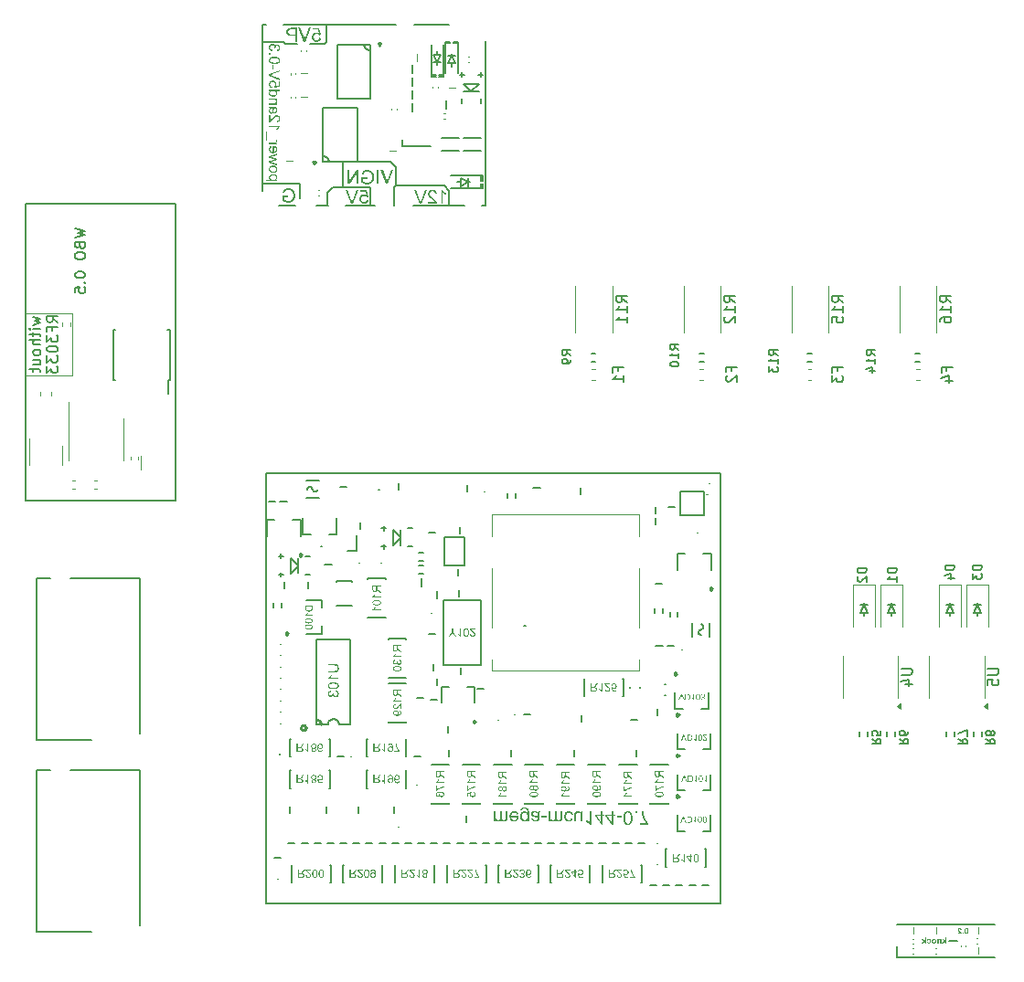
<source format=gbo>
G75*
G70*
%OFA0B0*%
%FSLAX25Y25*%
%IPPOS*%
%LPD*%
%AMOC8*
5,1,8,0,0,1.08239X$1,22.5*
%
%ADD131C,0.00300*%
%ADD168C,0.00500*%
%ADD51C,0.00787*%
%ADD54C,0.00591*%
%ADD55C,0.00669*%
%ADD56C,0.00472*%
%ADD57C,0.00800*%
%ADD58C,0.00394*%
%ADD71C,0.00984*%
X0000000Y0000000D02*
%LPD*%
G01*
D54*
X0259620Y0215732D02*
X0259620Y0217044D01*
X0261682Y0217044D02*
X0257745Y0217044D01*
X0257745Y0217044D02*
X0257745Y0215169D01*
X0258120Y0213857D02*
X0257933Y0213669D01*
X0257933Y0213669D02*
X0257745Y0213294D01*
X0257745Y0213294D02*
X0257745Y0212357D01*
X0257745Y0212357D02*
X0257933Y0211982D01*
X0257933Y0211982D02*
X0258120Y0211795D01*
X0258120Y0211795D02*
X0258495Y0211607D01*
X0258495Y0211607D02*
X0258870Y0211607D01*
X0258870Y0211607D02*
X0259433Y0211795D01*
X0259433Y0211795D02*
X0261682Y0214044D01*
X0261682Y0214044D02*
X0261682Y0211607D01*
D55*
X0276633Y0221265D02*
X0275096Y0222341D01*
X0276633Y0223110D02*
X0273405Y0223110D01*
X0273405Y0223110D02*
X0273405Y0221880D01*
X0273405Y0221880D02*
X0273558Y0221573D01*
X0273558Y0221573D02*
X0273712Y0221419D01*
X0273712Y0221419D02*
X0274020Y0221265D01*
X0274020Y0221265D02*
X0274481Y0221265D01*
X0274481Y0221265D02*
X0274788Y0221419D01*
X0274788Y0221419D02*
X0274942Y0221573D01*
X0274942Y0221573D02*
X0275096Y0221880D01*
X0275096Y0221880D02*
X0275096Y0223110D01*
X0276633Y0218191D02*
X0276633Y0220035D01*
X0276633Y0219113D02*
X0273405Y0219113D01*
X0273405Y0219113D02*
X0273866Y0219420D01*
X0273866Y0219420D02*
X0274173Y0219728D01*
X0274173Y0219728D02*
X0274327Y0220035D01*
X0273405Y0217114D02*
X0273405Y0215116D01*
X0273405Y0215116D02*
X0274635Y0216192D01*
X0274635Y0216192D02*
X0274635Y0215731D01*
X0274635Y0215731D02*
X0274788Y0215423D01*
X0274788Y0215423D02*
X0274942Y0215270D01*
X0274942Y0215270D02*
X0275250Y0215116D01*
X0275250Y0215116D02*
X0276018Y0215116D01*
X0276018Y0215116D02*
X0276326Y0215270D01*
X0276326Y0215270D02*
X0276479Y0215423D01*
X0276479Y0215423D02*
X0276633Y0215731D01*
X0276633Y0215731D02*
X0276633Y0216653D01*
X0276633Y0216653D02*
X0276479Y0216961D01*
X0276479Y0216961D02*
X0276326Y0217114D01*
X0312192Y0221265D02*
X0310655Y0222341D01*
X0312192Y0223110D02*
X0308964Y0223110D01*
X0308964Y0223110D02*
X0308964Y0221880D01*
X0308964Y0221880D02*
X0309118Y0221573D01*
X0309118Y0221573D02*
X0309271Y0221419D01*
X0309271Y0221419D02*
X0309579Y0221265D01*
X0309579Y0221265D02*
X0310040Y0221265D01*
X0310040Y0221265D02*
X0310347Y0221419D01*
X0310347Y0221419D02*
X0310501Y0221573D01*
X0310501Y0221573D02*
X0310655Y0221880D01*
X0310655Y0221880D02*
X0310655Y0223110D01*
X0312192Y0218191D02*
X0312192Y0220035D01*
X0312192Y0219113D02*
X0308964Y0219113D01*
X0308964Y0219113D02*
X0309425Y0219420D01*
X0309425Y0219420D02*
X0309732Y0219728D01*
X0309732Y0219728D02*
X0309886Y0220035D01*
X0310040Y0215423D02*
X0312192Y0215423D01*
X0308810Y0216192D02*
X0311116Y0216961D01*
X0311116Y0216961D02*
X0311116Y0214962D01*
X0201192Y0221265D02*
X0199655Y0222341D01*
X0201192Y0223110D02*
X0197964Y0223110D01*
X0197964Y0223110D02*
X0197964Y0221880D01*
X0197964Y0221880D02*
X0198118Y0221573D01*
X0198118Y0221573D02*
X0198271Y0221419D01*
X0198271Y0221419D02*
X0198579Y0221265D01*
X0198579Y0221265D02*
X0199040Y0221265D01*
X0199040Y0221265D02*
X0199347Y0221419D01*
X0199347Y0221419D02*
X0199501Y0221573D01*
X0199501Y0221573D02*
X0199655Y0221880D01*
X0199655Y0221880D02*
X0199655Y0223110D01*
X0201192Y0219728D02*
X0201192Y0219113D01*
X0201192Y0219113D02*
X0201038Y0218805D01*
X0201038Y0218805D02*
X0200885Y0218652D01*
X0200885Y0218652D02*
X0200424Y0218344D01*
X0200424Y0218344D02*
X0199809Y0218191D01*
X0199809Y0218191D02*
X0198579Y0218191D01*
X0198579Y0218191D02*
X0198271Y0218344D01*
X0198271Y0218344D02*
X0198118Y0218498D01*
X0198118Y0218498D02*
X0197964Y0218805D01*
X0197964Y0218805D02*
X0197964Y0219420D01*
X0197964Y0219420D02*
X0198118Y0219728D01*
X0198118Y0219728D02*
X0198271Y0219882D01*
X0198271Y0219882D02*
X0198579Y0220035D01*
X0198579Y0220035D02*
X0199347Y0220035D01*
X0199347Y0220035D02*
X0199655Y0219882D01*
X0199655Y0219882D02*
X0199809Y0219728D01*
X0199809Y0219728D02*
X0199962Y0219420D01*
X0199962Y0219420D02*
X0199962Y0218805D01*
X0199962Y0218805D02*
X0199809Y0218498D01*
X0199809Y0218498D02*
X0199655Y0218344D01*
X0199655Y0218344D02*
X0199347Y0218191D01*
D54*
X0298350Y0215631D02*
X0298350Y0216944D01*
X0300413Y0216944D02*
X0296476Y0216944D01*
X0296476Y0216944D02*
X0296476Y0215069D01*
X0296476Y0213944D02*
X0296476Y0211507D01*
X0296476Y0211507D02*
X0297975Y0212819D01*
X0297975Y0212819D02*
X0297975Y0212257D01*
X0297975Y0212257D02*
X0298163Y0211882D01*
X0298163Y0211882D02*
X0298350Y0211694D01*
X0298350Y0211694D02*
X0298725Y0211507D01*
X0298725Y0211507D02*
X0299663Y0211507D01*
X0299663Y0211507D02*
X0300038Y0211694D01*
X0300038Y0211694D02*
X0300225Y0211882D01*
X0300225Y0211882D02*
X0300413Y0212257D01*
X0300413Y0212257D02*
X0300413Y0213382D01*
X0300413Y0213382D02*
X0300225Y0213756D01*
X0300225Y0213756D02*
X0300038Y0213944D01*
D55*
X0311004Y0081252D02*
X0312541Y0080176D01*
X0311004Y0079408D02*
X0314232Y0079408D01*
X0314232Y0079408D02*
X0314232Y0080637D01*
X0314232Y0080637D02*
X0314079Y0080945D01*
X0314079Y0080945D02*
X0313925Y0081099D01*
X0313925Y0081099D02*
X0313617Y0081252D01*
X0313617Y0081252D02*
X0313156Y0081252D01*
X0313156Y0081252D02*
X0312849Y0081099D01*
X0312849Y0081099D02*
X0312695Y0080945D01*
X0312695Y0080945D02*
X0312541Y0080637D01*
X0312541Y0080637D02*
X0312541Y0079408D01*
X0314232Y0084173D02*
X0314232Y0082636D01*
X0314232Y0082636D02*
X0312695Y0082482D01*
X0312695Y0082482D02*
X0312849Y0082636D01*
X0312849Y0082636D02*
X0313002Y0082943D01*
X0313002Y0082943D02*
X0313002Y0083712D01*
X0313002Y0083712D02*
X0312849Y0084019D01*
X0312849Y0084019D02*
X0312695Y0084173D01*
X0312695Y0084173D02*
X0312388Y0084327D01*
X0312388Y0084327D02*
X0311619Y0084327D01*
X0311619Y0084327D02*
X0311311Y0084173D01*
X0311311Y0084173D02*
X0311158Y0084019D01*
X0311158Y0084019D02*
X0311004Y0083712D01*
X0311004Y0083712D02*
X0311004Y0082943D01*
X0311004Y0082943D02*
X0311158Y0082636D01*
X0311158Y0082636D02*
X0311311Y0082482D01*
X0321004Y0081252D02*
X0322541Y0080176D01*
X0321004Y0079408D02*
X0324232Y0079408D01*
X0324232Y0079408D02*
X0324232Y0080637D01*
X0324232Y0080637D02*
X0324079Y0080945D01*
X0324079Y0080945D02*
X0323925Y0081099D01*
X0323925Y0081099D02*
X0323617Y0081252D01*
X0323617Y0081252D02*
X0323156Y0081252D01*
X0323156Y0081252D02*
X0322849Y0081099D01*
X0322849Y0081099D02*
X0322695Y0080945D01*
X0322695Y0080945D02*
X0322541Y0080637D01*
X0322541Y0080637D02*
X0322541Y0079408D01*
X0324232Y0084019D02*
X0324232Y0083405D01*
X0324232Y0083405D02*
X0324079Y0083097D01*
X0324079Y0083097D02*
X0323925Y0082943D01*
X0323925Y0082943D02*
X0323464Y0082636D01*
X0323464Y0082636D02*
X0322849Y0082482D01*
X0322849Y0082482D02*
X0321619Y0082482D01*
X0321619Y0082482D02*
X0321311Y0082636D01*
X0321311Y0082636D02*
X0321158Y0082790D01*
X0321158Y0082790D02*
X0321004Y0083097D01*
X0321004Y0083097D02*
X0321004Y0083712D01*
X0321004Y0083712D02*
X0321158Y0084019D01*
X0321158Y0084019D02*
X0321311Y0084173D01*
X0321311Y0084173D02*
X0321619Y0084327D01*
X0321619Y0084327D02*
X0322388Y0084327D01*
X0322388Y0084327D02*
X0322695Y0084173D01*
X0322695Y0084173D02*
X0322849Y0084019D01*
X0322849Y0084019D02*
X0323002Y0083712D01*
X0323002Y0083712D02*
X0323002Y0083097D01*
X0323002Y0083097D02*
X0322849Y0082790D01*
X0322849Y0082790D02*
X0322695Y0082636D01*
X0322695Y0082636D02*
X0322388Y0082482D01*
D54*
X0218350Y0215631D02*
X0218350Y0216944D01*
X0220413Y0216944D02*
X0216476Y0216944D01*
X0216476Y0216944D02*
X0216476Y0215069D01*
X0220413Y0211507D02*
X0220413Y0213756D01*
X0220413Y0212632D02*
X0216476Y0212632D01*
X0216476Y0212632D02*
X0217038Y0213007D01*
X0217038Y0213007D02*
X0217413Y0213382D01*
X0217413Y0213382D02*
X0217601Y0213756D01*
X0300472Y0240631D02*
X0298597Y0241944D01*
X0300472Y0242881D02*
X0296535Y0242881D01*
X0296535Y0242881D02*
X0296535Y0241381D01*
X0296535Y0241381D02*
X0296722Y0241006D01*
X0296722Y0241006D02*
X0296910Y0240819D01*
X0296910Y0240819D02*
X0297285Y0240631D01*
X0297285Y0240631D02*
X0297847Y0240631D01*
X0297847Y0240631D02*
X0298222Y0240819D01*
X0298222Y0240819D02*
X0298409Y0241006D01*
X0298409Y0241006D02*
X0298597Y0241381D01*
X0298597Y0241381D02*
X0298597Y0242881D01*
X0300472Y0236882D02*
X0300472Y0239132D01*
X0300472Y0238007D02*
X0296535Y0238007D01*
X0296535Y0238007D02*
X0297097Y0238382D01*
X0297097Y0238382D02*
X0297472Y0238757D01*
X0297472Y0238757D02*
X0297660Y0239132D01*
X0296535Y0233320D02*
X0296535Y0235195D01*
X0296535Y0235195D02*
X0298409Y0235382D01*
X0298409Y0235382D02*
X0298222Y0235195D01*
X0298222Y0235195D02*
X0298035Y0234820D01*
X0298035Y0234820D02*
X0298035Y0233882D01*
X0298035Y0233882D02*
X0298222Y0233507D01*
X0298222Y0233507D02*
X0298409Y0233320D01*
X0298409Y0233320D02*
X0298784Y0233132D01*
X0298784Y0233132D02*
X0299722Y0233132D01*
X0299722Y0233132D02*
X0300097Y0233320D01*
X0300097Y0233320D02*
X0300284Y0233507D01*
X0300284Y0233507D02*
X0300472Y0233882D01*
X0300472Y0233882D02*
X0300472Y0234820D01*
X0300472Y0234820D02*
X0300284Y0235195D01*
X0300284Y0235195D02*
X0300097Y0235382D01*
D55*
X0352500Y0081252D02*
X0354037Y0080176D01*
X0352500Y0079408D02*
X0355728Y0079408D01*
X0355728Y0079408D02*
X0355728Y0080637D01*
X0355728Y0080637D02*
X0355575Y0080945D01*
X0355575Y0080945D02*
X0355421Y0081099D01*
X0355421Y0081099D02*
X0355113Y0081252D01*
X0355113Y0081252D02*
X0354652Y0081252D01*
X0354652Y0081252D02*
X0354345Y0081099D01*
X0354345Y0081099D02*
X0354191Y0080945D01*
X0354191Y0080945D02*
X0354037Y0080637D01*
X0354037Y0080637D02*
X0354037Y0079408D01*
X0354345Y0083097D02*
X0354499Y0082790D01*
X0354499Y0082790D02*
X0354652Y0082636D01*
X0354652Y0082636D02*
X0354960Y0082482D01*
X0354960Y0082482D02*
X0355113Y0082482D01*
X0355113Y0082482D02*
X0355421Y0082636D01*
X0355421Y0082636D02*
X0355575Y0082790D01*
X0355575Y0082790D02*
X0355728Y0083097D01*
X0355728Y0083097D02*
X0355728Y0083712D01*
X0355728Y0083712D02*
X0355575Y0084019D01*
X0355575Y0084019D02*
X0355421Y0084173D01*
X0355421Y0084173D02*
X0355113Y0084327D01*
X0355113Y0084327D02*
X0354960Y0084327D01*
X0354960Y0084327D02*
X0354652Y0084173D01*
X0354652Y0084173D02*
X0354499Y0084019D01*
X0354499Y0084019D02*
X0354345Y0083712D01*
X0354345Y0083712D02*
X0354345Y0083097D01*
X0354345Y0083097D02*
X0354191Y0082790D01*
X0354191Y0082790D02*
X0354037Y0082636D01*
X0354037Y0082636D02*
X0353730Y0082482D01*
X0353730Y0082482D02*
X0353115Y0082482D01*
X0353115Y0082482D02*
X0352808Y0082636D01*
X0352808Y0082636D02*
X0352654Y0082790D01*
X0352654Y0082790D02*
X0352500Y0083097D01*
X0352500Y0083097D02*
X0352500Y0083712D01*
X0352500Y0083712D02*
X0352654Y0084019D01*
X0352654Y0084019D02*
X0352808Y0084173D01*
X0352808Y0084173D02*
X0353115Y0084327D01*
X0353115Y0084327D02*
X0353730Y0084327D01*
X0353730Y0084327D02*
X0354037Y0084173D01*
X0354037Y0084173D02*
X0354191Y0084019D01*
X0354191Y0084019D02*
X0354345Y0083712D01*
D54*
X0261102Y0240631D02*
X0259227Y0241944D01*
X0261102Y0242881D02*
X0257165Y0242881D01*
X0257165Y0242881D02*
X0257165Y0241381D01*
X0257165Y0241381D02*
X0257352Y0241006D01*
X0257352Y0241006D02*
X0257540Y0240819D01*
X0257540Y0240819D02*
X0257915Y0240631D01*
X0257915Y0240631D02*
X0258477Y0240631D01*
X0258477Y0240631D02*
X0258852Y0240819D01*
X0258852Y0240819D02*
X0259039Y0241006D01*
X0259039Y0241006D02*
X0259227Y0241381D01*
X0259227Y0241381D02*
X0259227Y0242881D01*
X0261102Y0236882D02*
X0261102Y0239132D01*
X0261102Y0238007D02*
X0257165Y0238007D01*
X0257165Y0238007D02*
X0257727Y0238382D01*
X0257727Y0238382D02*
X0258102Y0238757D01*
X0258102Y0238757D02*
X0258290Y0239132D01*
X0257540Y0235382D02*
X0257352Y0235195D01*
X0257352Y0235195D02*
X0257165Y0234820D01*
X0257165Y0234820D02*
X0257165Y0233882D01*
X0257165Y0233882D02*
X0257352Y0233507D01*
X0257352Y0233507D02*
X0257540Y0233320D01*
X0257540Y0233320D02*
X0257915Y0233132D01*
X0257915Y0233132D02*
X0258290Y0233132D01*
X0258290Y0233132D02*
X0258852Y0233320D01*
X0258852Y0233320D02*
X0261102Y0235569D01*
X0261102Y0235569D02*
X0261102Y0233132D01*
X0339842Y0240631D02*
X0337967Y0241944D01*
X0339842Y0242881D02*
X0335905Y0242881D01*
X0335905Y0242881D02*
X0335905Y0241381D01*
X0335905Y0241381D02*
X0336092Y0241006D01*
X0336092Y0241006D02*
X0336280Y0240819D01*
X0336280Y0240819D02*
X0336655Y0240631D01*
X0336655Y0240631D02*
X0337217Y0240631D01*
X0337217Y0240631D02*
X0337592Y0240819D01*
X0337592Y0240819D02*
X0337780Y0241006D01*
X0337780Y0241006D02*
X0337967Y0241381D01*
X0337967Y0241381D02*
X0337967Y0242881D01*
X0339842Y0236882D02*
X0339842Y0239132D01*
X0339842Y0238007D02*
X0335905Y0238007D01*
X0335905Y0238007D02*
X0336467Y0238382D01*
X0336467Y0238382D02*
X0336842Y0238757D01*
X0336842Y0238757D02*
X0337030Y0239132D01*
X0335905Y0233507D02*
X0335905Y0234257D01*
X0335905Y0234257D02*
X0336092Y0234632D01*
X0336092Y0234632D02*
X0336280Y0234820D01*
X0336280Y0234820D02*
X0336842Y0235195D01*
X0336842Y0235195D02*
X0337592Y0235382D01*
X0337592Y0235382D02*
X0339092Y0235382D01*
X0339092Y0235382D02*
X0339467Y0235195D01*
X0339467Y0235195D02*
X0339654Y0235007D01*
X0339654Y0235007D02*
X0339842Y0234632D01*
X0339842Y0234632D02*
X0339842Y0233882D01*
X0339842Y0233882D02*
X0339654Y0233507D01*
X0339654Y0233507D02*
X0339467Y0233320D01*
X0339467Y0233320D02*
X0339092Y0233132D01*
X0339092Y0233132D02*
X0338155Y0233132D01*
X0338155Y0233132D02*
X0337780Y0233320D01*
X0337780Y0233320D02*
X0337592Y0233507D01*
X0337592Y0233507D02*
X0337405Y0233882D01*
X0337405Y0233882D02*
X0337405Y0234632D01*
X0337405Y0234632D02*
X0337592Y0235007D01*
X0337592Y0235007D02*
X0337780Y0235195D01*
X0337780Y0235195D02*
X0338155Y0235382D01*
D55*
X0240562Y0223265D02*
X0239025Y0224341D01*
X0240562Y0225110D02*
X0237334Y0225110D01*
X0237334Y0225110D02*
X0237334Y0223880D01*
X0237334Y0223880D02*
X0237488Y0223573D01*
X0237488Y0223573D02*
X0237641Y0223419D01*
X0237641Y0223419D02*
X0237949Y0223265D01*
X0237949Y0223265D02*
X0238410Y0223265D01*
X0238410Y0223265D02*
X0238717Y0223419D01*
X0238717Y0223419D02*
X0238871Y0223573D01*
X0238871Y0223573D02*
X0239025Y0223880D01*
X0239025Y0223880D02*
X0239025Y0225110D01*
X0240562Y0220191D02*
X0240562Y0222035D01*
X0240562Y0221113D02*
X0237334Y0221113D01*
X0237334Y0221113D02*
X0237795Y0221420D01*
X0237795Y0221420D02*
X0238103Y0221728D01*
X0238103Y0221728D02*
X0238256Y0222035D01*
X0237334Y0218192D02*
X0237334Y0217885D01*
X0237334Y0217885D02*
X0237488Y0217577D01*
X0237488Y0217577D02*
X0237641Y0217423D01*
X0237641Y0217423D02*
X0237949Y0217270D01*
X0237949Y0217270D02*
X0238564Y0217116D01*
X0238564Y0217116D02*
X0239332Y0217116D01*
X0239332Y0217116D02*
X0239947Y0217270D01*
X0239947Y0217270D02*
X0240255Y0217423D01*
X0240255Y0217423D02*
X0240409Y0217577D01*
X0240409Y0217577D02*
X0240562Y0217885D01*
X0240562Y0217885D02*
X0240562Y0218192D01*
X0240562Y0218192D02*
X0240409Y0218500D01*
X0240409Y0218500D02*
X0240255Y0218653D01*
X0240255Y0218653D02*
X0239947Y0218807D01*
X0239947Y0218807D02*
X0239332Y0218961D01*
X0239332Y0218961D02*
X0238564Y0218961D01*
X0238564Y0218961D02*
X0237949Y0218807D01*
X0237949Y0218807D02*
X0237641Y0218653D01*
X0237641Y0218653D02*
X0237488Y0218500D01*
X0237488Y0218500D02*
X0237334Y0218192D01*
X0308955Y0143595D02*
X0305726Y0143595D01*
X0305726Y0143595D02*
X0305726Y0142827D01*
X0305726Y0142827D02*
X0305880Y0142366D01*
X0305880Y0142366D02*
X0306188Y0142058D01*
X0306188Y0142058D02*
X0306495Y0141904D01*
X0306495Y0141904D02*
X0307110Y0141751D01*
X0307110Y0141751D02*
X0307571Y0141751D01*
X0307571Y0141751D02*
X0308186Y0141904D01*
X0308186Y0141904D02*
X0308494Y0142058D01*
X0308494Y0142058D02*
X0308801Y0142366D01*
X0308801Y0142366D02*
X0308955Y0142827D01*
X0308955Y0142827D02*
X0308955Y0143595D01*
X0306034Y0140521D02*
X0305880Y0140367D01*
X0305880Y0140367D02*
X0305726Y0140060D01*
X0305726Y0140060D02*
X0305726Y0139291D01*
X0305726Y0139291D02*
X0305880Y0138984D01*
X0305880Y0138984D02*
X0306034Y0138830D01*
X0306034Y0138830D02*
X0306341Y0138676D01*
X0306341Y0138676D02*
X0306649Y0138676D01*
X0306649Y0138676D02*
X0307110Y0138830D01*
X0307110Y0138830D02*
X0308955Y0140675D01*
X0308955Y0140675D02*
X0308955Y0138676D01*
D54*
X0338260Y0215631D02*
X0338260Y0216944D01*
X0340322Y0216944D02*
X0336385Y0216944D01*
X0336385Y0216944D02*
X0336385Y0215069D01*
X0337697Y0211882D02*
X0340322Y0211882D01*
X0336198Y0212819D02*
X0339010Y0213756D01*
X0339010Y0213756D02*
X0339010Y0211319D01*
D55*
X0350955Y0144595D02*
X0347726Y0144595D01*
X0347726Y0144595D02*
X0347726Y0143827D01*
X0347726Y0143827D02*
X0347880Y0143366D01*
X0347880Y0143366D02*
X0348188Y0143058D01*
X0348188Y0143058D02*
X0348495Y0142904D01*
X0348495Y0142904D02*
X0349110Y0142751D01*
X0349110Y0142751D02*
X0349571Y0142751D01*
X0349571Y0142751D02*
X0350186Y0142904D01*
X0350186Y0142904D02*
X0350494Y0143058D01*
X0350494Y0143058D02*
X0350801Y0143366D01*
X0350801Y0143366D02*
X0350955Y0143827D01*
X0350955Y0143827D02*
X0350955Y0144595D01*
X0347726Y0141675D02*
X0347726Y0139676D01*
X0347726Y0139676D02*
X0348956Y0140752D01*
X0348956Y0140752D02*
X0348956Y0140291D01*
X0348956Y0140291D02*
X0349110Y0139984D01*
X0349110Y0139984D02*
X0349264Y0139830D01*
X0349264Y0139830D02*
X0349571Y0139676D01*
X0349571Y0139676D02*
X0350340Y0139676D01*
X0350340Y0139676D02*
X0350647Y0139830D01*
X0350647Y0139830D02*
X0350801Y0139984D01*
X0350801Y0139984D02*
X0350955Y0140291D01*
X0350955Y0140291D02*
X0350955Y0141213D01*
X0350955Y0141213D02*
X0350801Y0141521D01*
X0350801Y0141521D02*
X0350647Y0141675D01*
X0319955Y0143595D02*
X0316726Y0143595D01*
X0316726Y0143595D02*
X0316726Y0142827D01*
X0316726Y0142827D02*
X0316880Y0142366D01*
X0316880Y0142366D02*
X0317188Y0142058D01*
X0317188Y0142058D02*
X0317495Y0141904D01*
X0317495Y0141904D02*
X0318110Y0141751D01*
X0318110Y0141751D02*
X0318571Y0141751D01*
X0318571Y0141751D02*
X0319186Y0141904D01*
X0319186Y0141904D02*
X0319494Y0142058D01*
X0319494Y0142058D02*
X0319801Y0142366D01*
X0319801Y0142366D02*
X0319955Y0142827D01*
X0319955Y0142827D02*
X0319955Y0143595D01*
X0319955Y0138676D02*
X0319955Y0140521D01*
X0319955Y0139598D02*
X0316726Y0139598D01*
X0316726Y0139598D02*
X0317188Y0139906D01*
X0317188Y0139906D02*
X0317495Y0140213D01*
X0317495Y0140213D02*
X0317649Y0140521D01*
D54*
X0353236Y0106956D02*
X0356423Y0106956D01*
X0356423Y0106956D02*
X0356798Y0106769D01*
X0356798Y0106769D02*
X0356985Y0106581D01*
X0356985Y0106581D02*
X0357173Y0106206D01*
X0357173Y0106206D02*
X0357173Y0105457D01*
X0357173Y0105457D02*
X0356985Y0105082D01*
X0356985Y0105082D02*
X0356798Y0104894D01*
X0356798Y0104894D02*
X0356423Y0104707D01*
X0356423Y0104707D02*
X0353236Y0104707D01*
X0353236Y0100957D02*
X0353236Y0102832D01*
X0353236Y0102832D02*
X0355110Y0103019D01*
X0355110Y0103019D02*
X0354923Y0102832D01*
X0354923Y0102832D02*
X0354735Y0102457D01*
X0354735Y0102457D02*
X0354735Y0101520D01*
X0354735Y0101520D02*
X0354923Y0101145D01*
X0354923Y0101145D02*
X0355110Y0100957D01*
X0355110Y0100957D02*
X0355485Y0100770D01*
X0355485Y0100770D02*
X0356423Y0100770D01*
X0356423Y0100770D02*
X0356798Y0100957D01*
X0356798Y0100957D02*
X0356985Y0101145D01*
X0356985Y0101145D02*
X0357173Y0101520D01*
X0357173Y0101520D02*
X0357173Y0102457D01*
X0357173Y0102457D02*
X0356985Y0102832D01*
X0356985Y0102832D02*
X0356798Y0103019D01*
D55*
X0342500Y0081252D02*
X0344037Y0080176D01*
X0342500Y0079408D02*
X0345728Y0079408D01*
X0345728Y0079408D02*
X0345728Y0080637D01*
X0345728Y0080637D02*
X0345575Y0080945D01*
X0345575Y0080945D02*
X0345421Y0081099D01*
X0345421Y0081099D02*
X0345113Y0081252D01*
X0345113Y0081252D02*
X0344652Y0081252D01*
X0344652Y0081252D02*
X0344345Y0081099D01*
X0344345Y0081099D02*
X0344191Y0080945D01*
X0344191Y0080945D02*
X0344037Y0080637D01*
X0344037Y0080637D02*
X0344037Y0079408D01*
X0345728Y0082328D02*
X0345728Y0084481D01*
X0345728Y0084481D02*
X0342500Y0083097D01*
D54*
X0221732Y0240631D02*
X0219857Y0241944D01*
X0221732Y0242881D02*
X0217795Y0242881D01*
X0217795Y0242881D02*
X0217795Y0241381D01*
X0217795Y0241381D02*
X0217982Y0241006D01*
X0217982Y0241006D02*
X0218170Y0240819D01*
X0218170Y0240819D02*
X0218544Y0240631D01*
X0218544Y0240631D02*
X0219107Y0240631D01*
X0219107Y0240631D02*
X0219482Y0240819D01*
X0219482Y0240819D02*
X0219669Y0241006D01*
X0219669Y0241006D02*
X0219857Y0241381D01*
X0219857Y0241381D02*
X0219857Y0242881D01*
X0221732Y0236882D02*
X0221732Y0239132D01*
X0221732Y0238007D02*
X0217795Y0238007D01*
X0217795Y0238007D02*
X0218357Y0238382D01*
X0218357Y0238382D02*
X0218732Y0238757D01*
X0218732Y0238757D02*
X0218919Y0239132D01*
X0221732Y0233132D02*
X0221732Y0235382D01*
X0221732Y0234257D02*
X0217795Y0234257D01*
X0217795Y0234257D02*
X0218357Y0234632D01*
X0218357Y0234632D02*
X0218732Y0235007D01*
X0218732Y0235007D02*
X0218919Y0235382D01*
X0321739Y0106956D02*
X0324927Y0106956D01*
X0324927Y0106956D02*
X0325301Y0106769D01*
X0325301Y0106769D02*
X0325489Y0106581D01*
X0325489Y0106581D02*
X0325676Y0106206D01*
X0325676Y0106206D02*
X0325676Y0105457D01*
X0325676Y0105457D02*
X0325489Y0105082D01*
X0325489Y0105082D02*
X0325301Y0104894D01*
X0325301Y0104894D02*
X0324927Y0104707D01*
X0324927Y0104707D02*
X0321739Y0104707D01*
X0323052Y0101145D02*
X0325676Y0101145D01*
X0321552Y0102082D02*
X0324364Y0103019D01*
X0324364Y0103019D02*
X0324364Y0100582D01*
D55*
X0340955Y0144595D02*
X0337726Y0144595D01*
X0337726Y0144595D02*
X0337726Y0143827D01*
X0337726Y0143827D02*
X0337880Y0143366D01*
X0337880Y0143366D02*
X0338188Y0143058D01*
X0338188Y0143058D02*
X0338495Y0142904D01*
X0338495Y0142904D02*
X0339110Y0142751D01*
X0339110Y0142751D02*
X0339571Y0142751D01*
X0339571Y0142751D02*
X0340186Y0142904D01*
X0340186Y0142904D02*
X0340494Y0143058D01*
X0340494Y0143058D02*
X0340801Y0143366D01*
X0340801Y0143366D02*
X0340955Y0143827D01*
X0340955Y0143827D02*
X0340955Y0144595D01*
X0338803Y0139984D02*
X0340955Y0139984D01*
X0337573Y0140752D02*
X0339879Y0141521D01*
X0339879Y0141521D02*
X0339879Y0139522D01*
D51*
X0002378Y0276472D02*
X0057102Y0276472D01*
X0057102Y0168205D01*
X0002378Y0168205D01*
X0002378Y0276472D01*
X0089937Y0178386D02*
X0250567Y0178386D01*
X0089937Y0021299D02*
X0089937Y0178386D01*
X0089937Y0021299D02*
X0255685Y0021299D01*
X0250567Y0178386D02*
X0255685Y0178386D01*
X0255685Y0021299D02*
X0255685Y0178386D01*
X0006281Y0139898D02*
X0006281Y0080843D01*
X0006281Y0139898D02*
X0011400Y0139898D01*
X0006281Y0080843D02*
X0026360Y0080843D01*
X0044077Y0139898D02*
X0018880Y0139898D01*
X0044077Y0083205D02*
X0044077Y0139898D01*
X0088898Y0341921D02*
X0088898Y0281291D01*
X0088898Y0341921D02*
X0090079Y0341921D01*
X0094606Y0275780D02*
X0100709Y0275780D01*
X0096378Y0341921D02*
X0137323Y0341921D01*
X0108583Y0275780D02*
X0112913Y0275780D01*
X0119213Y0275780D02*
X0129843Y0275780D01*
X0143622Y0275780D02*
X0162520Y0275780D01*
X0144016Y0341921D02*
X0156614Y0341921D01*
X0168819Y0275780D02*
X0170000Y0275780D01*
X0170000Y0336016D02*
X0170000Y0275780D01*
X0006281Y0069898D02*
X0006281Y0010843D01*
X0006281Y0069898D02*
X0011400Y0069898D01*
X0006281Y0010843D02*
X0026360Y0010843D01*
X0044077Y0069898D02*
X0018880Y0069898D01*
X0044077Y0013205D02*
X0044077Y0069898D01*
X0320087Y0013701D02*
X0355913Y0013701D01*
X0320087Y0001496D02*
X0320087Y0005433D01*
X0320087Y0001496D02*
X0355913Y0001496D01*
D56*
X0248251Y0216327D02*
X0249533Y0216327D01*
X0248251Y0212311D02*
X0249533Y0212311D01*
D57*
X0288996Y0221779D02*
X0287421Y0221779D01*
X0289000Y0218843D02*
X0287425Y0218843D01*
X0328366Y0221779D02*
X0326791Y0221779D01*
X0328370Y0218843D02*
X0326795Y0218843D01*
X0210256Y0221779D02*
X0208681Y0221779D01*
X0210260Y0218843D02*
X0208685Y0218843D01*
D56*
X0287621Y0216327D02*
X0288903Y0216327D01*
X0287621Y0212311D02*
X0288903Y0212311D01*
D57*
X0306540Y0083846D02*
X0306540Y0082271D01*
X0309476Y0083850D02*
X0309476Y0082276D01*
X0316540Y0083846D02*
X0316540Y0082271D01*
X0319476Y0083850D02*
X0319476Y0082276D01*
D56*
X0208881Y0216327D02*
X0210163Y0216327D01*
X0208881Y0212311D02*
X0210163Y0212311D01*
X0281634Y0246672D02*
X0281634Y0229529D01*
X0295098Y0246672D02*
X0295098Y0229529D01*
D57*
X0348036Y0083846D02*
X0348036Y0082271D01*
X0350972Y0083850D02*
X0350972Y0082276D01*
D56*
X0242264Y0246672D02*
X0242264Y0229529D01*
X0255728Y0246672D02*
X0255728Y0229529D01*
X0321004Y0246672D02*
X0321004Y0229529D01*
X0334469Y0246672D02*
X0334469Y0229529D01*
D57*
X0249626Y0221779D02*
X0248051Y0221779D01*
X0249630Y0218843D02*
X0248055Y0218843D01*
D56*
X0304063Y0122213D02*
X0304063Y0137567D01*
D55*
X0306622Y0130087D02*
X0309378Y0130087D01*
X0306622Y0127331D02*
X0308000Y0130087D01*
X0306622Y0127331D02*
X0309378Y0127331D01*
X0308000Y0130087D02*
X0308000Y0130874D01*
X0308000Y0126150D02*
X0308000Y0127331D01*
X0309378Y0127331D02*
X0308000Y0130087D01*
D56*
X0311937Y0137567D02*
X0304063Y0137567D01*
X0311937Y0122213D02*
X0311937Y0137567D01*
X0326991Y0216327D02*
X0328273Y0216327D01*
X0326991Y0212311D02*
X0328273Y0212311D01*
X0345559Y0122213D02*
X0345559Y0137567D01*
D55*
X0348118Y0130087D02*
X0350874Y0130087D01*
X0348118Y0127331D02*
X0349496Y0130087D01*
X0348118Y0127331D02*
X0350874Y0127331D01*
X0349496Y0130087D02*
X0349496Y0130874D01*
X0349496Y0126150D02*
X0349496Y0127331D01*
X0350874Y0127331D02*
X0349496Y0130087D01*
D56*
X0353433Y0137567D02*
X0345559Y0137567D01*
X0353433Y0122213D02*
X0353433Y0137567D01*
X0314063Y0122213D02*
X0314063Y0137567D01*
D55*
X0316622Y0130087D02*
X0319378Y0130087D01*
X0316622Y0127331D02*
X0318000Y0130087D01*
X0316622Y0127331D02*
X0319378Y0127331D01*
X0318000Y0130087D02*
X0318000Y0130874D01*
X0318000Y0126150D02*
X0318000Y0127331D01*
X0319378Y0127331D02*
X0318000Y0130087D01*
D56*
X0321937Y0137567D02*
X0314063Y0137567D01*
X0321937Y0122213D02*
X0321937Y0137567D01*
X0331917Y0111634D02*
X0331917Y0103957D01*
X0331917Y0096280D02*
X0331917Y0103957D01*
X0352075Y0111634D02*
X0352075Y0103957D01*
X0352075Y0096280D02*
X0352075Y0103957D01*
X0353000Y0092382D02*
X0351701Y0093327D01*
X0353000Y0094272D01*
X0353000Y0092382D01*
G36*
X0353000Y0092382D02*
G01*
X0351701Y0093327D01*
X0353000Y0094272D01*
X0353000Y0092382D01*
G37*
D57*
X0338036Y0083846D02*
X0338036Y0082271D01*
X0340972Y0083850D02*
X0340972Y0082276D01*
D56*
X0202894Y0246672D02*
X0202894Y0229529D01*
X0216358Y0246672D02*
X0216358Y0229529D01*
X0300421Y0111634D02*
X0300421Y0103957D01*
X0300421Y0096280D02*
X0300421Y0103957D01*
X0320579Y0111634D02*
X0320579Y0103957D01*
X0320579Y0096280D02*
X0320579Y0103957D01*
X0321504Y0092382D02*
X0320205Y0093327D01*
X0321504Y0094272D01*
X0321504Y0092382D01*
G36*
X0321504Y0092382D02*
G01*
X0320205Y0093327D01*
X0321504Y0094272D01*
X0321504Y0092382D01*
G37*
X0335559Y0122213D02*
X0335559Y0137567D01*
D55*
X0338118Y0130087D02*
X0340874Y0130087D01*
X0338118Y0127331D02*
X0339496Y0130087D01*
X0338118Y0127331D02*
X0340874Y0127331D01*
X0339496Y0130087D02*
X0339496Y0130874D01*
X0339496Y0126150D02*
X0339496Y0127331D01*
X0340874Y0127331D02*
X0339496Y0130087D01*
D56*
X0343433Y0137567D02*
X0335559Y0137567D01*
X0343433Y0122213D02*
X0343433Y0137567D01*
X0005888Y0140291D02*
%LPD*%
G01*
D51*
X0044077Y0139897D02*
X0018880Y0139897D01*
X0006282Y0139897D02*
X0011400Y0139897D01*
X0006282Y0139897D02*
X0006282Y0080842D01*
X0044077Y0083204D02*
X0044077Y0139897D01*
X0006282Y0080842D02*
X0026360Y0080842D01*
X0089543Y0020906D02*
G01*
G75*
G36*
X0184512Y0056328D02*
X0184692Y0056306D01*
X0184774Y0056290D01*
X0184845Y0056274D01*
X0184916Y0056257D01*
X0184982Y0056235D01*
X0185042Y0056213D01*
X0185091Y0056197D01*
X0185134Y0056181D01*
X0185173Y0056164D01*
X0185200Y0056148D01*
X0185222Y0056142D01*
X0185233Y0056132D01*
X0185238Y0056132D01*
X0185369Y0056050D01*
X0185484Y0055957D01*
X0185577Y0055864D01*
X0185653Y0055771D01*
X0185713Y0055695D01*
X0185757Y0055629D01*
X0185773Y0055602D01*
X0185784Y0055586D01*
X0185790Y0055575D01*
X0185790Y0055569D01*
X0185823Y0055498D01*
X0185850Y0055416D01*
X0185872Y0055324D01*
X0185894Y0055231D01*
X0185921Y0055029D01*
X0185943Y0054832D01*
X0185948Y0054739D01*
X0185954Y0054652D01*
X0185959Y0054570D01*
X0185964Y0054499D01*
X0185964Y0054444D01*
X0185964Y0054401D01*
X0185964Y0054374D01*
X0185964Y0054363D01*
X0185964Y0051207D01*
X0185397Y0051207D01*
X0185397Y0051654D01*
X0185315Y0051562D01*
X0185233Y0051480D01*
X0185140Y0051409D01*
X0185053Y0051349D01*
X0184960Y0051294D01*
X0184872Y0051256D01*
X0184785Y0051218D01*
X0184703Y0051190D01*
X0184627Y0051168D01*
X0184556Y0051152D01*
X0184490Y0051141D01*
X0184436Y0051130D01*
X0184392Y0051130D01*
X0184354Y0051125D01*
X0184239Y0051125D01*
X0184152Y0051136D01*
X0183993Y0051163D01*
X0183851Y0051201D01*
X0183786Y0051223D01*
X0183726Y0051245D01*
X0183671Y0051272D01*
X0183628Y0051294D01*
X0183584Y0051316D01*
X0183551Y0051332D01*
X0183524Y0051349D01*
X0183502Y0051360D01*
X0183491Y0051365D01*
X0183486Y0051370D01*
X0183360Y0051469D01*
X0183245Y0051578D01*
X0183152Y0051693D01*
X0183076Y0051802D01*
X0183016Y0051900D01*
X0182989Y0051944D01*
X0182972Y0051982D01*
X0182956Y0052009D01*
X0182945Y0052031D01*
X0182934Y0052047D01*
X0182934Y0052053D01*
X0182874Y0052222D01*
X0182825Y0052392D01*
X0182792Y0052550D01*
X0182770Y0052697D01*
X0182765Y0052768D01*
X0182759Y0052828D01*
X0182754Y0052877D01*
X0182754Y0052927D01*
X0182748Y0052965D01*
X0182748Y0052992D01*
X0182748Y0053008D01*
X0182748Y0053014D01*
X0182754Y0053156D01*
X0182765Y0053287D01*
X0182787Y0053418D01*
X0182814Y0053538D01*
X0182841Y0053653D01*
X0182879Y0053762D01*
X0182918Y0053860D01*
X0182956Y0053953D01*
X0182994Y0054035D01*
X0183027Y0054106D01*
X0183065Y0054171D01*
X0183093Y0054221D01*
X0183120Y0054264D01*
X0183142Y0054292D01*
X0183152Y0054313D01*
X0183158Y0054319D01*
X0183240Y0054412D01*
X0183327Y0054499D01*
X0183420Y0054570D01*
X0183518Y0054630D01*
X0183611Y0054685D01*
X0183709Y0054728D01*
X0183808Y0054761D01*
X0183901Y0054794D01*
X0183988Y0054816D01*
X0184064Y0054832D01*
X0184141Y0054843D01*
X0184201Y0054848D01*
X0184256Y0054854D01*
X0184294Y0054859D01*
X0184326Y0054859D01*
X0184436Y0054854D01*
X0184545Y0054837D01*
X0184643Y0054816D01*
X0184736Y0054783D01*
X0184829Y0054750D01*
X0184911Y0054707D01*
X0184987Y0054668D01*
X0185058Y0054619D01*
X0185118Y0054575D01*
X0185178Y0054532D01*
X0185222Y0054494D01*
X0185266Y0054461D01*
X0185293Y0054428D01*
X0185320Y0054406D01*
X0185331Y0054390D01*
X0185336Y0054384D01*
X0185336Y0054494D01*
X0185336Y0054592D01*
X0185331Y0054679D01*
X0185331Y0054761D01*
X0185326Y0054832D01*
X0185326Y0054898D01*
X0185320Y0054952D01*
X0185315Y0055001D01*
X0185309Y0055045D01*
X0185309Y0055078D01*
X0185304Y0055111D01*
X0185298Y0055132D01*
X0185298Y0055149D01*
X0185293Y0055160D01*
X0185293Y0055171D01*
X0185255Y0055280D01*
X0185205Y0055378D01*
X0185151Y0055460D01*
X0185102Y0055526D01*
X0185047Y0055580D01*
X0185009Y0055618D01*
X0184982Y0055646D01*
X0184976Y0055651D01*
X0184971Y0055651D01*
X0184878Y0055711D01*
X0184769Y0055749D01*
X0184660Y0055782D01*
X0184556Y0055804D01*
X0184458Y0055815D01*
X0184419Y0055820D01*
X0184381Y0055820D01*
X0184354Y0055826D01*
X0184310Y0055826D01*
X0184168Y0055820D01*
X0184042Y0055798D01*
X0183939Y0055771D01*
X0183846Y0055739D01*
X0183775Y0055706D01*
X0183726Y0055678D01*
X0183693Y0055657D01*
X0183682Y0055651D01*
X0183622Y0055596D01*
X0183578Y0055531D01*
X0183540Y0055465D01*
X0183513Y0055394D01*
X0183497Y0055334D01*
X0183486Y0055285D01*
X0183475Y0055253D01*
X0183475Y0055247D01*
X0183475Y0055242D01*
X0182874Y0055160D01*
X0182874Y0055269D01*
X0182885Y0055367D01*
X0182901Y0055460D01*
X0182929Y0055547D01*
X0182956Y0055624D01*
X0182989Y0055700D01*
X0183022Y0055766D01*
X0183060Y0055820D01*
X0183098Y0055875D01*
X0183131Y0055919D01*
X0183164Y0055957D01*
X0183196Y0055990D01*
X0183218Y0056011D01*
X0183240Y0056028D01*
X0183251Y0056039D01*
X0183256Y0056044D01*
X0183333Y0056093D01*
X0183420Y0056142D01*
X0183502Y0056181D01*
X0183595Y0056213D01*
X0183769Y0056268D01*
X0183939Y0056301D01*
X0184015Y0056312D01*
X0184086Y0056323D01*
X0184152Y0056328D01*
X0184206Y0056334D01*
X0184250Y0056339D01*
X0184315Y0056339D01*
X0184512Y0056328D01*
D02*
G37*
G36*
X0225342Y0054155D02*
X0224638Y0054155D01*
X0224638Y0054859D01*
X0225342Y0054859D01*
X0225342Y0054155D01*
D02*
G37*
G36*
X0180717Y0054936D02*
X0180832Y0054930D01*
X0180936Y0054914D01*
X0181034Y0054892D01*
X0181127Y0054870D01*
X0181209Y0054843D01*
X0181291Y0054816D01*
X0181362Y0054788D01*
X0181427Y0054761D01*
X0181482Y0054734D01*
X0181531Y0054707D01*
X0181575Y0054685D01*
X0181602Y0054663D01*
X0181629Y0054646D01*
X0181640Y0054641D01*
X0181646Y0054635D01*
X0181722Y0054575D01*
X0181787Y0054510D01*
X0181848Y0054439D01*
X0181908Y0054368D01*
X0182006Y0054221D01*
X0182082Y0054084D01*
X0182110Y0054018D01*
X0182137Y0053959D01*
X0182159Y0053904D01*
X0182175Y0053855D01*
X0182192Y0053816D01*
X0182202Y0053789D01*
X0182208Y0053767D01*
X0182208Y0053762D01*
X0181564Y0053680D01*
X0181509Y0053816D01*
X0181444Y0053937D01*
X0181378Y0054040D01*
X0181318Y0054117D01*
X0181263Y0054182D01*
X0181220Y0054226D01*
X0181192Y0054248D01*
X0181187Y0054259D01*
X0181181Y0054259D01*
X0181089Y0054319D01*
X0180990Y0054357D01*
X0180892Y0054390D01*
X0180805Y0054412D01*
X0180723Y0054423D01*
X0180657Y0054428D01*
X0180635Y0054433D01*
X0180603Y0054433D01*
X0180521Y0054428D01*
X0180439Y0054417D01*
X0180363Y0054406D01*
X0180292Y0054384D01*
X0180161Y0054335D01*
X0180051Y0054275D01*
X0180002Y0054248D01*
X0179958Y0054215D01*
X0179926Y0054188D01*
X0179893Y0054166D01*
X0179871Y0054144D01*
X0179855Y0054128D01*
X0179844Y0054122D01*
X0179838Y0054117D01*
X0179784Y0054051D01*
X0179735Y0053986D01*
X0179696Y0053909D01*
X0179658Y0053838D01*
X0179598Y0053680D01*
X0179554Y0053533D01*
X0179538Y0053462D01*
X0179527Y0053396D01*
X0179516Y0053342D01*
X0179511Y0053287D01*
X0179505Y0053249D01*
X0179500Y0053216D01*
X0179500Y0053194D01*
X0179500Y0053189D01*
X0182224Y0053189D01*
X0182230Y0053118D01*
X0182230Y0053063D01*
X0182230Y0053036D01*
X0182230Y0053025D01*
X0182224Y0052861D01*
X0182208Y0052708D01*
X0182186Y0052561D01*
X0182159Y0052424D01*
X0182121Y0052299D01*
X0182082Y0052184D01*
X0182039Y0052080D01*
X0182000Y0051987D01*
X0181957Y0051905D01*
X0181913Y0051829D01*
X0181875Y0051769D01*
X0181837Y0051720D01*
X0181809Y0051676D01*
X0181787Y0051649D01*
X0181771Y0051633D01*
X0181766Y0051627D01*
X0181678Y0051540D01*
X0181580Y0051463D01*
X0181482Y0051392D01*
X0181383Y0051338D01*
X0181285Y0051288D01*
X0181181Y0051245D01*
X0181089Y0051212D01*
X0180996Y0051185D01*
X0180908Y0051168D01*
X0180827Y0051152D01*
X0180756Y0051141D01*
X0180690Y0051130D01*
X0180641Y0051130D01*
X0180603Y0051125D01*
X0180570Y0051125D01*
X0180434Y0051130D01*
X0180297Y0051147D01*
X0180177Y0051174D01*
X0180057Y0051207D01*
X0179947Y0051245D01*
X0179844Y0051288D01*
X0179751Y0051332D01*
X0179669Y0051381D01*
X0179593Y0051431D01*
X0179527Y0051474D01*
X0179467Y0051518D01*
X0179423Y0051556D01*
X0179385Y0051589D01*
X0179358Y0051616D01*
X0179341Y0051633D01*
X0179336Y0051638D01*
X0179254Y0051736D01*
X0179183Y0051845D01*
X0179118Y0051960D01*
X0179063Y0052075D01*
X0179019Y0052195D01*
X0178981Y0052315D01*
X0178948Y0052430D01*
X0178927Y0052544D01*
X0178905Y0052648D01*
X0178894Y0052752D01*
X0178883Y0052839D01*
X0178872Y0052916D01*
X0178872Y0052981D01*
X0178866Y0053030D01*
X0178866Y0053058D01*
X0178866Y0053068D01*
X0178872Y0053232D01*
X0178888Y0053385D01*
X0178910Y0053527D01*
X0178937Y0053658D01*
X0178976Y0053784D01*
X0179014Y0053898D01*
X0179057Y0054002D01*
X0179101Y0054095D01*
X0179139Y0054177D01*
X0179183Y0054248D01*
X0179221Y0054308D01*
X0179260Y0054357D01*
X0179287Y0054401D01*
X0179309Y0054428D01*
X0179325Y0054444D01*
X0179331Y0054450D01*
X0179423Y0054537D01*
X0179522Y0054614D01*
X0179620Y0054679D01*
X0179729Y0054734D01*
X0179833Y0054783D01*
X0179942Y0054821D01*
X0180046Y0054854D01*
X0180144Y0054881D01*
X0180237Y0054898D01*
X0180324Y0054914D01*
X0180401Y0054925D01*
X0180472Y0054936D01*
X0180526Y0054936D01*
X0180570Y0054941D01*
X0180603Y0054941D01*
X0180717Y0054936D01*
D02*
G37*
G36*
X0200608Y0054936D02*
X0200712Y0054925D01*
X0200810Y0054909D01*
X0200908Y0054887D01*
X0200996Y0054859D01*
X0201078Y0054827D01*
X0201154Y0054799D01*
X0201225Y0054761D01*
X0201285Y0054728D01*
X0201345Y0054701D01*
X0201389Y0054668D01*
X0201433Y0054641D01*
X0201460Y0054619D01*
X0201487Y0054603D01*
X0201498Y0054592D01*
X0201504Y0054586D01*
X0201575Y0054515D01*
X0201646Y0054444D01*
X0201706Y0054363D01*
X0201755Y0054281D01*
X0201804Y0054199D01*
X0201848Y0054117D01*
X0201913Y0053964D01*
X0201940Y0053888D01*
X0201962Y0053822D01*
X0201979Y0053762D01*
X0201995Y0053707D01*
X0202006Y0053664D01*
X0202011Y0053631D01*
X0202017Y0053609D01*
X0202017Y0053604D01*
X0201411Y0053522D01*
X0201394Y0053609D01*
X0201378Y0053685D01*
X0201356Y0053762D01*
X0201334Y0053827D01*
X0201307Y0053893D01*
X0201285Y0053948D01*
X0201258Y0053997D01*
X0201231Y0054046D01*
X0201203Y0054084D01*
X0201181Y0054117D01*
X0201138Y0054171D01*
X0201110Y0054204D01*
X0201105Y0054210D01*
X0201100Y0054215D01*
X0201001Y0054286D01*
X0200903Y0054341D01*
X0200799Y0054379D01*
X0200706Y0054406D01*
X0200619Y0054423D01*
X0200586Y0054428D01*
X0200554Y0054428D01*
X0200526Y0054433D01*
X0200494Y0054433D01*
X0200412Y0054428D01*
X0200330Y0054417D01*
X0200259Y0054401D01*
X0200188Y0054379D01*
X0200062Y0054330D01*
X0199953Y0054264D01*
X0199909Y0054237D01*
X0199871Y0054204D01*
X0199838Y0054177D01*
X0199806Y0054150D01*
X0199784Y0054133D01*
X0199767Y0054117D01*
X0199762Y0054106D01*
X0199756Y0054101D01*
X0199707Y0054035D01*
X0199664Y0053959D01*
X0199625Y0053877D01*
X0199598Y0053795D01*
X0199544Y0053614D01*
X0199511Y0053440D01*
X0199500Y0053358D01*
X0199494Y0053281D01*
X0199489Y0053210D01*
X0199483Y0053150D01*
X0199478Y0053101D01*
X0199478Y0053063D01*
X0199478Y0053036D01*
X0199478Y0053030D01*
X0199483Y0052899D01*
X0199489Y0052774D01*
X0199505Y0052664D01*
X0199522Y0052561D01*
X0199544Y0052462D01*
X0199571Y0052375D01*
X0199598Y0052299D01*
X0199625Y0052228D01*
X0199647Y0052168D01*
X0199675Y0052113D01*
X0199702Y0052069D01*
X0199724Y0052037D01*
X0199740Y0052004D01*
X0199756Y0051987D01*
X0199762Y0051977D01*
X0199767Y0051971D01*
X0199822Y0051911D01*
X0199882Y0051862D01*
X0199948Y0051813D01*
X0200008Y0051775D01*
X0200073Y0051742D01*
X0200133Y0051714D01*
X0200253Y0051676D01*
X0200362Y0051649D01*
X0200406Y0051644D01*
X0200450Y0051638D01*
X0200483Y0051633D01*
X0200526Y0051633D01*
X0200635Y0051638D01*
X0200739Y0051660D01*
X0200827Y0051693D01*
X0200903Y0051725D01*
X0200963Y0051764D01*
X0201012Y0051791D01*
X0201039Y0051813D01*
X0201050Y0051824D01*
X0201127Y0051900D01*
X0201192Y0051987D01*
X0201241Y0052080D01*
X0201285Y0052168D01*
X0201318Y0052249D01*
X0201340Y0052315D01*
X0201345Y0052342D01*
X0201351Y0052359D01*
X0201356Y0052370D01*
X0201356Y0052375D01*
X0201957Y0052282D01*
X0201935Y0052184D01*
X0201902Y0052086D01*
X0201869Y0051998D01*
X0201837Y0051916D01*
X0201798Y0051840D01*
X0201755Y0051769D01*
X0201716Y0051709D01*
X0201673Y0051649D01*
X0201635Y0051600D01*
X0201596Y0051556D01*
X0201564Y0051518D01*
X0201531Y0051485D01*
X0201509Y0051463D01*
X0201487Y0051447D01*
X0201476Y0051436D01*
X0201471Y0051431D01*
X0201400Y0051376D01*
X0201323Y0051327D01*
X0201241Y0051288D01*
X0201160Y0051256D01*
X0200996Y0051201D01*
X0200843Y0051163D01*
X0200772Y0051152D01*
X0200706Y0051141D01*
X0200646Y0051136D01*
X0200597Y0051130D01*
X0200559Y0051125D01*
X0200499Y0051125D01*
X0200330Y0051136D01*
X0200166Y0051158D01*
X0200019Y0051196D01*
X0199953Y0051218D01*
X0199887Y0051234D01*
X0199833Y0051256D01*
X0199784Y0051278D01*
X0199740Y0051294D01*
X0199702Y0051316D01*
X0199669Y0051327D01*
X0199647Y0051338D01*
X0199636Y0051349D01*
X0199631Y0051349D01*
X0199489Y0051441D01*
X0199369Y0051545D01*
X0199265Y0051660D01*
X0199183Y0051764D01*
X0199118Y0051862D01*
X0199096Y0051905D01*
X0199074Y0051944D01*
X0199057Y0051971D01*
X0199047Y0051993D01*
X0199036Y0052009D01*
X0199036Y0052015D01*
X0198970Y0052184D01*
X0198926Y0052364D01*
X0198894Y0052539D01*
X0198866Y0052697D01*
X0198861Y0052774D01*
X0198855Y0052839D01*
X0198850Y0052899D01*
X0198850Y0052954D01*
X0198845Y0052992D01*
X0198845Y0053025D01*
X0198845Y0053047D01*
X0198845Y0053052D01*
X0198850Y0053216D01*
X0198866Y0053374D01*
X0198888Y0053522D01*
X0198916Y0053658D01*
X0198948Y0053784D01*
X0198986Y0053898D01*
X0199030Y0054002D01*
X0199074Y0054095D01*
X0199112Y0054177D01*
X0199156Y0054253D01*
X0199194Y0054313D01*
X0199227Y0054363D01*
X0199254Y0054406D01*
X0199276Y0054433D01*
X0199292Y0054450D01*
X0199298Y0054455D01*
X0199385Y0054543D01*
X0199478Y0054614D01*
X0199576Y0054679D01*
X0199675Y0054734D01*
X0199778Y0054783D01*
X0199877Y0054821D01*
X0199975Y0054854D01*
X0200068Y0054881D01*
X0200155Y0054903D01*
X0200237Y0054914D01*
X0200313Y0054925D01*
X0200373Y0054936D01*
X0200428Y0054936D01*
X0200466Y0054941D01*
X0200499Y0054941D01*
X0200608Y0054936D01*
D02*
G37*
G36*
X0219866Y0052725D02*
X0217960Y0052725D01*
X0217960Y0053347D01*
X0219866Y0053347D01*
X0219866Y0052725D01*
D02*
G37*
G36*
X0192478Y0052725D02*
X0190573Y0052725D01*
X0190573Y0053347D01*
X0192478Y0053347D01*
X0192478Y0052725D01*
D02*
G37*
G36*
X0198107Y0052353D02*
X0198102Y0052239D01*
X0198097Y0052135D01*
X0198080Y0052037D01*
X0198064Y0051944D01*
X0198042Y0051862D01*
X0198015Y0051785D01*
X0197987Y0051720D01*
X0197960Y0051660D01*
X0197933Y0051605D01*
X0197905Y0051556D01*
X0197884Y0051518D01*
X0197856Y0051485D01*
X0197840Y0051463D01*
X0197824Y0051447D01*
X0197818Y0051436D01*
X0197813Y0051431D01*
X0197758Y0051376D01*
X0197693Y0051327D01*
X0197627Y0051288D01*
X0197562Y0051256D01*
X0197420Y0051201D01*
X0197289Y0051163D01*
X0197223Y0051152D01*
X0197163Y0051141D01*
X0197114Y0051136D01*
X0197065Y0051130D01*
X0197032Y0051125D01*
X0196977Y0051125D01*
X0196852Y0051130D01*
X0196732Y0051152D01*
X0196617Y0051185D01*
X0196508Y0051223D01*
X0196409Y0051272D01*
X0196317Y0051327D01*
X0196229Y0051387D01*
X0196153Y0051441D01*
X0196082Y0051501D01*
X0196022Y0051562D01*
X0195967Y0051616D01*
X0195929Y0051665D01*
X0195891Y0051703D01*
X0195869Y0051736D01*
X0195852Y0051758D01*
X0195847Y0051764D01*
X0195798Y0051654D01*
X0195743Y0051562D01*
X0195683Y0051485D01*
X0195623Y0051414D01*
X0195563Y0051365D01*
X0195519Y0051327D01*
X0195487Y0051299D01*
X0195481Y0051294D01*
X0195476Y0051294D01*
X0195372Y0051239D01*
X0195263Y0051196D01*
X0195154Y0051168D01*
X0195050Y0051147D01*
X0194957Y0051136D01*
X0194919Y0051130D01*
X0194881Y0051125D01*
X0194815Y0051125D01*
X0194684Y0051130D01*
X0194559Y0051152D01*
X0194449Y0051174D01*
X0194351Y0051207D01*
X0194275Y0051234D01*
X0194242Y0051250D01*
X0194215Y0051261D01*
X0194193Y0051272D01*
X0194176Y0051283D01*
X0194171Y0051288D01*
X0194165Y0051288D01*
X0194062Y0051354D01*
X0193974Y0051425D01*
X0193898Y0051496D01*
X0193832Y0051567D01*
X0193778Y0051627D01*
X0193740Y0051676D01*
X0193718Y0051709D01*
X0193707Y0051714D01*
X0193707Y0051207D01*
X0193155Y0051207D01*
X0193155Y0054859D01*
X0193772Y0054859D01*
X0193772Y0052965D01*
X0193772Y0052872D01*
X0193778Y0052790D01*
X0193783Y0052708D01*
X0193789Y0052637D01*
X0193794Y0052566D01*
X0193805Y0052506D01*
X0193811Y0052451D01*
X0193821Y0052397D01*
X0193832Y0052353D01*
X0193838Y0052315D01*
X0193849Y0052282D01*
X0193854Y0052255D01*
X0193860Y0052233D01*
X0193865Y0052217D01*
X0193870Y0052211D01*
X0193870Y0052206D01*
X0193914Y0052113D01*
X0193963Y0052031D01*
X0194018Y0051960D01*
X0194073Y0051905D01*
X0194116Y0051856D01*
X0194154Y0051829D01*
X0194182Y0051807D01*
X0194193Y0051802D01*
X0194280Y0051753D01*
X0194362Y0051720D01*
X0194444Y0051693D01*
X0194520Y0051676D01*
X0194586Y0051665D01*
X0194635Y0051660D01*
X0194679Y0051660D01*
X0194799Y0051671D01*
X0194902Y0051693D01*
X0194984Y0051725D01*
X0195055Y0051764D01*
X0195104Y0051802D01*
X0195143Y0051835D01*
X0195165Y0051856D01*
X0195170Y0051867D01*
X0195219Y0051955D01*
X0195257Y0052053D01*
X0195285Y0052157D01*
X0195306Y0052255D01*
X0195317Y0052348D01*
X0195317Y0052386D01*
X0195323Y0052419D01*
X0195323Y0052451D01*
X0195323Y0052473D01*
X0195323Y0052484D01*
X0195323Y0052490D01*
X0195323Y0054859D01*
X0195940Y0054859D01*
X0195940Y0052741D01*
X0195945Y0052637D01*
X0195951Y0052544D01*
X0195962Y0052451D01*
X0195978Y0052370D01*
X0196000Y0052299D01*
X0196022Y0052228D01*
X0196044Y0052168D01*
X0196071Y0052113D01*
X0196093Y0052069D01*
X0196115Y0052026D01*
X0196136Y0051993D01*
X0196158Y0051966D01*
X0196175Y0051944D01*
X0196186Y0051927D01*
X0196196Y0051922D01*
X0196196Y0051916D01*
X0196246Y0051873D01*
X0196300Y0051829D01*
X0196404Y0051769D01*
X0196513Y0051720D01*
X0196617Y0051693D01*
X0196704Y0051671D01*
X0196743Y0051665D01*
X0196775Y0051665D01*
X0196803Y0051660D01*
X0196841Y0051660D01*
X0196917Y0051665D01*
X0196988Y0051676D01*
X0197054Y0051693D01*
X0197108Y0051709D01*
X0197152Y0051731D01*
X0197185Y0051747D01*
X0197207Y0051758D01*
X0197212Y0051764D01*
X0197267Y0051802D01*
X0197316Y0051845D01*
X0197349Y0051889D01*
X0197381Y0051933D01*
X0197403Y0051971D01*
X0197420Y0051998D01*
X0197430Y0052020D01*
X0197430Y0052026D01*
X0197452Y0052097D01*
X0197463Y0052179D01*
X0197474Y0052266D01*
X0197485Y0052353D01*
X0197485Y0052435D01*
X0197491Y0052501D01*
X0197491Y0052523D01*
X0197491Y0052544D01*
X0197491Y0052555D01*
X0197491Y0052561D01*
X0197491Y0054859D01*
X0198107Y0054859D01*
X0198107Y0052353D01*
D02*
G37*
G36*
X0178157Y0052353D02*
X0178151Y0052239D01*
X0178146Y0052135D01*
X0178129Y0052037D01*
X0178113Y0051944D01*
X0178091Y0051862D01*
X0178064Y0051785D01*
X0178037Y0051720D01*
X0178009Y0051660D01*
X0177982Y0051605D01*
X0177955Y0051556D01*
X0177933Y0051518D01*
X0177905Y0051485D01*
X0177889Y0051463D01*
X0177873Y0051447D01*
X0177867Y0051436D01*
X0177862Y0051431D01*
X0177807Y0051376D01*
X0177742Y0051327D01*
X0177676Y0051288D01*
X0177611Y0051256D01*
X0177469Y0051201D01*
X0177338Y0051163D01*
X0177272Y0051152D01*
X0177212Y0051141D01*
X0177163Y0051136D01*
X0177114Y0051130D01*
X0177081Y0051125D01*
X0177026Y0051125D01*
X0176901Y0051130D01*
X0176781Y0051152D01*
X0176666Y0051185D01*
X0176557Y0051223D01*
X0176459Y0051272D01*
X0176366Y0051327D01*
X0176278Y0051387D01*
X0176202Y0051441D01*
X0176131Y0051501D01*
X0176071Y0051562D01*
X0176016Y0051616D01*
X0175978Y0051665D01*
X0175940Y0051703D01*
X0175918Y0051736D01*
X0175902Y0051758D01*
X0175896Y0051764D01*
X0175847Y0051654D01*
X0175793Y0051562D01*
X0175732Y0051485D01*
X0175672Y0051414D01*
X0175612Y0051365D01*
X0175569Y0051327D01*
X0175536Y0051299D01*
X0175530Y0051294D01*
X0175525Y0051294D01*
X0175421Y0051239D01*
X0175312Y0051196D01*
X0175203Y0051168D01*
X0175099Y0051147D01*
X0175006Y0051136D01*
X0174968Y0051130D01*
X0174930Y0051125D01*
X0174864Y0051125D01*
X0174733Y0051130D01*
X0174608Y0051152D01*
X0174498Y0051174D01*
X0174400Y0051207D01*
X0174324Y0051234D01*
X0174291Y0051250D01*
X0174264Y0051261D01*
X0174242Y0051272D01*
X0174225Y0051283D01*
X0174220Y0051288D01*
X0174214Y0051288D01*
X0174111Y0051354D01*
X0174023Y0051425D01*
X0173947Y0051496D01*
X0173881Y0051567D01*
X0173827Y0051627D01*
X0173789Y0051676D01*
X0173767Y0051709D01*
X0173756Y0051714D01*
X0173756Y0051207D01*
X0173204Y0051207D01*
X0173204Y0054859D01*
X0173821Y0054859D01*
X0173821Y0052965D01*
X0173821Y0052872D01*
X0173827Y0052790D01*
X0173832Y0052708D01*
X0173838Y0052637D01*
X0173843Y0052566D01*
X0173854Y0052506D01*
X0173860Y0052451D01*
X0173871Y0052397D01*
X0173881Y0052353D01*
X0173887Y0052315D01*
X0173898Y0052282D01*
X0173903Y0052255D01*
X0173909Y0052233D01*
X0173914Y0052217D01*
X0173920Y0052211D01*
X0173920Y0052206D01*
X0173963Y0052113D01*
X0174012Y0052031D01*
X0174067Y0051960D01*
X0174122Y0051905D01*
X0174165Y0051856D01*
X0174204Y0051829D01*
X0174231Y0051807D01*
X0174242Y0051802D01*
X0174329Y0051753D01*
X0174411Y0051720D01*
X0174493Y0051693D01*
X0174569Y0051676D01*
X0174635Y0051665D01*
X0174684Y0051660D01*
X0174728Y0051660D01*
X0174848Y0051671D01*
X0174952Y0051693D01*
X0175034Y0051725D01*
X0175105Y0051764D01*
X0175154Y0051802D01*
X0175192Y0051835D01*
X0175214Y0051856D01*
X0175219Y0051867D01*
X0175268Y0051955D01*
X0175307Y0052053D01*
X0175334Y0052157D01*
X0175356Y0052255D01*
X0175367Y0052348D01*
X0175367Y0052386D01*
X0175372Y0052419D01*
X0175372Y0052451D01*
X0175372Y0052473D01*
X0175372Y0052484D01*
X0175372Y0052490D01*
X0175372Y0054859D01*
X0175989Y0054859D01*
X0175989Y0052741D01*
X0175995Y0052637D01*
X0176000Y0052544D01*
X0176011Y0052451D01*
X0176027Y0052370D01*
X0176049Y0052299D01*
X0176071Y0052228D01*
X0176093Y0052168D01*
X0176120Y0052113D01*
X0176142Y0052069D01*
X0176164Y0052026D01*
X0176186Y0051993D01*
X0176207Y0051966D01*
X0176224Y0051944D01*
X0176235Y0051927D01*
X0176246Y0051922D01*
X0176246Y0051916D01*
X0176295Y0051873D01*
X0176349Y0051829D01*
X0176453Y0051769D01*
X0176562Y0051720D01*
X0176666Y0051693D01*
X0176753Y0051671D01*
X0176792Y0051665D01*
X0176824Y0051665D01*
X0176852Y0051660D01*
X0176890Y0051660D01*
X0176966Y0051665D01*
X0177037Y0051676D01*
X0177103Y0051693D01*
X0177158Y0051709D01*
X0177201Y0051731D01*
X0177234Y0051747D01*
X0177256Y0051758D01*
X0177261Y0051764D01*
X0177316Y0051802D01*
X0177365Y0051845D01*
X0177398Y0051889D01*
X0177431Y0051933D01*
X0177452Y0051971D01*
X0177469Y0051998D01*
X0177480Y0052020D01*
X0177480Y0052026D01*
X0177501Y0052097D01*
X0177512Y0052179D01*
X0177523Y0052266D01*
X0177534Y0052353D01*
X0177534Y0052435D01*
X0177540Y0052501D01*
X0177540Y0052523D01*
X0177540Y0052544D01*
X0177540Y0052555D01*
X0177540Y0052561D01*
X0177540Y0054859D01*
X0178157Y0054859D01*
X0178157Y0052353D01*
D02*
G37*
G36*
X0188078Y0054936D02*
X0188203Y0054925D01*
X0188318Y0054903D01*
X0188421Y0054881D01*
X0188503Y0054859D01*
X0188542Y0054848D01*
X0188569Y0054837D01*
X0188591Y0054832D01*
X0188607Y0054827D01*
X0188618Y0054821D01*
X0188623Y0054821D01*
X0188744Y0054767D01*
X0188864Y0054707D01*
X0188973Y0054635D01*
X0189077Y0054565D01*
X0189164Y0054505D01*
X0189197Y0054472D01*
X0189229Y0054450D01*
X0189257Y0054428D01*
X0189273Y0054412D01*
X0189284Y0054406D01*
X0189290Y0054401D01*
X0189300Y0054499D01*
X0189317Y0054586D01*
X0189339Y0054663D01*
X0189361Y0054728D01*
X0189377Y0054783D01*
X0189393Y0054827D01*
X0189404Y0054848D01*
X0189410Y0054859D01*
X0190054Y0054859D01*
X0190016Y0054783D01*
X0189983Y0054701D01*
X0189956Y0054630D01*
X0189934Y0054565D01*
X0189917Y0054505D01*
X0189907Y0054461D01*
X0189901Y0054433D01*
X0189901Y0054423D01*
X0189896Y0054374D01*
X0189890Y0054308D01*
X0189885Y0054237D01*
X0189879Y0054155D01*
X0189874Y0054068D01*
X0189874Y0053975D01*
X0189868Y0053789D01*
X0189868Y0053702D01*
X0189863Y0053614D01*
X0189863Y0053538D01*
X0189863Y0053467D01*
X0189863Y0053412D01*
X0189863Y0053369D01*
X0189863Y0053342D01*
X0189863Y0053331D01*
X0189863Y0052506D01*
X0189863Y0052430D01*
X0189863Y0052364D01*
X0189857Y0052304D01*
X0189857Y0052244D01*
X0189852Y0052146D01*
X0189846Y0052069D01*
X0189841Y0052009D01*
X0189836Y0051971D01*
X0189830Y0051944D01*
X0189830Y0051938D01*
X0189808Y0051845D01*
X0189776Y0051764D01*
X0189743Y0051693D01*
X0189710Y0051633D01*
X0189683Y0051583D01*
X0189655Y0051545D01*
X0189639Y0051523D01*
X0189634Y0051518D01*
X0189574Y0051458D01*
X0189508Y0051403D01*
X0189437Y0051354D01*
X0189366Y0051316D01*
X0189300Y0051283D01*
X0189251Y0051261D01*
X0189229Y0051250D01*
X0189213Y0051245D01*
X0189208Y0051239D01*
X0189202Y0051239D01*
X0189088Y0051201D01*
X0188962Y0051174D01*
X0188836Y0051152D01*
X0188716Y0051141D01*
X0188612Y0051130D01*
X0188563Y0051130D01*
X0188525Y0051125D01*
X0188449Y0051125D01*
X0188280Y0051130D01*
X0188121Y0051147D01*
X0187979Y0051168D01*
X0187914Y0051179D01*
X0187859Y0051190D01*
X0187804Y0051201D01*
X0187755Y0051212D01*
X0187717Y0051223D01*
X0187684Y0051234D01*
X0187657Y0051245D01*
X0187635Y0051250D01*
X0187624Y0051256D01*
X0187619Y0051256D01*
X0187493Y0051310D01*
X0187384Y0051370D01*
X0187291Y0051431D01*
X0187215Y0051491D01*
X0187155Y0051545D01*
X0187111Y0051589D01*
X0187084Y0051616D01*
X0187073Y0051622D01*
X0187073Y0051627D01*
X0187007Y0051720D01*
X0186953Y0051824D01*
X0186909Y0051927D01*
X0186871Y0052026D01*
X0186843Y0052113D01*
X0186833Y0052151D01*
X0186822Y0052184D01*
X0186816Y0052211D01*
X0186811Y0052233D01*
X0186805Y0052244D01*
X0186805Y0052249D01*
X0187411Y0052331D01*
X0187433Y0052260D01*
X0187455Y0052195D01*
X0187499Y0052086D01*
X0187553Y0051987D01*
X0187602Y0051916D01*
X0187646Y0051862D01*
X0187684Y0051818D01*
X0187706Y0051796D01*
X0187717Y0051791D01*
X0187804Y0051742D01*
X0187908Y0051703D01*
X0188012Y0051676D01*
X0188116Y0051654D01*
X0188214Y0051644D01*
X0188252Y0051644D01*
X0188290Y0051638D01*
X0188361Y0051638D01*
X0188525Y0051649D01*
X0188667Y0051671D01*
X0188787Y0051703D01*
X0188886Y0051742D01*
X0188962Y0051785D01*
X0188989Y0051802D01*
X0189017Y0051818D01*
X0189038Y0051829D01*
X0189049Y0051840D01*
X0189060Y0051851D01*
X0189120Y0051916D01*
X0189164Y0051998D01*
X0189197Y0052086D01*
X0189219Y0052173D01*
X0189229Y0052255D01*
X0189240Y0052320D01*
X0189240Y0052342D01*
X0189240Y0052364D01*
X0189240Y0052375D01*
X0189240Y0052381D01*
X0189240Y0052397D01*
X0189240Y0052419D01*
X0189240Y0052473D01*
X0189235Y0052495D01*
X0189235Y0052517D01*
X0189235Y0052533D01*
X0189235Y0052539D01*
X0189164Y0052561D01*
X0189088Y0052583D01*
X0189000Y0052604D01*
X0188913Y0052626D01*
X0188733Y0052664D01*
X0188553Y0052697D01*
X0188465Y0052708D01*
X0188389Y0052719D01*
X0188318Y0052730D01*
X0188252Y0052741D01*
X0188203Y0052746D01*
X0188165Y0052752D01*
X0188143Y0052757D01*
X0188132Y0052757D01*
X0188001Y0052774D01*
X0187892Y0052790D01*
X0187794Y0052806D01*
X0187717Y0052817D01*
X0187657Y0052834D01*
X0187613Y0052839D01*
X0187592Y0052850D01*
X0187581Y0052850D01*
X0187493Y0052877D01*
X0187406Y0052910D01*
X0187329Y0052943D01*
X0187264Y0052976D01*
X0187209Y0053003D01*
X0187171Y0053030D01*
X0187144Y0053047D01*
X0187133Y0053052D01*
X0187062Y0053107D01*
X0187002Y0053161D01*
X0186947Y0053221D01*
X0186904Y0053276D01*
X0186865Y0053331D01*
X0186838Y0053369D01*
X0186822Y0053396D01*
X0186816Y0053407D01*
X0186778Y0053494D01*
X0186745Y0053576D01*
X0186723Y0053658D01*
X0186713Y0053735D01*
X0186701Y0053800D01*
X0186696Y0053855D01*
X0186696Y0053888D01*
X0186696Y0053893D01*
X0186696Y0053898D01*
X0186701Y0053980D01*
X0186713Y0054062D01*
X0186723Y0054139D01*
X0186745Y0054210D01*
X0186800Y0054341D01*
X0186860Y0054444D01*
X0186887Y0054494D01*
X0186915Y0054532D01*
X0186942Y0054570D01*
X0186969Y0054597D01*
X0186991Y0054619D01*
X0187002Y0054635D01*
X0187013Y0054646D01*
X0187018Y0054652D01*
X0187084Y0054701D01*
X0187149Y0054745D01*
X0187226Y0054788D01*
X0187297Y0054821D01*
X0187450Y0054870D01*
X0187602Y0054903D01*
X0187668Y0054920D01*
X0187733Y0054925D01*
X0187794Y0054930D01*
X0187843Y0054936D01*
X0187881Y0054941D01*
X0187941Y0054941D01*
X0188078Y0054936D01*
D02*
G37*
G36*
X0203911Y0054936D02*
X0204037Y0054914D01*
X0204152Y0054887D01*
X0204266Y0054843D01*
X0204370Y0054799D01*
X0204463Y0054745D01*
X0204550Y0054690D01*
X0204632Y0054630D01*
X0204703Y0054575D01*
X0204763Y0054521D01*
X0204818Y0054466D01*
X0204862Y0054423D01*
X0204894Y0054379D01*
X0204916Y0054352D01*
X0204933Y0054330D01*
X0204938Y0054324D01*
X0204938Y0054859D01*
X0205489Y0054859D01*
X0205489Y0051207D01*
X0204872Y0051207D01*
X0204872Y0053167D01*
X0204867Y0053331D01*
X0204856Y0053473D01*
X0204840Y0053593D01*
X0204823Y0053696D01*
X0204812Y0053740D01*
X0204801Y0053773D01*
X0204790Y0053806D01*
X0204785Y0053833D01*
X0204780Y0053849D01*
X0204774Y0053866D01*
X0204769Y0053871D01*
X0204769Y0053877D01*
X0204725Y0053964D01*
X0204670Y0054040D01*
X0204610Y0054106D01*
X0204556Y0054161D01*
X0204501Y0054204D01*
X0204458Y0054237D01*
X0204430Y0054259D01*
X0204425Y0054264D01*
X0204419Y0054264D01*
X0204326Y0054313D01*
X0204239Y0054346D01*
X0204152Y0054374D01*
X0204070Y0054390D01*
X0203999Y0054401D01*
X0203950Y0054406D01*
X0203900Y0054406D01*
X0203802Y0054401D01*
X0203709Y0054384D01*
X0203627Y0054363D01*
X0203562Y0054335D01*
X0203507Y0054313D01*
X0203464Y0054292D01*
X0203442Y0054275D01*
X0203431Y0054270D01*
X0203365Y0054215D01*
X0203311Y0054150D01*
X0203267Y0054090D01*
X0203234Y0054029D01*
X0203207Y0053975D01*
X0203191Y0053926D01*
X0203185Y0053898D01*
X0203180Y0053888D01*
X0203174Y0053855D01*
X0203169Y0053811D01*
X0203163Y0053713D01*
X0203153Y0053604D01*
X0203153Y0053494D01*
X0203147Y0053396D01*
X0203147Y0053352D01*
X0203147Y0053309D01*
X0203147Y0053276D01*
X0203147Y0053254D01*
X0203147Y0053238D01*
X0203147Y0053232D01*
X0203147Y0051207D01*
X0202530Y0051207D01*
X0202530Y0053473D01*
X0202530Y0053609D01*
X0202536Y0053729D01*
X0202541Y0053827D01*
X0202547Y0053909D01*
X0202552Y0053969D01*
X0202557Y0054018D01*
X0202563Y0054040D01*
X0202563Y0054051D01*
X0202590Y0054150D01*
X0202617Y0054237D01*
X0202650Y0054313D01*
X0202683Y0054379D01*
X0202710Y0054433D01*
X0202732Y0054477D01*
X0202749Y0054499D01*
X0202754Y0054510D01*
X0202809Y0054575D01*
X0202874Y0054635D01*
X0202945Y0054690D01*
X0203011Y0054734D01*
X0203076Y0054772D01*
X0203125Y0054799D01*
X0203158Y0054816D01*
X0203163Y0054821D01*
X0203169Y0054821D01*
X0203278Y0054859D01*
X0203382Y0054892D01*
X0203486Y0054914D01*
X0203578Y0054925D01*
X0203660Y0054936D01*
X0203720Y0054941D01*
X0203775Y0054941D01*
X0203911Y0054936D01*
D02*
G37*
G36*
X0208618Y0049803D02*
X0208219Y0049803D01*
X0208148Y0049929D01*
X0208067Y0050049D01*
X0207974Y0050164D01*
X0207881Y0050262D01*
X0207799Y0050355D01*
X0207761Y0050388D01*
X0207734Y0050420D01*
X0207706Y0050448D01*
X0207684Y0050464D01*
X0207673Y0050475D01*
X0207668Y0050480D01*
X0207520Y0050606D01*
X0207362Y0050715D01*
X0207209Y0050819D01*
X0207067Y0050906D01*
X0207007Y0050939D01*
X0206947Y0050972D01*
X0206893Y0051005D01*
X0206849Y0051027D01*
X0206811Y0051043D01*
X0206783Y0051059D01*
X0206767Y0051065D01*
X0206762Y0051070D01*
X0206762Y0051665D01*
X0206871Y0051622D01*
X0206985Y0051573D01*
X0207095Y0051518D01*
X0207193Y0051469D01*
X0207280Y0051420D01*
X0207318Y0051403D01*
X0207351Y0051381D01*
X0207379Y0051370D01*
X0207395Y0051360D01*
X0207406Y0051349D01*
X0207411Y0051349D01*
X0207542Y0051267D01*
X0207657Y0051190D01*
X0207761Y0051119D01*
X0207843Y0051054D01*
X0207914Y0050999D01*
X0207963Y0050961D01*
X0207990Y0050934D01*
X0208001Y0050923D01*
X0208001Y0054859D01*
X0208618Y0054859D01*
X0208618Y0049803D01*
D02*
G37*
G36*
X0227646Y0054586D02*
X0227662Y0054455D01*
X0227684Y0054330D01*
X0227701Y0054210D01*
X0227723Y0054095D01*
X0227739Y0053986D01*
X0227761Y0053888D01*
X0227777Y0053800D01*
X0227799Y0053718D01*
X0227815Y0053647D01*
X0227832Y0053587D01*
X0227843Y0053544D01*
X0227854Y0053505D01*
X0227859Y0053483D01*
X0227859Y0053478D01*
X0227963Y0053145D01*
X0228023Y0052981D01*
X0228083Y0052823D01*
X0228143Y0052675D01*
X0228203Y0052528D01*
X0228263Y0052392D01*
X0228318Y0052266D01*
X0228372Y0052151D01*
X0228421Y0052047D01*
X0228470Y0051955D01*
X0228509Y0051878D01*
X0228541Y0051813D01*
X0228563Y0051769D01*
X0228580Y0051742D01*
X0228585Y0051731D01*
X0228673Y0051578D01*
X0228765Y0051431D01*
X0228853Y0051288D01*
X0228935Y0051163D01*
X0229016Y0051043D01*
X0229098Y0050928D01*
X0229175Y0050825D01*
X0229246Y0050732D01*
X0229311Y0050650D01*
X0229366Y0050579D01*
X0229421Y0050519D01*
X0229464Y0050464D01*
X0229497Y0050426D01*
X0229524Y0050393D01*
X0229541Y0050377D01*
X0229546Y0050371D01*
X0229546Y0049885D01*
X0226286Y0049885D01*
X0226286Y0050480D01*
X0228754Y0050480D01*
X0228667Y0050584D01*
X0228580Y0050693D01*
X0228416Y0050917D01*
X0228263Y0051136D01*
X0228192Y0051245D01*
X0228127Y0051343D01*
X0228072Y0051441D01*
X0228017Y0051529D01*
X0227974Y0051605D01*
X0227930Y0051671D01*
X0227903Y0051725D01*
X0227881Y0051769D01*
X0227864Y0051791D01*
X0227859Y0051802D01*
X0227712Y0052097D01*
X0227586Y0052386D01*
X0227526Y0052523D01*
X0227477Y0052659D01*
X0227428Y0052790D01*
X0227384Y0052910D01*
X0227346Y0053019D01*
X0227313Y0053118D01*
X0227286Y0053210D01*
X0227264Y0053287D01*
X0227242Y0053347D01*
X0227231Y0053391D01*
X0227226Y0053418D01*
X0227220Y0053429D01*
X0227182Y0053582D01*
X0227144Y0053729D01*
X0227117Y0053871D01*
X0227089Y0054008D01*
X0227067Y0054133D01*
X0227051Y0054253D01*
X0227035Y0054357D01*
X0227024Y0054461D01*
X0227013Y0054548D01*
X0227007Y0054630D01*
X0227002Y0054696D01*
X0226996Y0054756D01*
X0226991Y0054799D01*
X0226991Y0054832D01*
X0226991Y0054854D01*
X0226991Y0054859D01*
X0227624Y0054859D01*
X0227646Y0054586D01*
D02*
G37*
G36*
X0216721Y0053653D02*
X0217403Y0053653D01*
X0217403Y0053085D01*
X0216721Y0053085D01*
X0216721Y0049820D01*
X0216213Y0049820D01*
X0213909Y0053085D01*
X0213909Y0053653D01*
X0216104Y0053653D01*
X0216104Y0054859D01*
X0216721Y0054859D01*
X0216721Y0053653D01*
D02*
G37*
G36*
X0212806Y0053653D02*
X0213488Y0053653D01*
X0213488Y0053085D01*
X0212806Y0053085D01*
X0212806Y0049820D01*
X0212298Y0049820D01*
X0209994Y0053085D01*
X0209994Y0053653D01*
X0212189Y0053653D01*
X0212189Y0054859D01*
X0212806Y0054859D01*
X0212806Y0053653D01*
D02*
G37*
G36*
X0222121Y0054936D02*
X0222213Y0054930D01*
X0222306Y0054914D01*
X0222394Y0054898D01*
X0222475Y0054870D01*
X0222546Y0054848D01*
X0222617Y0054821D01*
X0222677Y0054794D01*
X0222737Y0054767D01*
X0222787Y0054739D01*
X0222830Y0054712D01*
X0222863Y0054690D01*
X0222890Y0054674D01*
X0222912Y0054657D01*
X0222923Y0054652D01*
X0222929Y0054646D01*
X0222994Y0054586D01*
X0223060Y0054526D01*
X0223169Y0054390D01*
X0223262Y0054253D01*
X0223338Y0054117D01*
X0223371Y0054051D01*
X0223398Y0053991D01*
X0223420Y0053942D01*
X0223442Y0053893D01*
X0223458Y0053860D01*
X0223464Y0053827D01*
X0223475Y0053811D01*
X0223475Y0053806D01*
X0223507Y0053702D01*
X0223535Y0053587D01*
X0223584Y0053352D01*
X0223617Y0053112D01*
X0223627Y0052998D01*
X0223638Y0052883D01*
X0223644Y0052779D01*
X0223649Y0052681D01*
X0223655Y0052599D01*
X0223660Y0052523D01*
X0223660Y0052462D01*
X0223660Y0052413D01*
X0223660Y0052386D01*
X0223660Y0052375D01*
X0223660Y0052239D01*
X0223655Y0052107D01*
X0223649Y0051987D01*
X0223644Y0051873D01*
X0223633Y0051769D01*
X0223622Y0051671D01*
X0223611Y0051583D01*
X0223606Y0051501D01*
X0223595Y0051431D01*
X0223584Y0051370D01*
X0223573Y0051316D01*
X0223562Y0051272D01*
X0223556Y0051234D01*
X0223551Y0051212D01*
X0223546Y0051196D01*
X0223546Y0051190D01*
X0223502Y0051032D01*
X0223447Y0050884D01*
X0223398Y0050759D01*
X0223349Y0050650D01*
X0223322Y0050606D01*
X0223305Y0050562D01*
X0223283Y0050524D01*
X0223267Y0050497D01*
X0223251Y0050475D01*
X0223245Y0050459D01*
X0223234Y0050448D01*
X0223234Y0050442D01*
X0223158Y0050333D01*
X0223071Y0050235D01*
X0222989Y0050153D01*
X0222907Y0050087D01*
X0222836Y0050033D01*
X0222781Y0050000D01*
X0222759Y0049984D01*
X0222743Y0049973D01*
X0222732Y0049967D01*
X0222727Y0049967D01*
X0222606Y0049913D01*
X0222486Y0049874D01*
X0222366Y0049842D01*
X0222257Y0049825D01*
X0222159Y0049814D01*
X0222121Y0049809D01*
X0222082Y0049803D01*
X0222017Y0049803D01*
X0221919Y0049809D01*
X0221820Y0049814D01*
X0221727Y0049831D01*
X0221640Y0049847D01*
X0221564Y0049869D01*
X0221487Y0049896D01*
X0221416Y0049923D01*
X0221356Y0049951D01*
X0221296Y0049978D01*
X0221247Y0050006D01*
X0221203Y0050027D01*
X0221171Y0050055D01*
X0221143Y0050071D01*
X0221121Y0050087D01*
X0221111Y0050093D01*
X0221105Y0050098D01*
X0221040Y0050158D01*
X0220979Y0050218D01*
X0220870Y0050355D01*
X0220772Y0050491D01*
X0220695Y0050628D01*
X0220663Y0050693D01*
X0220635Y0050748D01*
X0220614Y0050803D01*
X0220592Y0050846D01*
X0220581Y0050884D01*
X0220570Y0050917D01*
X0220559Y0050934D01*
X0220559Y0050939D01*
X0220526Y0051043D01*
X0220499Y0051158D01*
X0220455Y0051392D01*
X0220422Y0051633D01*
X0220412Y0051747D01*
X0220401Y0051862D01*
X0220395Y0051966D01*
X0220390Y0052064D01*
X0220384Y0052151D01*
X0220384Y0052228D01*
X0220379Y0052288D01*
X0220379Y0052337D01*
X0220379Y0052364D01*
X0220379Y0052375D01*
X0220384Y0052632D01*
X0220401Y0052872D01*
X0220422Y0053090D01*
X0220455Y0053292D01*
X0220493Y0053478D01*
X0220537Y0053647D01*
X0220581Y0053795D01*
X0220630Y0053931D01*
X0220674Y0054046D01*
X0220717Y0054150D01*
X0220761Y0054231D01*
X0220799Y0054303D01*
X0220832Y0054357D01*
X0220854Y0054395D01*
X0220870Y0054417D01*
X0220876Y0054423D01*
X0220958Y0054515D01*
X0221045Y0054592D01*
X0221138Y0054663D01*
X0221231Y0054723D01*
X0221323Y0054772D01*
X0221422Y0054816D01*
X0221515Y0054848D01*
X0221602Y0054876D01*
X0221689Y0054898D01*
X0221766Y0054914D01*
X0221837Y0054925D01*
X0221897Y0054930D01*
X0221946Y0054936D01*
X0221984Y0054941D01*
X0222017Y0054941D01*
X0222121Y0054936D01*
D02*
G37*
G36*
X0249395Y0097725D02*
X0249451Y0097717D01*
X0249505Y0097708D01*
X0249557Y0097695D01*
X0249606Y0097681D01*
X0249650Y0097663D01*
X0249692Y0097644D01*
X0249729Y0097624D01*
X0249764Y0097607D01*
X0249793Y0097587D01*
X0249820Y0097570D01*
X0249840Y0097555D01*
X0249857Y0097543D01*
X0249869Y0097533D01*
X0249877Y0097526D01*
X0249879Y0097523D01*
X0249919Y0097484D01*
X0249950Y0097442D01*
X0249980Y0097400D01*
X0250005Y0097356D01*
X0250027Y0097314D01*
X0250044Y0097272D01*
X0250059Y0097233D01*
X0250071Y0097194D01*
X0250081Y0097157D01*
X0250086Y0097125D01*
X0250091Y0097095D01*
X0250096Y0097068D01*
X0250096Y0097048D01*
X0250098Y0097031D01*
X0250098Y0097021D01*
X0250098Y0097019D01*
X0250098Y0096979D01*
X0250093Y0096940D01*
X0250081Y0096869D01*
X0250061Y0096807D01*
X0250051Y0096780D01*
X0250042Y0096756D01*
X0250032Y0096731D01*
X0250022Y0096711D01*
X0250012Y0096694D01*
X0250002Y0096682D01*
X0249995Y0096669D01*
X0249990Y0096662D01*
X0249987Y0096657D01*
X0249985Y0096655D01*
X0249941Y0096603D01*
X0249889Y0096561D01*
X0249837Y0096529D01*
X0249788Y0096502D01*
X0249741Y0096483D01*
X0249722Y0096475D01*
X0249707Y0096470D01*
X0249692Y0096465D01*
X0249682Y0096463D01*
X0249675Y0096460D01*
X0249673Y0096460D01*
X0249727Y0096431D01*
X0249773Y0096401D01*
X0249815Y0096369D01*
X0249847Y0096337D01*
X0249874Y0096310D01*
X0249891Y0096288D01*
X0249904Y0096273D01*
X0249906Y0096271D01*
X0249906Y0096268D01*
X0249933Y0096222D01*
X0249953Y0096175D01*
X0249968Y0096131D01*
X0249978Y0096089D01*
X0249983Y0096054D01*
X0249987Y0096025D01*
X0249987Y0096015D01*
X0249987Y0096008D01*
X0249987Y0096003D01*
X0249987Y0096000D01*
X0249985Y0095944D01*
X0249975Y0095890D01*
X0249960Y0095841D01*
X0249946Y0095796D01*
X0249931Y0095759D01*
X0249923Y0095745D01*
X0249916Y0095732D01*
X0249911Y0095722D01*
X0249906Y0095713D01*
X0249904Y0095710D01*
X0249904Y0095708D01*
X0249869Y0095658D01*
X0249830Y0095617D01*
X0249791Y0095580D01*
X0249751Y0095548D01*
X0249717Y0095523D01*
X0249690Y0095506D01*
X0249677Y0095499D01*
X0249670Y0095494D01*
X0249665Y0095491D01*
X0249663Y0095491D01*
X0249604Y0095464D01*
X0249545Y0095444D01*
X0249486Y0095430D01*
X0249434Y0095420D01*
X0249387Y0095415D01*
X0249370Y0095412D01*
X0249353Y0095410D01*
X0249321Y0095410D01*
X0249272Y0095412D01*
X0249225Y0095417D01*
X0249181Y0095425D01*
X0249136Y0095435D01*
X0249097Y0095447D01*
X0249060Y0095459D01*
X0249026Y0095474D01*
X0248996Y0095486D01*
X0248966Y0095501D01*
X0248942Y0095516D01*
X0248922Y0095528D01*
X0248903Y0095540D01*
X0248890Y0095550D01*
X0248878Y0095558D01*
X0248873Y0095562D01*
X0248871Y0095565D01*
X0248839Y0095595D01*
X0248809Y0095629D01*
X0248782Y0095663D01*
X0248757Y0095698D01*
X0248735Y0095735D01*
X0248718Y0095769D01*
X0248686Y0095841D01*
X0248674Y0095873D01*
X0248664Y0095902D01*
X0248657Y0095929D01*
X0248649Y0095951D01*
X0248644Y0095971D01*
X0248642Y0095986D01*
X0248639Y0095996D01*
X0248639Y0095998D01*
X0248917Y0096047D01*
X0248932Y0095976D01*
X0248952Y0095914D01*
X0248974Y0095860D01*
X0248999Y0095818D01*
X0249018Y0095784D01*
X0249038Y0095762D01*
X0249050Y0095747D01*
X0249055Y0095742D01*
X0249099Y0095708D01*
X0249144Y0095683D01*
X0249190Y0095663D01*
X0249232Y0095651D01*
X0249272Y0095644D01*
X0249286Y0095641D01*
X0249301Y0095641D01*
X0249313Y0095639D01*
X0249328Y0095639D01*
X0249387Y0095644D01*
X0249439Y0095654D01*
X0249486Y0095671D01*
X0249525Y0095688D01*
X0249554Y0095708D01*
X0249577Y0095725D01*
X0249591Y0095735D01*
X0249596Y0095740D01*
X0249616Y0095759D01*
X0249631Y0095779D01*
X0249658Y0095823D01*
X0249677Y0095865D01*
X0249690Y0095904D01*
X0249697Y0095941D01*
X0249700Y0095968D01*
X0249702Y0095981D01*
X0249702Y0095988D01*
X0249702Y0095993D01*
X0249702Y0095996D01*
X0249700Y0096030D01*
X0249695Y0096062D01*
X0249690Y0096094D01*
X0249680Y0096121D01*
X0249655Y0096170D01*
X0249631Y0096210D01*
X0249604Y0096242D01*
X0249579Y0096264D01*
X0249569Y0096271D01*
X0249564Y0096276D01*
X0249559Y0096281D01*
X0249557Y0096281D01*
X0249503Y0096313D01*
X0249446Y0096335D01*
X0249392Y0096352D01*
X0249343Y0096362D01*
X0249301Y0096369D01*
X0249284Y0096372D01*
X0249267Y0096372D01*
X0249254Y0096374D01*
X0249222Y0096374D01*
X0249208Y0096372D01*
X0249195Y0096369D01*
X0249190Y0096369D01*
X0249161Y0096613D01*
X0249203Y0096603D01*
X0249242Y0096596D01*
X0249274Y0096591D01*
X0249304Y0096586D01*
X0249326Y0096586D01*
X0249343Y0096583D01*
X0249358Y0096583D01*
X0249392Y0096586D01*
X0249427Y0096588D01*
X0249488Y0096603D01*
X0249542Y0096623D01*
X0249589Y0096645D01*
X0249626Y0096669D01*
X0249641Y0096679D01*
X0249653Y0096689D01*
X0249663Y0096697D01*
X0249670Y0096704D01*
X0249673Y0096706D01*
X0249675Y0096709D01*
X0249697Y0096733D01*
X0249717Y0096758D01*
X0249734Y0096783D01*
X0249749Y0096810D01*
X0249771Y0096861D01*
X0249788Y0096913D01*
X0249796Y0096957D01*
X0249798Y0096975D01*
X0249800Y0096992D01*
X0249803Y0097004D01*
X0249803Y0097016D01*
X0249803Y0097021D01*
X0249803Y0097024D01*
X0249800Y0097061D01*
X0249798Y0097095D01*
X0249781Y0097162D01*
X0249761Y0097218D01*
X0249737Y0097267D01*
X0249722Y0097289D01*
X0249710Y0097307D01*
X0249700Y0097324D01*
X0249690Y0097336D01*
X0249680Y0097346D01*
X0249673Y0097353D01*
X0249670Y0097358D01*
X0249668Y0097361D01*
X0249641Y0097385D01*
X0249614Y0097405D01*
X0249587Y0097422D01*
X0249559Y0097440D01*
X0249503Y0097464D01*
X0249449Y0097479D01*
X0249404Y0097489D01*
X0249382Y0097491D01*
X0249368Y0097494D01*
X0249353Y0097496D01*
X0249333Y0097496D01*
X0249274Y0097491D01*
X0249218Y0097479D01*
X0249171Y0097464D01*
X0249129Y0097444D01*
X0249095Y0097425D01*
X0249070Y0097410D01*
X0249063Y0097403D01*
X0249055Y0097398D01*
X0249053Y0097393D01*
X0249050Y0097393D01*
X0249030Y0097371D01*
X0249011Y0097348D01*
X0248976Y0097297D01*
X0248949Y0097240D01*
X0248927Y0097184D01*
X0248910Y0097132D01*
X0248905Y0097110D01*
X0248900Y0097090D01*
X0248895Y0097073D01*
X0248893Y0097061D01*
X0248890Y0097053D01*
X0248890Y0097051D01*
X0248612Y0097088D01*
X0248620Y0097139D01*
X0248630Y0097189D01*
X0248644Y0097235D01*
X0248659Y0097280D01*
X0248676Y0097321D01*
X0248696Y0097358D01*
X0248716Y0097395D01*
X0248735Y0097425D01*
X0248755Y0097454D01*
X0248772Y0097479D01*
X0248789Y0097501D01*
X0248804Y0097518D01*
X0248819Y0097533D01*
X0248829Y0097543D01*
X0248834Y0097548D01*
X0248836Y0097550D01*
X0248873Y0097582D01*
X0248915Y0097609D01*
X0248954Y0097631D01*
X0248996Y0097654D01*
X0249038Y0097671D01*
X0249080Y0097683D01*
X0249119Y0097695D01*
X0249158Y0097705D01*
X0249195Y0097713D01*
X0249227Y0097717D01*
X0249257Y0097722D01*
X0249284Y0097725D01*
X0249304Y0097725D01*
X0249321Y0097727D01*
X0249333Y0097727D01*
X0249395Y0097725D01*
D02*
G37*
G36*
X0246133Y0095410D02*
X0245953Y0095410D01*
X0245921Y0095467D01*
X0245884Y0095521D01*
X0245842Y0095572D01*
X0245800Y0095617D01*
X0245764Y0095658D01*
X0245746Y0095673D01*
X0245734Y0095688D01*
X0245722Y0095700D01*
X0245712Y0095708D01*
X0245707Y0095713D01*
X0245705Y0095715D01*
X0245638Y0095772D01*
X0245567Y0095821D01*
X0245498Y0095868D01*
X0245434Y0095907D01*
X0245407Y0095922D01*
X0245380Y0095936D01*
X0245355Y0095951D01*
X0245336Y0095961D01*
X0245318Y0095968D01*
X0245306Y0095976D01*
X0245299Y0095978D01*
X0245296Y0095981D01*
X0245296Y0096249D01*
X0245345Y0096229D01*
X0245397Y0096207D01*
X0245446Y0096182D01*
X0245491Y0096160D01*
X0245530Y0096138D01*
X0245547Y0096131D01*
X0245562Y0096121D01*
X0245574Y0096116D01*
X0245582Y0096111D01*
X0245587Y0096106D01*
X0245589Y0096106D01*
X0245648Y0096069D01*
X0245700Y0096035D01*
X0245746Y0096003D01*
X0245783Y0095973D01*
X0245815Y0095949D01*
X0245837Y0095931D01*
X0245850Y0095919D01*
X0245855Y0095914D01*
X0245855Y0097688D01*
X0246133Y0097688D01*
X0246133Y0095410D01*
D02*
G37*
G36*
X0243798Y0097686D02*
X0243867Y0097683D01*
X0243928Y0097676D01*
X0243983Y0097668D01*
X0244005Y0097666D01*
X0244024Y0097663D01*
X0244044Y0097658D01*
X0244059Y0097656D01*
X0244071Y0097654D01*
X0244078Y0097654D01*
X0244083Y0097651D01*
X0244086Y0097651D01*
X0244142Y0097634D01*
X0244197Y0097617D01*
X0244243Y0097597D01*
X0244283Y0097580D01*
X0244315Y0097563D01*
X0244339Y0097550D01*
X0244354Y0097540D01*
X0244357Y0097538D01*
X0244359Y0097538D01*
X0244401Y0097506D01*
X0244440Y0097474D01*
X0244475Y0097440D01*
X0244504Y0097405D01*
X0244531Y0097375D01*
X0244548Y0097353D01*
X0244556Y0097343D01*
X0244561Y0097336D01*
X0244566Y0097334D01*
X0244566Y0097331D01*
X0244600Y0097280D01*
X0244630Y0097225D01*
X0244657Y0097169D01*
X0244679Y0097117D01*
X0244696Y0097071D01*
X0244703Y0097051D01*
X0244711Y0097034D01*
X0244713Y0097021D01*
X0244718Y0097011D01*
X0244721Y0097004D01*
X0244721Y0097002D01*
X0244740Y0096923D01*
X0244755Y0096844D01*
X0244767Y0096768D01*
X0244775Y0096697D01*
X0244777Y0096665D01*
X0244780Y0096635D01*
X0244780Y0096608D01*
X0244782Y0096586D01*
X0244782Y0096566D01*
X0244782Y0096554D01*
X0244782Y0096544D01*
X0244782Y0096542D01*
X0244777Y0096431D01*
X0244775Y0096379D01*
X0244767Y0096330D01*
X0244760Y0096283D01*
X0244753Y0096239D01*
X0244745Y0096197D01*
X0244738Y0096158D01*
X0244728Y0096123D01*
X0244721Y0096094D01*
X0244713Y0096067D01*
X0244706Y0096045D01*
X0244698Y0096027D01*
X0244696Y0096013D01*
X0244691Y0096005D01*
X0244691Y0096003D01*
X0244654Y0095919D01*
X0244612Y0095843D01*
X0244590Y0095808D01*
X0244568Y0095777D01*
X0244546Y0095747D01*
X0244524Y0095720D01*
X0244504Y0095695D01*
X0244484Y0095676D01*
X0244467Y0095656D01*
X0244452Y0095641D01*
X0244440Y0095629D01*
X0244430Y0095622D01*
X0244425Y0095617D01*
X0244423Y0095614D01*
X0244369Y0095572D01*
X0244312Y0095538D01*
X0244258Y0095511D01*
X0244206Y0095489D01*
X0244160Y0095472D01*
X0244140Y0095467D01*
X0244123Y0095462D01*
X0244111Y0095457D01*
X0244101Y0095454D01*
X0244093Y0095452D01*
X0244091Y0095452D01*
X0244064Y0095447D01*
X0244034Y0095439D01*
X0243968Y0095432D01*
X0243901Y0095425D01*
X0243835Y0095422D01*
X0243805Y0095420D01*
X0243776Y0095420D01*
X0243751Y0095417D01*
X0242905Y0095417D01*
X0242905Y0097688D01*
X0243724Y0097688D01*
X0243798Y0097686D01*
D02*
G37*
G36*
X0242635Y0095417D02*
X0242330Y0095417D01*
X0241717Y0097068D01*
X0241692Y0097137D01*
X0241668Y0097203D01*
X0241646Y0097267D01*
X0241628Y0097324D01*
X0241621Y0097348D01*
X0241614Y0097371D01*
X0241609Y0097390D01*
X0241604Y0097408D01*
X0241599Y0097420D01*
X0241596Y0097432D01*
X0241594Y0097437D01*
X0241594Y0097440D01*
X0241574Y0097373D01*
X0241555Y0097307D01*
X0241535Y0097245D01*
X0241518Y0097189D01*
X0241508Y0097162D01*
X0241500Y0097139D01*
X0241493Y0097120D01*
X0241488Y0097102D01*
X0241483Y0097088D01*
X0241478Y0097078D01*
X0241476Y0097071D01*
X0241476Y0097068D01*
X0240885Y0095417D01*
X0240558Y0095417D01*
X0241439Y0097688D01*
X0241749Y0097688D01*
X0242635Y0095417D01*
D02*
G37*
G36*
X0247633Y0097722D02*
X0247675Y0097720D01*
X0247717Y0097713D01*
X0247756Y0097705D01*
X0247793Y0097693D01*
X0247825Y0097683D01*
X0247857Y0097671D01*
X0247884Y0097658D01*
X0247911Y0097646D01*
X0247933Y0097634D01*
X0247953Y0097621D01*
X0247968Y0097612D01*
X0247980Y0097604D01*
X0247990Y0097597D01*
X0247995Y0097594D01*
X0247997Y0097592D01*
X0248027Y0097565D01*
X0248056Y0097538D01*
X0248106Y0097476D01*
X0248147Y0097415D01*
X0248182Y0097353D01*
X0248197Y0097324D01*
X0248209Y0097297D01*
X0248219Y0097275D01*
X0248229Y0097252D01*
X0248236Y0097238D01*
X0248238Y0097223D01*
X0248243Y0097216D01*
X0248243Y0097213D01*
X0248258Y0097166D01*
X0248270Y0097115D01*
X0248292Y0097009D01*
X0248307Y0096901D01*
X0248312Y0096849D01*
X0248317Y0096797D01*
X0248320Y0096751D01*
X0248322Y0096706D01*
X0248325Y0096669D01*
X0248327Y0096635D01*
X0248327Y0096608D01*
X0248327Y0096586D01*
X0248327Y0096574D01*
X0248327Y0096569D01*
X0248327Y0096507D01*
X0248325Y0096448D01*
X0248322Y0096394D01*
X0248320Y0096342D01*
X0248315Y0096296D01*
X0248310Y0096251D01*
X0248305Y0096212D01*
X0248302Y0096175D01*
X0248297Y0096143D01*
X0248292Y0096116D01*
X0248288Y0096091D01*
X0248283Y0096072D01*
X0248280Y0096054D01*
X0248278Y0096045D01*
X0248275Y0096037D01*
X0248275Y0096035D01*
X0248256Y0095964D01*
X0248231Y0095897D01*
X0248209Y0095841D01*
X0248187Y0095791D01*
X0248174Y0095772D01*
X0248167Y0095752D01*
X0248157Y0095735D01*
X0248150Y0095722D01*
X0248142Y0095713D01*
X0248140Y0095705D01*
X0248135Y0095700D01*
X0248135Y0095698D01*
X0248101Y0095649D01*
X0248061Y0095604D01*
X0248024Y0095567D01*
X0247987Y0095538D01*
X0247956Y0095513D01*
X0247931Y0095499D01*
X0247921Y0095491D01*
X0247914Y0095486D01*
X0247909Y0095484D01*
X0247906Y0095484D01*
X0247852Y0095459D01*
X0247798Y0095442D01*
X0247744Y0095427D01*
X0247695Y0095420D01*
X0247650Y0095415D01*
X0247633Y0095412D01*
X0247616Y0095410D01*
X0247587Y0095410D01*
X0247542Y0095412D01*
X0247498Y0095415D01*
X0247456Y0095422D01*
X0247417Y0095430D01*
X0247382Y0095439D01*
X0247348Y0095452D01*
X0247316Y0095464D01*
X0247289Y0095476D01*
X0247262Y0095489D01*
X0247240Y0095501D01*
X0247220Y0095511D01*
X0247205Y0095523D01*
X0247193Y0095531D01*
X0247183Y0095538D01*
X0247178Y0095540D01*
X0247176Y0095543D01*
X0247146Y0095570D01*
X0247119Y0095597D01*
X0247070Y0095658D01*
X0247026Y0095720D01*
X0246991Y0095781D01*
X0246976Y0095811D01*
X0246964Y0095836D01*
X0246954Y0095860D01*
X0246944Y0095880D01*
X0246939Y0095897D01*
X0246935Y0095912D01*
X0246930Y0095919D01*
X0246930Y0095922D01*
X0246915Y0095968D01*
X0246903Y0096020D01*
X0246883Y0096126D01*
X0246868Y0096234D01*
X0246863Y0096286D01*
X0246858Y0096337D01*
X0246856Y0096384D01*
X0246853Y0096428D01*
X0246851Y0096468D01*
X0246851Y0096502D01*
X0246849Y0096529D01*
X0246849Y0096551D01*
X0246849Y0096564D01*
X0246849Y0096569D01*
X0246851Y0096684D01*
X0246858Y0096792D01*
X0246868Y0096891D01*
X0246883Y0096982D01*
X0246900Y0097066D01*
X0246920Y0097142D01*
X0246939Y0097208D01*
X0246962Y0097270D01*
X0246981Y0097321D01*
X0247001Y0097368D01*
X0247021Y0097405D01*
X0247038Y0097437D01*
X0247053Y0097462D01*
X0247062Y0097479D01*
X0247070Y0097489D01*
X0247072Y0097491D01*
X0247109Y0097533D01*
X0247149Y0097567D01*
X0247190Y0097599D01*
X0247232Y0097626D01*
X0247274Y0097649D01*
X0247318Y0097668D01*
X0247360Y0097683D01*
X0247400Y0097695D01*
X0247439Y0097705D01*
X0247473Y0097713D01*
X0247505Y0097717D01*
X0247532Y0097720D01*
X0247554Y0097722D01*
X0247572Y0097725D01*
X0247587Y0097725D01*
X0247633Y0097722D01*
D02*
G37*
G36*
X0246933Y0080510D02*
X0246753Y0080510D01*
X0246721Y0080567D01*
X0246684Y0080621D01*
X0246642Y0080672D01*
X0246600Y0080717D01*
X0246564Y0080758D01*
X0246546Y0080773D01*
X0246534Y0080788D01*
X0246522Y0080800D01*
X0246512Y0080808D01*
X0246507Y0080813D01*
X0246505Y0080815D01*
X0246438Y0080872D01*
X0246367Y0080921D01*
X0246298Y0080968D01*
X0246234Y0081007D01*
X0246207Y0081022D01*
X0246180Y0081036D01*
X0246155Y0081051D01*
X0246136Y0081061D01*
X0246118Y0081068D01*
X0246106Y0081076D01*
X0246099Y0081078D01*
X0246096Y0081081D01*
X0246096Y0081349D01*
X0246145Y0081329D01*
X0246197Y0081307D01*
X0246246Y0081282D01*
X0246291Y0081260D01*
X0246330Y0081238D01*
X0246347Y0081231D01*
X0246362Y0081221D01*
X0246374Y0081216D01*
X0246382Y0081211D01*
X0246386Y0081206D01*
X0246389Y0081206D01*
X0246448Y0081169D01*
X0246500Y0081135D01*
X0246546Y0081103D01*
X0246583Y0081073D01*
X0246615Y0081049D01*
X0246637Y0081031D01*
X0246650Y0081019D01*
X0246655Y0081014D01*
X0246655Y0082788D01*
X0246933Y0082788D01*
X0246933Y0080510D01*
D02*
G37*
G36*
X0250876Y0082520D02*
X0249757Y0082520D01*
X0249796Y0082466D01*
X0249816Y0082441D01*
X0249835Y0082419D01*
X0249853Y0082399D01*
X0249865Y0082385D01*
X0249875Y0082375D01*
X0249877Y0082372D01*
X0249892Y0082357D01*
X0249912Y0082338D01*
X0249934Y0082318D01*
X0249958Y0082296D01*
X0250010Y0082247D01*
X0250064Y0082200D01*
X0250116Y0082156D01*
X0250138Y0082136D01*
X0250160Y0082119D01*
X0250175Y0082104D01*
X0250190Y0082094D01*
X0250197Y0082087D01*
X0250199Y0082084D01*
X0250254Y0082038D01*
X0250305Y0081993D01*
X0250352Y0081954D01*
X0250394Y0081915D01*
X0250433Y0081880D01*
X0250468Y0081846D01*
X0250500Y0081816D01*
X0250529Y0081789D01*
X0250554Y0081767D01*
X0250573Y0081745D01*
X0250591Y0081728D01*
X0250605Y0081713D01*
X0250615Y0081701D01*
X0250625Y0081693D01*
X0250627Y0081688D01*
X0250630Y0081686D01*
X0250677Y0081632D01*
X0250714Y0081582D01*
X0250746Y0081536D01*
X0250773Y0081494D01*
X0250792Y0081459D01*
X0250807Y0081433D01*
X0250812Y0081423D01*
X0250815Y0081415D01*
X0250817Y0081413D01*
X0250817Y0081410D01*
X0250837Y0081361D01*
X0250849Y0081312D01*
X0250859Y0081268D01*
X0250866Y0081226D01*
X0250871Y0081191D01*
X0250873Y0081164D01*
X0250873Y0081155D01*
X0250873Y0081147D01*
X0250873Y0081145D01*
X0250873Y0081142D01*
X0250871Y0081093D01*
X0250866Y0081046D01*
X0250856Y0081002D01*
X0250844Y0080958D01*
X0250829Y0080918D01*
X0250812Y0080881D01*
X0250795Y0080847D01*
X0250778Y0080818D01*
X0250760Y0080788D01*
X0250743Y0080763D01*
X0250726Y0080741D01*
X0250711Y0080724D01*
X0250699Y0080712D01*
X0250689Y0080699D01*
X0250684Y0080695D01*
X0250682Y0080692D01*
X0250645Y0080660D01*
X0250605Y0080633D01*
X0250564Y0080608D01*
X0250519Y0080586D01*
X0250477Y0080569D01*
X0250433Y0080554D01*
X0250391Y0080542D01*
X0250350Y0080532D01*
X0250313Y0080525D01*
X0250276Y0080520D01*
X0250244Y0080515D01*
X0250217Y0080512D01*
X0250195Y0080510D01*
X0250163Y0080510D01*
X0250104Y0080512D01*
X0250047Y0080517D01*
X0249995Y0080525D01*
X0249946Y0080537D01*
X0249899Y0080549D01*
X0249858Y0080564D01*
X0249818Y0080579D01*
X0249784Y0080594D01*
X0249752Y0080611D01*
X0249725Y0080626D01*
X0249700Y0080640D01*
X0249680Y0080653D01*
X0249666Y0080665D01*
X0249656Y0080672D01*
X0249649Y0080677D01*
X0249646Y0080680D01*
X0249612Y0080712D01*
X0249582Y0080749D01*
X0249555Y0080785D01*
X0249530Y0080827D01*
X0249511Y0080867D01*
X0249491Y0080906D01*
X0249476Y0080948D01*
X0249464Y0080985D01*
X0249452Y0081022D01*
X0249444Y0081056D01*
X0249437Y0081088D01*
X0249432Y0081115D01*
X0249430Y0081137D01*
X0249427Y0081152D01*
X0249425Y0081162D01*
X0249425Y0081167D01*
X0249710Y0081196D01*
X0249712Y0081157D01*
X0249715Y0081120D01*
X0249730Y0081056D01*
X0249749Y0080997D01*
X0249759Y0080972D01*
X0249772Y0080950D01*
X0249781Y0080931D01*
X0249794Y0080913D01*
X0249803Y0080899D01*
X0249811Y0080886D01*
X0249821Y0080876D01*
X0249826Y0080869D01*
X0249828Y0080867D01*
X0249830Y0080864D01*
X0249855Y0080842D01*
X0249880Y0080822D01*
X0249907Y0080808D01*
X0249934Y0080793D01*
X0249988Y0080771D01*
X0250040Y0080756D01*
X0250084Y0080749D01*
X0250104Y0080744D01*
X0250121Y0080744D01*
X0250135Y0080741D01*
X0250190Y0080741D01*
X0250224Y0080746D01*
X0250286Y0080758D01*
X0250337Y0080778D01*
X0250384Y0080798D01*
X0250418Y0080820D01*
X0250433Y0080830D01*
X0250446Y0080840D01*
X0250455Y0080847D01*
X0250463Y0080852D01*
X0250465Y0080854D01*
X0250468Y0080857D01*
X0250490Y0080879D01*
X0250507Y0080901D01*
X0250524Y0080923D01*
X0250537Y0080948D01*
X0250559Y0080995D01*
X0250573Y0081039D01*
X0250581Y0081076D01*
X0250586Y0081093D01*
X0250586Y0081108D01*
X0250588Y0081118D01*
X0250588Y0081127D01*
X0250588Y0081132D01*
X0250588Y0081135D01*
X0250586Y0081164D01*
X0250583Y0081194D01*
X0250569Y0081253D01*
X0250546Y0081310D01*
X0250522Y0081361D01*
X0250497Y0081405D01*
X0250487Y0081423D01*
X0250475Y0081440D01*
X0250468Y0081452D01*
X0250460Y0081462D01*
X0250458Y0081467D01*
X0250455Y0081469D01*
X0250428Y0081504D01*
X0250396Y0081541D01*
X0250359Y0081580D01*
X0250320Y0081619D01*
X0250239Y0081701D01*
X0250155Y0081777D01*
X0250116Y0081814D01*
X0250076Y0081846D01*
X0250042Y0081875D01*
X0250012Y0081900D01*
X0249988Y0081922D01*
X0249971Y0081937D01*
X0249958Y0081949D01*
X0249953Y0081952D01*
X0249909Y0081988D01*
X0249870Y0082023D01*
X0249830Y0082055D01*
X0249796Y0082087D01*
X0249762Y0082116D01*
X0249732Y0082146D01*
X0249705Y0082170D01*
X0249680Y0082195D01*
X0249658Y0082217D01*
X0249641Y0082237D01*
X0249624Y0082254D01*
X0249612Y0082266D01*
X0249599Y0082279D01*
X0249592Y0082286D01*
X0249589Y0082291D01*
X0249587Y0082293D01*
X0249543Y0082348D01*
X0249506Y0082402D01*
X0249474Y0082453D01*
X0249449Y0082500D01*
X0249430Y0082539D01*
X0249422Y0082557D01*
X0249415Y0082569D01*
X0249410Y0082581D01*
X0249407Y0082589D01*
X0249405Y0082594D01*
X0249405Y0082596D01*
X0249393Y0082631D01*
X0249385Y0082665D01*
X0249378Y0082697D01*
X0249375Y0082727D01*
X0249373Y0082751D01*
X0249373Y0082771D01*
X0249373Y0082783D01*
X0249373Y0082788D01*
X0250876Y0082788D01*
X0250876Y0082520D01*
D02*
G37*
G36*
X0244598Y0082785D02*
X0244667Y0082783D01*
X0244728Y0082776D01*
X0244783Y0082768D01*
X0244805Y0082766D01*
X0244824Y0082763D01*
X0244844Y0082758D01*
X0244859Y0082756D01*
X0244871Y0082754D01*
X0244878Y0082754D01*
X0244883Y0082751D01*
X0244886Y0082751D01*
X0244943Y0082734D01*
X0244997Y0082717D01*
X0245043Y0082697D01*
X0245083Y0082680D01*
X0245115Y0082662D01*
X0245139Y0082650D01*
X0245154Y0082640D01*
X0245157Y0082638D01*
X0245159Y0082638D01*
X0245201Y0082606D01*
X0245240Y0082574D01*
X0245275Y0082539D01*
X0245304Y0082505D01*
X0245331Y0082475D01*
X0245348Y0082453D01*
X0245356Y0082443D01*
X0245361Y0082436D01*
X0245366Y0082434D01*
X0245366Y0082431D01*
X0245400Y0082380D01*
X0245430Y0082325D01*
X0245457Y0082269D01*
X0245479Y0082217D01*
X0245496Y0082170D01*
X0245503Y0082151D01*
X0245511Y0082134D01*
X0245513Y0082121D01*
X0245518Y0082111D01*
X0245521Y0082104D01*
X0245521Y0082102D01*
X0245540Y0082023D01*
X0245555Y0081944D01*
X0245567Y0081868D01*
X0245575Y0081797D01*
X0245577Y0081765D01*
X0245580Y0081735D01*
X0245580Y0081708D01*
X0245582Y0081686D01*
X0245582Y0081666D01*
X0245582Y0081654D01*
X0245582Y0081644D01*
X0245582Y0081642D01*
X0245577Y0081531D01*
X0245575Y0081479D01*
X0245567Y0081430D01*
X0245560Y0081383D01*
X0245553Y0081339D01*
X0245545Y0081297D01*
X0245538Y0081258D01*
X0245528Y0081223D01*
X0245521Y0081194D01*
X0245513Y0081167D01*
X0245506Y0081145D01*
X0245498Y0081127D01*
X0245496Y0081113D01*
X0245491Y0081105D01*
X0245491Y0081103D01*
X0245454Y0081019D01*
X0245412Y0080943D01*
X0245390Y0080908D01*
X0245368Y0080876D01*
X0245346Y0080847D01*
X0245324Y0080820D01*
X0245304Y0080795D01*
X0245284Y0080776D01*
X0245267Y0080756D01*
X0245252Y0080741D01*
X0245240Y0080729D01*
X0245230Y0080722D01*
X0245225Y0080717D01*
X0245223Y0080714D01*
X0245169Y0080672D01*
X0245112Y0080638D01*
X0245058Y0080611D01*
X0245006Y0080589D01*
X0244960Y0080572D01*
X0244940Y0080567D01*
X0244923Y0080562D01*
X0244911Y0080557D01*
X0244901Y0080554D01*
X0244893Y0080552D01*
X0244891Y0080552D01*
X0244864Y0080547D01*
X0244834Y0080539D01*
X0244768Y0080532D01*
X0244701Y0080525D01*
X0244635Y0080522D01*
X0244605Y0080520D01*
X0244576Y0080520D01*
X0244551Y0080517D01*
X0243705Y0080517D01*
X0243705Y0082788D01*
X0244524Y0082788D01*
X0244598Y0082785D01*
D02*
G37*
G36*
X0243435Y0080517D02*
X0243129Y0080517D01*
X0242517Y0082168D01*
X0242492Y0082237D01*
X0242468Y0082303D01*
X0242446Y0082367D01*
X0242428Y0082424D01*
X0242421Y0082448D01*
X0242414Y0082471D01*
X0242409Y0082490D01*
X0242404Y0082508D01*
X0242399Y0082520D01*
X0242396Y0082532D01*
X0242394Y0082537D01*
X0242394Y0082539D01*
X0242374Y0082473D01*
X0242355Y0082407D01*
X0242335Y0082345D01*
X0242318Y0082289D01*
X0242308Y0082262D01*
X0242300Y0082239D01*
X0242293Y0082220D01*
X0242288Y0082202D01*
X0242283Y0082188D01*
X0242278Y0082178D01*
X0242276Y0082170D01*
X0242276Y0082168D01*
X0241685Y0080517D01*
X0241358Y0080517D01*
X0242239Y0082788D01*
X0242549Y0082788D01*
X0243435Y0080517D01*
D02*
G37*
G36*
X0248433Y0082822D02*
X0248475Y0082820D01*
X0248517Y0082813D01*
X0248556Y0082805D01*
X0248593Y0082793D01*
X0248625Y0082783D01*
X0248657Y0082771D01*
X0248684Y0082758D01*
X0248711Y0082746D01*
X0248733Y0082734D01*
X0248753Y0082722D01*
X0248768Y0082712D01*
X0248780Y0082704D01*
X0248790Y0082697D01*
X0248795Y0082694D01*
X0248797Y0082692D01*
X0248827Y0082665D01*
X0248856Y0082638D01*
X0248905Y0082576D01*
X0248947Y0082515D01*
X0248982Y0082453D01*
X0248997Y0082424D01*
X0249009Y0082397D01*
X0249019Y0082375D01*
X0249028Y0082352D01*
X0249036Y0082338D01*
X0249038Y0082323D01*
X0249043Y0082316D01*
X0249043Y0082313D01*
X0249058Y0082266D01*
X0249070Y0082215D01*
X0249092Y0082109D01*
X0249107Y0082001D01*
X0249112Y0081949D01*
X0249117Y0081897D01*
X0249120Y0081851D01*
X0249122Y0081806D01*
X0249124Y0081770D01*
X0249127Y0081735D01*
X0249127Y0081708D01*
X0249127Y0081686D01*
X0249127Y0081674D01*
X0249127Y0081669D01*
X0249127Y0081607D01*
X0249124Y0081548D01*
X0249122Y0081494D01*
X0249120Y0081442D01*
X0249115Y0081396D01*
X0249110Y0081351D01*
X0249105Y0081312D01*
X0249102Y0081275D01*
X0249097Y0081243D01*
X0249092Y0081216D01*
X0249088Y0081191D01*
X0249083Y0081172D01*
X0249080Y0081155D01*
X0249078Y0081145D01*
X0249075Y0081137D01*
X0249075Y0081135D01*
X0249056Y0081064D01*
X0249031Y0080997D01*
X0249009Y0080941D01*
X0248987Y0080891D01*
X0248974Y0080872D01*
X0248967Y0080852D01*
X0248957Y0080835D01*
X0248950Y0080822D01*
X0248942Y0080813D01*
X0248940Y0080805D01*
X0248935Y0080800D01*
X0248935Y0080798D01*
X0248901Y0080749D01*
X0248861Y0080704D01*
X0248824Y0080667D01*
X0248788Y0080638D01*
X0248756Y0080613D01*
X0248731Y0080599D01*
X0248721Y0080591D01*
X0248714Y0080586D01*
X0248709Y0080584D01*
X0248706Y0080584D01*
X0248652Y0080559D01*
X0248598Y0080542D01*
X0248544Y0080527D01*
X0248495Y0080520D01*
X0248450Y0080515D01*
X0248433Y0080512D01*
X0248416Y0080510D01*
X0248387Y0080510D01*
X0248342Y0080512D01*
X0248298Y0080515D01*
X0248256Y0080522D01*
X0248217Y0080530D01*
X0248182Y0080539D01*
X0248148Y0080552D01*
X0248116Y0080564D01*
X0248089Y0080576D01*
X0248062Y0080589D01*
X0248040Y0080601D01*
X0248020Y0080611D01*
X0248005Y0080623D01*
X0247993Y0080630D01*
X0247983Y0080638D01*
X0247978Y0080640D01*
X0247976Y0080643D01*
X0247946Y0080670D01*
X0247919Y0080697D01*
X0247870Y0080758D01*
X0247826Y0080820D01*
X0247791Y0080881D01*
X0247776Y0080911D01*
X0247764Y0080936D01*
X0247754Y0080960D01*
X0247744Y0080980D01*
X0247739Y0080997D01*
X0247735Y0081012D01*
X0247730Y0081019D01*
X0247730Y0081022D01*
X0247715Y0081068D01*
X0247703Y0081120D01*
X0247683Y0081226D01*
X0247668Y0081334D01*
X0247663Y0081386D01*
X0247658Y0081437D01*
X0247656Y0081484D01*
X0247653Y0081528D01*
X0247651Y0081568D01*
X0247651Y0081602D01*
X0247649Y0081629D01*
X0247649Y0081651D01*
X0247649Y0081664D01*
X0247649Y0081669D01*
X0247651Y0081784D01*
X0247658Y0081893D01*
X0247668Y0081991D01*
X0247683Y0082082D01*
X0247700Y0082166D01*
X0247720Y0082242D01*
X0247739Y0082308D01*
X0247762Y0082370D01*
X0247781Y0082421D01*
X0247801Y0082468D01*
X0247821Y0082505D01*
X0247838Y0082537D01*
X0247853Y0082562D01*
X0247862Y0082579D01*
X0247870Y0082589D01*
X0247872Y0082591D01*
X0247909Y0082633D01*
X0247949Y0082667D01*
X0247990Y0082699D01*
X0248032Y0082727D01*
X0248074Y0082749D01*
X0248118Y0082768D01*
X0248160Y0082783D01*
X0248200Y0082795D01*
X0248239Y0082805D01*
X0248273Y0082813D01*
X0248305Y0082817D01*
X0248332Y0082820D01*
X0248354Y0082822D01*
X0248372Y0082825D01*
X0248387Y0082825D01*
X0248433Y0082822D01*
D02*
G37*
G36*
X0250660Y0065610D02*
X0250481Y0065610D01*
X0250449Y0065667D01*
X0250412Y0065721D01*
X0250370Y0065772D01*
X0250328Y0065817D01*
X0250291Y0065858D01*
X0250274Y0065873D01*
X0250262Y0065888D01*
X0250249Y0065900D01*
X0250240Y0065908D01*
X0250235Y0065913D01*
X0250232Y0065915D01*
X0250166Y0065972D01*
X0250095Y0066021D01*
X0250026Y0066068D01*
X0249962Y0066107D01*
X0249935Y0066122D01*
X0249907Y0066136D01*
X0249883Y0066151D01*
X0249863Y0066161D01*
X0249846Y0066168D01*
X0249834Y0066176D01*
X0249826Y0066178D01*
X0249824Y0066181D01*
X0249824Y0066449D01*
X0249873Y0066429D01*
X0249925Y0066407D01*
X0249974Y0066382D01*
X0250018Y0066360D01*
X0250058Y0066338D01*
X0250075Y0066331D01*
X0250090Y0066321D01*
X0250102Y0066316D01*
X0250109Y0066311D01*
X0250114Y0066306D01*
X0250117Y0066306D01*
X0250176Y0066269D01*
X0250227Y0066235D01*
X0250274Y0066203D01*
X0250311Y0066173D01*
X0250343Y0066149D01*
X0250365Y0066132D01*
X0250377Y0066119D01*
X0250382Y0066114D01*
X0250382Y0067888D01*
X0250660Y0067888D01*
X0250660Y0065610D01*
D02*
G37*
G36*
X0247133Y0065610D02*
X0246953Y0065610D01*
X0246921Y0065667D01*
X0246884Y0065721D01*
X0246842Y0065772D01*
X0246800Y0065817D01*
X0246764Y0065858D01*
X0246746Y0065873D01*
X0246734Y0065888D01*
X0246722Y0065900D01*
X0246712Y0065908D01*
X0246707Y0065913D01*
X0246705Y0065915D01*
X0246638Y0065972D01*
X0246567Y0066021D01*
X0246498Y0066068D01*
X0246434Y0066107D01*
X0246407Y0066122D01*
X0246380Y0066136D01*
X0246355Y0066151D01*
X0246336Y0066161D01*
X0246318Y0066168D01*
X0246306Y0066176D01*
X0246299Y0066178D01*
X0246296Y0066181D01*
X0246296Y0066449D01*
X0246345Y0066429D01*
X0246397Y0066407D01*
X0246446Y0066382D01*
X0246491Y0066360D01*
X0246530Y0066338D01*
X0246547Y0066331D01*
X0246562Y0066321D01*
X0246574Y0066316D01*
X0246582Y0066311D01*
X0246587Y0066306D01*
X0246589Y0066306D01*
X0246648Y0066269D01*
X0246700Y0066235D01*
X0246746Y0066203D01*
X0246783Y0066173D01*
X0246815Y0066149D01*
X0246837Y0066132D01*
X0246850Y0066119D01*
X0246855Y0066114D01*
X0246855Y0067888D01*
X0247133Y0067888D01*
X0247133Y0065610D01*
D02*
G37*
G36*
X0244798Y0067885D02*
X0244867Y0067883D01*
X0244928Y0067876D01*
X0244983Y0067868D01*
X0245005Y0067866D01*
X0245024Y0067863D01*
X0245044Y0067858D01*
X0245059Y0067856D01*
X0245071Y0067854D01*
X0245078Y0067854D01*
X0245083Y0067851D01*
X0245086Y0067851D01*
X0245142Y0067834D01*
X0245197Y0067817D01*
X0245243Y0067797D01*
X0245283Y0067780D01*
X0245315Y0067762D01*
X0245339Y0067750D01*
X0245354Y0067740D01*
X0245357Y0067738D01*
X0245359Y0067738D01*
X0245401Y0067706D01*
X0245440Y0067674D01*
X0245475Y0067639D01*
X0245504Y0067605D01*
X0245531Y0067576D01*
X0245548Y0067553D01*
X0245556Y0067543D01*
X0245561Y0067536D01*
X0245566Y0067534D01*
X0245566Y0067531D01*
X0245600Y0067480D01*
X0245630Y0067426D01*
X0245657Y0067369D01*
X0245679Y0067317D01*
X0245696Y0067271D01*
X0245703Y0067251D01*
X0245711Y0067234D01*
X0245713Y0067221D01*
X0245718Y0067212D01*
X0245721Y0067204D01*
X0245721Y0067202D01*
X0245740Y0067123D01*
X0245755Y0067044D01*
X0245767Y0066968D01*
X0245775Y0066897D01*
X0245777Y0066865D01*
X0245780Y0066835D01*
X0245780Y0066808D01*
X0245782Y0066786D01*
X0245782Y0066766D01*
X0245782Y0066754D01*
X0245782Y0066744D01*
X0245782Y0066742D01*
X0245777Y0066631D01*
X0245775Y0066579D01*
X0245767Y0066530D01*
X0245760Y0066483D01*
X0245753Y0066439D01*
X0245745Y0066397D01*
X0245738Y0066358D01*
X0245728Y0066323D01*
X0245721Y0066294D01*
X0245713Y0066267D01*
X0245706Y0066245D01*
X0245698Y0066227D01*
X0245696Y0066213D01*
X0245691Y0066205D01*
X0245691Y0066203D01*
X0245654Y0066119D01*
X0245612Y0066043D01*
X0245590Y0066009D01*
X0245568Y0065976D01*
X0245546Y0065947D01*
X0245524Y0065920D01*
X0245504Y0065895D01*
X0245484Y0065876D01*
X0245467Y0065856D01*
X0245452Y0065841D01*
X0245440Y0065829D01*
X0245430Y0065822D01*
X0245425Y0065817D01*
X0245423Y0065814D01*
X0245369Y0065772D01*
X0245312Y0065738D01*
X0245258Y0065711D01*
X0245206Y0065689D01*
X0245160Y0065671D01*
X0245140Y0065667D01*
X0245123Y0065662D01*
X0245111Y0065657D01*
X0245101Y0065654D01*
X0245093Y0065652D01*
X0245091Y0065652D01*
X0245064Y0065647D01*
X0245034Y0065640D01*
X0244968Y0065632D01*
X0244901Y0065625D01*
X0244835Y0065622D01*
X0244805Y0065620D01*
X0244776Y0065620D01*
X0244751Y0065617D01*
X0243905Y0065617D01*
X0243905Y0067888D01*
X0244724Y0067888D01*
X0244798Y0067885D01*
D02*
G37*
G36*
X0243635Y0065617D02*
X0243330Y0065617D01*
X0242717Y0067268D01*
X0242692Y0067337D01*
X0242668Y0067403D01*
X0242646Y0067467D01*
X0242628Y0067524D01*
X0242621Y0067549D01*
X0242614Y0067571D01*
X0242609Y0067590D01*
X0242604Y0067607D01*
X0242599Y0067620D01*
X0242596Y0067632D01*
X0242594Y0067637D01*
X0242594Y0067639D01*
X0242574Y0067573D01*
X0242555Y0067507D01*
X0242535Y0067445D01*
X0242518Y0067389D01*
X0242508Y0067361D01*
X0242500Y0067339D01*
X0242493Y0067320D01*
X0242488Y0067302D01*
X0242483Y0067288D01*
X0242478Y0067278D01*
X0242476Y0067271D01*
X0242476Y0067268D01*
X0241885Y0065617D01*
X0241558Y0065617D01*
X0242439Y0067888D01*
X0242749Y0067888D01*
X0243635Y0065617D01*
D02*
G37*
G36*
X0248633Y0067922D02*
X0248675Y0067920D01*
X0248717Y0067912D01*
X0248756Y0067905D01*
X0248793Y0067893D01*
X0248825Y0067883D01*
X0248857Y0067871D01*
X0248884Y0067858D01*
X0248911Y0067846D01*
X0248933Y0067834D01*
X0248953Y0067822D01*
X0248968Y0067812D01*
X0248980Y0067804D01*
X0248990Y0067797D01*
X0248995Y0067795D01*
X0248997Y0067792D01*
X0249027Y0067765D01*
X0249056Y0067738D01*
X0249106Y0067676D01*
X0249147Y0067615D01*
X0249182Y0067553D01*
X0249197Y0067524D01*
X0249209Y0067497D01*
X0249219Y0067475D01*
X0249229Y0067453D01*
X0249236Y0067438D01*
X0249238Y0067423D01*
X0249243Y0067416D01*
X0249243Y0067413D01*
X0249258Y0067366D01*
X0249270Y0067315D01*
X0249292Y0067209D01*
X0249307Y0067101D01*
X0249312Y0067049D01*
X0249317Y0066997D01*
X0249320Y0066951D01*
X0249322Y0066906D01*
X0249325Y0066869D01*
X0249327Y0066835D01*
X0249327Y0066808D01*
X0249327Y0066786D01*
X0249327Y0066774D01*
X0249327Y0066769D01*
X0249327Y0066707D01*
X0249325Y0066648D01*
X0249322Y0066594D01*
X0249320Y0066542D01*
X0249315Y0066496D01*
X0249310Y0066451D01*
X0249305Y0066412D01*
X0249302Y0066375D01*
X0249297Y0066343D01*
X0249292Y0066316D01*
X0249288Y0066291D01*
X0249283Y0066272D01*
X0249280Y0066255D01*
X0249278Y0066245D01*
X0249275Y0066237D01*
X0249275Y0066235D01*
X0249256Y0066163D01*
X0249231Y0066097D01*
X0249209Y0066040D01*
X0249187Y0065991D01*
X0249174Y0065972D01*
X0249167Y0065952D01*
X0249157Y0065935D01*
X0249150Y0065922D01*
X0249142Y0065913D01*
X0249140Y0065905D01*
X0249135Y0065900D01*
X0249135Y0065898D01*
X0249101Y0065849D01*
X0249061Y0065804D01*
X0249024Y0065767D01*
X0248987Y0065738D01*
X0248956Y0065713D01*
X0248931Y0065699D01*
X0248921Y0065691D01*
X0248914Y0065686D01*
X0248909Y0065684D01*
X0248906Y0065684D01*
X0248852Y0065659D01*
X0248798Y0065642D01*
X0248744Y0065627D01*
X0248695Y0065620D01*
X0248650Y0065615D01*
X0248633Y0065612D01*
X0248616Y0065610D01*
X0248587Y0065610D01*
X0248542Y0065612D01*
X0248498Y0065615D01*
X0248456Y0065622D01*
X0248417Y0065630D01*
X0248382Y0065640D01*
X0248348Y0065652D01*
X0248316Y0065664D01*
X0248289Y0065676D01*
X0248262Y0065689D01*
X0248240Y0065701D01*
X0248220Y0065711D01*
X0248205Y0065723D01*
X0248193Y0065730D01*
X0248183Y0065738D01*
X0248178Y0065740D01*
X0248176Y0065743D01*
X0248146Y0065770D01*
X0248119Y0065797D01*
X0248070Y0065858D01*
X0248026Y0065920D01*
X0247991Y0065982D01*
X0247976Y0066011D01*
X0247964Y0066036D01*
X0247954Y0066060D01*
X0247944Y0066080D01*
X0247939Y0066097D01*
X0247935Y0066112D01*
X0247930Y0066119D01*
X0247930Y0066122D01*
X0247915Y0066168D01*
X0247903Y0066220D01*
X0247883Y0066326D01*
X0247868Y0066434D01*
X0247863Y0066486D01*
X0247858Y0066537D01*
X0247856Y0066584D01*
X0247853Y0066628D01*
X0247851Y0066668D01*
X0247851Y0066702D01*
X0247849Y0066729D01*
X0247849Y0066751D01*
X0247849Y0066764D01*
X0247849Y0066769D01*
X0247851Y0066884D01*
X0247858Y0066992D01*
X0247868Y0067091D01*
X0247883Y0067182D01*
X0247900Y0067266D01*
X0247920Y0067342D01*
X0247939Y0067408D01*
X0247962Y0067470D01*
X0247981Y0067521D01*
X0248001Y0067568D01*
X0248021Y0067605D01*
X0248038Y0067637D01*
X0248053Y0067662D01*
X0248062Y0067679D01*
X0248070Y0067689D01*
X0248072Y0067691D01*
X0248109Y0067733D01*
X0248149Y0067767D01*
X0248190Y0067799D01*
X0248232Y0067826D01*
X0248274Y0067849D01*
X0248318Y0067868D01*
X0248360Y0067883D01*
X0248399Y0067895D01*
X0248439Y0067905D01*
X0248473Y0067912D01*
X0248505Y0067918D01*
X0248532Y0067920D01*
X0248554Y0067922D01*
X0248572Y0067925D01*
X0248587Y0067925D01*
X0248633Y0067922D01*
D02*
G37*
G36*
X0246833Y0050710D02*
X0246653Y0050710D01*
X0246621Y0050767D01*
X0246584Y0050821D01*
X0246542Y0050872D01*
X0246500Y0050917D01*
X0246464Y0050958D01*
X0246446Y0050973D01*
X0246434Y0050988D01*
X0246422Y0051000D01*
X0246412Y0051008D01*
X0246407Y0051013D01*
X0246405Y0051015D01*
X0246338Y0051072D01*
X0246267Y0051121D01*
X0246198Y0051167D01*
X0246134Y0051207D01*
X0246107Y0051222D01*
X0246080Y0051236D01*
X0246055Y0051251D01*
X0246036Y0051261D01*
X0246018Y0051268D01*
X0246006Y0051276D01*
X0245999Y0051278D01*
X0245996Y0051281D01*
X0245996Y0051549D01*
X0246045Y0051529D01*
X0246097Y0051507D01*
X0246146Y0051482D01*
X0246191Y0051460D01*
X0246230Y0051438D01*
X0246247Y0051431D01*
X0246262Y0051421D01*
X0246274Y0051416D01*
X0246282Y0051411D01*
X0246287Y0051406D01*
X0246289Y0051406D01*
X0246348Y0051369D01*
X0246400Y0051335D01*
X0246446Y0051303D01*
X0246483Y0051273D01*
X0246515Y0051249D01*
X0246537Y0051231D01*
X0246550Y0051219D01*
X0246555Y0051214D01*
X0246555Y0052988D01*
X0246833Y0052988D01*
X0246833Y0050710D01*
D02*
G37*
G36*
X0244498Y0052985D02*
X0244567Y0052983D01*
X0244629Y0052976D01*
X0244683Y0052968D01*
X0244705Y0052966D01*
X0244724Y0052963D01*
X0244744Y0052958D01*
X0244759Y0052956D01*
X0244771Y0052954D01*
X0244779Y0052954D01*
X0244783Y0052951D01*
X0244786Y0052951D01*
X0244842Y0052934D01*
X0244897Y0052917D01*
X0244943Y0052897D01*
X0244983Y0052880D01*
X0245015Y0052862D01*
X0245039Y0052850D01*
X0245054Y0052840D01*
X0245057Y0052838D01*
X0245059Y0052838D01*
X0245101Y0052806D01*
X0245140Y0052774D01*
X0245175Y0052739D01*
X0245204Y0052705D01*
X0245231Y0052675D01*
X0245248Y0052653D01*
X0245256Y0052644D01*
X0245261Y0052636D01*
X0245266Y0052634D01*
X0245266Y0052631D01*
X0245300Y0052580D01*
X0245330Y0052526D01*
X0245357Y0052469D01*
X0245379Y0052417D01*
X0245396Y0052370D01*
X0245403Y0052351D01*
X0245411Y0052334D01*
X0245413Y0052321D01*
X0245418Y0052311D01*
X0245421Y0052304D01*
X0245421Y0052302D01*
X0245440Y0052223D01*
X0245455Y0052144D01*
X0245467Y0052068D01*
X0245475Y0051997D01*
X0245477Y0051965D01*
X0245480Y0051935D01*
X0245480Y0051908D01*
X0245482Y0051886D01*
X0245482Y0051866D01*
X0245482Y0051854D01*
X0245482Y0051844D01*
X0245482Y0051842D01*
X0245477Y0051731D01*
X0245475Y0051679D01*
X0245467Y0051630D01*
X0245460Y0051583D01*
X0245453Y0051539D01*
X0245445Y0051497D01*
X0245438Y0051458D01*
X0245428Y0051423D01*
X0245421Y0051394D01*
X0245413Y0051367D01*
X0245406Y0051345D01*
X0245398Y0051327D01*
X0245396Y0051313D01*
X0245391Y0051305D01*
X0245391Y0051303D01*
X0245354Y0051219D01*
X0245312Y0051143D01*
X0245290Y0051108D01*
X0245268Y0051077D01*
X0245246Y0051047D01*
X0245224Y0051020D01*
X0245204Y0050995D01*
X0245184Y0050976D01*
X0245167Y0050956D01*
X0245152Y0050941D01*
X0245140Y0050929D01*
X0245130Y0050922D01*
X0245125Y0050917D01*
X0245123Y0050914D01*
X0245069Y0050872D01*
X0245012Y0050838D01*
X0244958Y0050811D01*
X0244906Y0050789D01*
X0244860Y0050772D01*
X0244840Y0050767D01*
X0244823Y0050762D01*
X0244811Y0050757D01*
X0244801Y0050754D01*
X0244793Y0050752D01*
X0244791Y0050752D01*
X0244764Y0050747D01*
X0244734Y0050739D01*
X0244668Y0050732D01*
X0244601Y0050725D01*
X0244535Y0050722D01*
X0244506Y0050720D01*
X0244476Y0050720D01*
X0244451Y0050717D01*
X0243605Y0050717D01*
X0243605Y0052988D01*
X0244424Y0052988D01*
X0244498Y0052985D01*
D02*
G37*
G36*
X0243334Y0050717D02*
X0243030Y0050717D01*
X0242417Y0052368D01*
X0242392Y0052437D01*
X0242368Y0052503D01*
X0242346Y0052567D01*
X0242328Y0052624D01*
X0242321Y0052649D01*
X0242314Y0052671D01*
X0242309Y0052690D01*
X0242304Y0052708D01*
X0242299Y0052720D01*
X0242296Y0052732D01*
X0242294Y0052737D01*
X0242294Y0052739D01*
X0242274Y0052673D01*
X0242255Y0052607D01*
X0242235Y0052545D01*
X0242218Y0052489D01*
X0242208Y0052462D01*
X0242200Y0052439D01*
X0242193Y0052420D01*
X0242188Y0052403D01*
X0242183Y0052388D01*
X0242178Y0052378D01*
X0242176Y0052370D01*
X0242176Y0052368D01*
X0241585Y0050717D01*
X0241258Y0050717D01*
X0242139Y0052988D01*
X0242449Y0052988D01*
X0243334Y0050717D01*
D02*
G37*
G36*
X0250097Y0053022D02*
X0250139Y0053020D01*
X0250181Y0053013D01*
X0250220Y0053005D01*
X0250257Y0052993D01*
X0250289Y0052983D01*
X0250321Y0052971D01*
X0250348Y0052958D01*
X0250375Y0052946D01*
X0250397Y0052934D01*
X0250417Y0052921D01*
X0250432Y0052912D01*
X0250444Y0052904D01*
X0250454Y0052897D01*
X0250459Y0052894D01*
X0250461Y0052892D01*
X0250491Y0052865D01*
X0250520Y0052838D01*
X0250569Y0052776D01*
X0250611Y0052715D01*
X0250646Y0052653D01*
X0250660Y0052624D01*
X0250673Y0052597D01*
X0250683Y0052575D01*
X0250692Y0052552D01*
X0250700Y0052538D01*
X0250702Y0052523D01*
X0250707Y0052516D01*
X0250707Y0052513D01*
X0250722Y0052466D01*
X0250734Y0052415D01*
X0250756Y0052309D01*
X0250771Y0052201D01*
X0250776Y0052149D01*
X0250781Y0052097D01*
X0250783Y0052051D01*
X0250786Y0052006D01*
X0250788Y0051970D01*
X0250791Y0051935D01*
X0250791Y0051908D01*
X0250791Y0051886D01*
X0250791Y0051874D01*
X0250791Y0051869D01*
X0250791Y0051807D01*
X0250788Y0051748D01*
X0250786Y0051694D01*
X0250783Y0051642D01*
X0250778Y0051596D01*
X0250774Y0051551D01*
X0250769Y0051512D01*
X0250766Y0051475D01*
X0250761Y0051443D01*
X0250756Y0051416D01*
X0250751Y0051391D01*
X0250747Y0051372D01*
X0250744Y0051354D01*
X0250742Y0051345D01*
X0250739Y0051337D01*
X0250739Y0051335D01*
X0250719Y0051264D01*
X0250695Y0051197D01*
X0250673Y0051141D01*
X0250651Y0051091D01*
X0250638Y0051072D01*
X0250631Y0051052D01*
X0250621Y0051035D01*
X0250614Y0051022D01*
X0250606Y0051013D01*
X0250604Y0051005D01*
X0250599Y0051000D01*
X0250599Y0050998D01*
X0250564Y0050949D01*
X0250525Y0050904D01*
X0250488Y0050867D01*
X0250451Y0050838D01*
X0250419Y0050813D01*
X0250395Y0050799D01*
X0250385Y0050791D01*
X0250378Y0050786D01*
X0250373Y0050784D01*
X0250370Y0050784D01*
X0250316Y0050759D01*
X0250262Y0050742D01*
X0250208Y0050727D01*
X0250159Y0050720D01*
X0250114Y0050715D01*
X0250097Y0050713D01*
X0250080Y0050710D01*
X0250050Y0050710D01*
X0250006Y0050713D01*
X0249962Y0050715D01*
X0249920Y0050722D01*
X0249881Y0050730D01*
X0249846Y0050739D01*
X0249812Y0050752D01*
X0249780Y0050764D01*
X0249753Y0050776D01*
X0249726Y0050789D01*
X0249703Y0050801D01*
X0249684Y0050811D01*
X0249669Y0050823D01*
X0249657Y0050830D01*
X0249647Y0050838D01*
X0249642Y0050840D01*
X0249640Y0050843D01*
X0249610Y0050870D01*
X0249583Y0050897D01*
X0249534Y0050958D01*
X0249489Y0051020D01*
X0249455Y0051082D01*
X0249440Y0051111D01*
X0249428Y0051136D01*
X0249418Y0051160D01*
X0249408Y0051180D01*
X0249403Y0051197D01*
X0249398Y0051212D01*
X0249394Y0051219D01*
X0249394Y0051222D01*
X0249379Y0051268D01*
X0249366Y0051320D01*
X0249347Y0051426D01*
X0249332Y0051534D01*
X0249327Y0051586D01*
X0249322Y0051637D01*
X0249320Y0051684D01*
X0249317Y0051728D01*
X0249315Y0051768D01*
X0249315Y0051802D01*
X0249312Y0051829D01*
X0249312Y0051851D01*
X0249312Y0051864D01*
X0249312Y0051869D01*
X0249315Y0051984D01*
X0249322Y0052093D01*
X0249332Y0052191D01*
X0249347Y0052282D01*
X0249364Y0052366D01*
X0249384Y0052442D01*
X0249403Y0052508D01*
X0249425Y0052570D01*
X0249445Y0052621D01*
X0249465Y0052668D01*
X0249484Y0052705D01*
X0249502Y0052737D01*
X0249517Y0052762D01*
X0249526Y0052779D01*
X0249534Y0052789D01*
X0249536Y0052791D01*
X0249573Y0052833D01*
X0249612Y0052867D01*
X0249654Y0052899D01*
X0249696Y0052926D01*
X0249738Y0052949D01*
X0249782Y0052968D01*
X0249824Y0052983D01*
X0249863Y0052995D01*
X0249903Y0053005D01*
X0249937Y0053013D01*
X0249969Y0053017D01*
X0249996Y0053020D01*
X0250018Y0053022D01*
X0250036Y0053025D01*
X0250050Y0053025D01*
X0250097Y0053022D01*
D02*
G37*
G36*
X0248333Y0053022D02*
X0248375Y0053020D01*
X0248417Y0053013D01*
X0248456Y0053005D01*
X0248493Y0052993D01*
X0248525Y0052983D01*
X0248557Y0052971D01*
X0248584Y0052958D01*
X0248611Y0052946D01*
X0248633Y0052934D01*
X0248653Y0052921D01*
X0248668Y0052912D01*
X0248680Y0052904D01*
X0248690Y0052897D01*
X0248695Y0052894D01*
X0248697Y0052892D01*
X0248727Y0052865D01*
X0248756Y0052838D01*
X0248806Y0052776D01*
X0248847Y0052715D01*
X0248882Y0052653D01*
X0248897Y0052624D01*
X0248909Y0052597D01*
X0248919Y0052575D01*
X0248929Y0052552D01*
X0248936Y0052538D01*
X0248938Y0052523D01*
X0248943Y0052516D01*
X0248943Y0052513D01*
X0248958Y0052466D01*
X0248970Y0052415D01*
X0248993Y0052309D01*
X0249007Y0052201D01*
X0249012Y0052149D01*
X0249017Y0052097D01*
X0249020Y0052051D01*
X0249022Y0052006D01*
X0249025Y0051970D01*
X0249027Y0051935D01*
X0249027Y0051908D01*
X0249027Y0051886D01*
X0249027Y0051874D01*
X0249027Y0051869D01*
X0249027Y0051807D01*
X0249025Y0051748D01*
X0249022Y0051694D01*
X0249020Y0051642D01*
X0249015Y0051596D01*
X0249010Y0051551D01*
X0249005Y0051512D01*
X0249002Y0051475D01*
X0248997Y0051443D01*
X0248993Y0051416D01*
X0248988Y0051391D01*
X0248983Y0051372D01*
X0248980Y0051354D01*
X0248978Y0051345D01*
X0248975Y0051337D01*
X0248975Y0051335D01*
X0248956Y0051264D01*
X0248931Y0051197D01*
X0248909Y0051141D01*
X0248887Y0051091D01*
X0248874Y0051072D01*
X0248867Y0051052D01*
X0248857Y0051035D01*
X0248850Y0051022D01*
X0248842Y0051013D01*
X0248840Y0051005D01*
X0248835Y0051000D01*
X0248835Y0050998D01*
X0248801Y0050949D01*
X0248761Y0050904D01*
X0248724Y0050867D01*
X0248687Y0050838D01*
X0248656Y0050813D01*
X0248631Y0050799D01*
X0248621Y0050791D01*
X0248614Y0050786D01*
X0248609Y0050784D01*
X0248606Y0050784D01*
X0248552Y0050759D01*
X0248498Y0050742D01*
X0248444Y0050727D01*
X0248395Y0050720D01*
X0248350Y0050715D01*
X0248333Y0050713D01*
X0248316Y0050710D01*
X0248287Y0050710D01*
X0248242Y0050713D01*
X0248198Y0050715D01*
X0248156Y0050722D01*
X0248117Y0050730D01*
X0248082Y0050739D01*
X0248048Y0050752D01*
X0248016Y0050764D01*
X0247989Y0050776D01*
X0247962Y0050789D01*
X0247940Y0050801D01*
X0247920Y0050811D01*
X0247905Y0050823D01*
X0247893Y0050830D01*
X0247883Y0050838D01*
X0247878Y0050840D01*
X0247876Y0050843D01*
X0247846Y0050870D01*
X0247819Y0050897D01*
X0247770Y0050958D01*
X0247726Y0051020D01*
X0247691Y0051082D01*
X0247676Y0051111D01*
X0247664Y0051136D01*
X0247654Y0051160D01*
X0247644Y0051180D01*
X0247640Y0051197D01*
X0247635Y0051212D01*
X0247630Y0051219D01*
X0247630Y0051222D01*
X0247615Y0051268D01*
X0247603Y0051320D01*
X0247583Y0051426D01*
X0247568Y0051534D01*
X0247563Y0051586D01*
X0247558Y0051637D01*
X0247556Y0051684D01*
X0247553Y0051728D01*
X0247551Y0051768D01*
X0247551Y0051802D01*
X0247548Y0051829D01*
X0247548Y0051851D01*
X0247548Y0051864D01*
X0247548Y0051869D01*
X0247551Y0051984D01*
X0247558Y0052093D01*
X0247568Y0052191D01*
X0247583Y0052282D01*
X0247600Y0052366D01*
X0247620Y0052442D01*
X0247640Y0052508D01*
X0247662Y0052570D01*
X0247681Y0052621D01*
X0247701Y0052668D01*
X0247721Y0052705D01*
X0247738Y0052737D01*
X0247753Y0052762D01*
X0247763Y0052779D01*
X0247770Y0052789D01*
X0247772Y0052791D01*
X0247809Y0052833D01*
X0247849Y0052867D01*
X0247890Y0052899D01*
X0247932Y0052926D01*
X0247974Y0052949D01*
X0248018Y0052968D01*
X0248060Y0052983D01*
X0248099Y0052995D01*
X0248139Y0053005D01*
X0248173Y0053013D01*
X0248205Y0053017D01*
X0248232Y0053020D01*
X0248255Y0053022D01*
X0248272Y0053025D01*
X0248287Y0053025D01*
X0248333Y0053022D01*
D02*
G37*
G36*
X0115148Y0108570D02*
X0115248Y0108566D01*
X0115339Y0108553D01*
X0115427Y0108545D01*
X0115506Y0108532D01*
X0115577Y0108520D01*
X0115643Y0108503D01*
X0115701Y0108491D01*
X0115751Y0108478D01*
X0115797Y0108466D01*
X0115830Y0108453D01*
X0115859Y0108445D01*
X0115880Y0108437D01*
X0115893Y0108433D01*
X0115897Y0108433D01*
X0115959Y0108404D01*
X0116022Y0108370D01*
X0116130Y0108295D01*
X0116221Y0108216D01*
X0116296Y0108133D01*
X0116330Y0108096D01*
X0116355Y0108062D01*
X0116379Y0108029D01*
X0116400Y0108000D01*
X0116413Y0107979D01*
X0116425Y0107963D01*
X0116429Y0107950D01*
X0116434Y0107946D01*
X0116467Y0107879D01*
X0116492Y0107809D01*
X0116538Y0107663D01*
X0116571Y0107513D01*
X0116592Y0107372D01*
X0116600Y0107309D01*
X0116608Y0107247D01*
X0116613Y0107197D01*
X0116613Y0107151D01*
X0116617Y0107114D01*
X0116617Y0107060D01*
X0116613Y0106960D01*
X0116608Y0106864D01*
X0116596Y0106773D01*
X0116583Y0106685D01*
X0116567Y0106606D01*
X0116550Y0106531D01*
X0116529Y0106465D01*
X0116508Y0106407D01*
X0116492Y0106349D01*
X0116471Y0106303D01*
X0116454Y0106261D01*
X0116438Y0106228D01*
X0116425Y0106199D01*
X0116413Y0106182D01*
X0116409Y0106170D01*
X0116405Y0106165D01*
X0116363Y0106103D01*
X0116321Y0106045D01*
X0116276Y0105995D01*
X0116230Y0105945D01*
X0116184Y0105903D01*
X0116134Y0105862D01*
X0116093Y0105828D01*
X0116047Y0105799D01*
X0115972Y0105749D01*
X0115938Y0105733D01*
X0115909Y0105716D01*
X0115885Y0105704D01*
X0115868Y0105695D01*
X0115855Y0105691D01*
X0115851Y0105691D01*
X0115785Y0105666D01*
X0115714Y0105645D01*
X0115564Y0105612D01*
X0115410Y0105591D01*
X0115265Y0105575D01*
X0115194Y0105571D01*
X0115132Y0105566D01*
X0115077Y0105562D01*
X0115027Y0105558D01*
X0114986Y0105558D01*
X0114957Y0105558D01*
X0114940Y0105558D01*
X0114932Y0105558D01*
X0112714Y0105558D01*
X0112714Y0106066D01*
X0114932Y0106066D01*
X0115061Y0106070D01*
X0115181Y0106074D01*
X0115290Y0106086D01*
X0115389Y0106103D01*
X0115477Y0106120D01*
X0115556Y0106140D01*
X0115626Y0106165D01*
X0115689Y0106186D01*
X0115743Y0106207D01*
X0115789Y0106232D01*
X0115826Y0106253D01*
X0115855Y0106270D01*
X0115876Y0106286D01*
X0115893Y0106294D01*
X0115901Y0106303D01*
X0115905Y0106307D01*
X0115951Y0106357D01*
X0115988Y0106411D01*
X0116022Y0106469D01*
X0116051Y0106531D01*
X0116076Y0106598D01*
X0116097Y0106665D01*
X0116126Y0106794D01*
X0116138Y0106856D01*
X0116146Y0106914D01*
X0116151Y0106968D01*
X0116155Y0107014D01*
X0116159Y0107052D01*
X0116159Y0107106D01*
X0116155Y0107222D01*
X0116138Y0107330D01*
X0116117Y0107426D01*
X0116097Y0107509D01*
X0116084Y0107542D01*
X0116072Y0107571D01*
X0116063Y0107601D01*
X0116055Y0107621D01*
X0116047Y0107638D01*
X0116038Y0107651D01*
X0116034Y0107659D01*
X0116034Y0107663D01*
X0115980Y0107742D01*
X0115922Y0107809D01*
X0115864Y0107863D01*
X0115801Y0107904D01*
X0115751Y0107938D01*
X0115706Y0107963D01*
X0115689Y0107971D01*
X0115676Y0107975D01*
X0115672Y0107979D01*
X0115668Y0107979D01*
X0115622Y0107996D01*
X0115568Y0108008D01*
X0115452Y0108033D01*
X0115331Y0108050D01*
X0115211Y0108058D01*
X0115156Y0108062D01*
X0115102Y0108067D01*
X0115057Y0108067D01*
X0115015Y0108071D01*
X0114978Y0108071D01*
X0114953Y0108071D01*
X0114936Y0108071D01*
X0114932Y0108071D01*
X0112714Y0108071D01*
X0112714Y0108578D01*
X0114932Y0108578D01*
X0115044Y0108578D01*
X0115148Y0108570D01*
D02*
G37*
G36*
X0114087Y0104460D02*
X0114050Y0104373D01*
X0114008Y0104289D01*
X0113971Y0104214D01*
X0113933Y0104148D01*
X0113921Y0104119D01*
X0113904Y0104094D01*
X0113896Y0104073D01*
X0113888Y0104060D01*
X0113879Y0104052D01*
X0113879Y0104048D01*
X0113817Y0103948D01*
X0113759Y0103861D01*
X0113705Y0103782D01*
X0113655Y0103719D01*
X0113613Y0103665D01*
X0113584Y0103628D01*
X0113563Y0103607D01*
X0113555Y0103599D01*
X0116554Y0103599D01*
X0116554Y0103129D01*
X0112702Y0103129D01*
X0112702Y0103432D01*
X0112798Y0103486D01*
X0112889Y0103549D01*
X0112977Y0103620D01*
X0113051Y0103690D01*
X0113122Y0103753D01*
X0113147Y0103782D01*
X0113172Y0103803D01*
X0113193Y0103823D01*
X0113205Y0103840D01*
X0113214Y0103848D01*
X0113218Y0103852D01*
X0113314Y0103965D01*
X0113397Y0104085D01*
X0113476Y0104202D01*
X0113542Y0104310D01*
X0113567Y0104356D01*
X0113592Y0104402D01*
X0113617Y0104443D01*
X0113634Y0104476D01*
X0113646Y0104506D01*
X0113659Y0104526D01*
X0113663Y0104539D01*
X0113667Y0104543D01*
X0114121Y0104543D01*
X0114087Y0104460D01*
D02*
G37*
G36*
X0114857Y0101914D02*
X0115040Y0101902D01*
X0115206Y0101885D01*
X0115360Y0101860D01*
X0115502Y0101831D01*
X0115631Y0101797D01*
X0115743Y0101764D01*
X0115847Y0101727D01*
X0115934Y0101693D01*
X0116013Y0101660D01*
X0116076Y0101627D01*
X0116130Y0101598D01*
X0116172Y0101573D01*
X0116201Y0101556D01*
X0116217Y0101544D01*
X0116221Y0101539D01*
X0116292Y0101477D01*
X0116350Y0101411D01*
X0116405Y0101340D01*
X0116450Y0101269D01*
X0116488Y0101198D01*
X0116521Y0101123D01*
X0116546Y0101053D01*
X0116567Y0100986D01*
X0116583Y0100920D01*
X0116596Y0100861D01*
X0116604Y0100807D01*
X0116608Y0100762D01*
X0116613Y0100724D01*
X0116617Y0100695D01*
X0116617Y0100670D01*
X0116613Y0100591D01*
X0116608Y0100520D01*
X0116596Y0100450D01*
X0116583Y0100383D01*
X0116563Y0100321D01*
X0116546Y0100267D01*
X0116525Y0100213D01*
X0116504Y0100167D01*
X0116484Y0100121D01*
X0116463Y0100083D01*
X0116442Y0100050D01*
X0116425Y0100025D01*
X0116413Y0100004D01*
X0116400Y0099988D01*
X0116396Y0099980D01*
X0116392Y0099975D01*
X0116346Y0099925D01*
X0116300Y0099876D01*
X0116197Y0099792D01*
X0116093Y0099722D01*
X0115988Y0099663D01*
X0115938Y0099638D01*
X0115893Y0099618D01*
X0115855Y0099601D01*
X0115818Y0099584D01*
X0115793Y0099572D01*
X0115768Y0099568D01*
X0115755Y0099559D01*
X0115751Y0099559D01*
X0115672Y0099534D01*
X0115585Y0099514D01*
X0115406Y0099476D01*
X0115223Y0099451D01*
X0115136Y0099443D01*
X0115048Y0099435D01*
X0114969Y0099430D01*
X0114894Y0099426D01*
X0114832Y0099422D01*
X0114774Y0099418D01*
X0114728Y0099418D01*
X0114691Y0099418D01*
X0114670Y0099418D01*
X0114661Y0099418D01*
X0114557Y0099418D01*
X0114458Y0099422D01*
X0114366Y0099426D01*
X0114279Y0099430D01*
X0114200Y0099439D01*
X0114125Y0099447D01*
X0114058Y0099455D01*
X0113996Y0099459D01*
X0113942Y0099468D01*
X0113896Y0099476D01*
X0113854Y0099485D01*
X0113821Y0099493D01*
X0113792Y0099497D01*
X0113775Y0099501D01*
X0113763Y0099505D01*
X0113759Y0099505D01*
X0113638Y0099539D01*
X0113526Y0099580D01*
X0113430Y0099618D01*
X0113347Y0099655D01*
X0113314Y0099676D01*
X0113280Y0099688D01*
X0113251Y0099705D01*
X0113230Y0099718D01*
X0113214Y0099730D01*
X0113201Y0099734D01*
X0113193Y0099742D01*
X0113189Y0099742D01*
X0113106Y0099801D01*
X0113031Y0099867D01*
X0112968Y0099930D01*
X0112918Y0099992D01*
X0112877Y0100046D01*
X0112852Y0100088D01*
X0112839Y0100104D01*
X0112831Y0100117D01*
X0112827Y0100125D01*
X0112827Y0100129D01*
X0112785Y0100221D01*
X0112756Y0100312D01*
X0112731Y0100404D01*
X0112719Y0100487D01*
X0112710Y0100562D01*
X0112706Y0100591D01*
X0112702Y0100620D01*
X0112702Y0100670D01*
X0112706Y0100745D01*
X0112710Y0100820D01*
X0112723Y0100891D01*
X0112735Y0100957D01*
X0112752Y0101015D01*
X0112773Y0101074D01*
X0112794Y0101128D01*
X0112814Y0101173D01*
X0112835Y0101219D01*
X0112856Y0101257D01*
X0112873Y0101290D01*
X0112893Y0101315D01*
X0112906Y0101336D01*
X0112918Y0101352D01*
X0112923Y0101361D01*
X0112927Y0101365D01*
X0112972Y0101415D01*
X0113018Y0101460D01*
X0113122Y0101544D01*
X0113226Y0101619D01*
X0113330Y0101677D01*
X0113380Y0101702D01*
X0113422Y0101723D01*
X0113463Y0101739D01*
X0113497Y0101756D01*
X0113526Y0101764D01*
X0113551Y0101772D01*
X0113563Y0101781D01*
X0113567Y0101781D01*
X0113646Y0101806D01*
X0113734Y0101827D01*
X0113913Y0101860D01*
X0114096Y0101885D01*
X0114183Y0101893D01*
X0114270Y0101902D01*
X0114349Y0101906D01*
X0114424Y0101910D01*
X0114491Y0101914D01*
X0114549Y0101914D01*
X0114595Y0101918D01*
X0114632Y0101918D01*
X0114653Y0101918D01*
X0114661Y0101918D01*
X0114857Y0101914D01*
D02*
G37*
G36*
X0115626Y0098923D02*
X0115710Y0098906D01*
X0115789Y0098881D01*
X0115864Y0098856D01*
X0115934Y0098827D01*
X0115997Y0098794D01*
X0116059Y0098761D01*
X0116109Y0098727D01*
X0116159Y0098694D01*
X0116201Y0098665D01*
X0116238Y0098636D01*
X0116267Y0098611D01*
X0116292Y0098586D01*
X0116309Y0098569D01*
X0116317Y0098561D01*
X0116321Y0098557D01*
X0116375Y0098494D01*
X0116421Y0098424D01*
X0116458Y0098357D01*
X0116496Y0098286D01*
X0116525Y0098216D01*
X0116546Y0098145D01*
X0116567Y0098078D01*
X0116583Y0098012D01*
X0116596Y0097949D01*
X0116604Y0097895D01*
X0116613Y0097845D01*
X0116617Y0097800D01*
X0116617Y0097766D01*
X0116621Y0097737D01*
X0116621Y0097716D01*
X0116617Y0097612D01*
X0116604Y0097517D01*
X0116587Y0097425D01*
X0116567Y0097338D01*
X0116542Y0097255D01*
X0116513Y0097180D01*
X0116479Y0097109D01*
X0116446Y0097047D01*
X0116417Y0096988D01*
X0116384Y0096939D01*
X0116355Y0096893D01*
X0116330Y0096860D01*
X0116309Y0096830D01*
X0116292Y0096810D01*
X0116280Y0096797D01*
X0116276Y0096793D01*
X0116209Y0096726D01*
X0116138Y0096672D01*
X0116067Y0096622D01*
X0115993Y0096581D01*
X0115922Y0096543D01*
X0115851Y0096514D01*
X0115785Y0096489D01*
X0115718Y0096469D01*
X0115656Y0096452D01*
X0115602Y0096444D01*
X0115552Y0096435D01*
X0115506Y0096427D01*
X0115473Y0096427D01*
X0115444Y0096423D01*
X0115427Y0096423D01*
X0115423Y0096423D01*
X0115356Y0096423D01*
X0115290Y0096431D01*
X0115169Y0096452D01*
X0115065Y0096485D01*
X0115019Y0096502D01*
X0114978Y0096518D01*
X0114936Y0096535D01*
X0114903Y0096552D01*
X0114874Y0096568D01*
X0114853Y0096585D01*
X0114832Y0096597D01*
X0114819Y0096606D01*
X0114811Y0096610D01*
X0114807Y0096614D01*
X0114720Y0096689D01*
X0114649Y0096776D01*
X0114595Y0096864D01*
X0114549Y0096947D01*
X0114516Y0097026D01*
X0114503Y0097059D01*
X0114495Y0097084D01*
X0114487Y0097109D01*
X0114482Y0097126D01*
X0114478Y0097138D01*
X0114478Y0097142D01*
X0114428Y0097051D01*
X0114379Y0096972D01*
X0114324Y0096901D01*
X0114270Y0096847D01*
X0114225Y0096801D01*
X0114187Y0096772D01*
X0114162Y0096751D01*
X0114158Y0096747D01*
X0114154Y0096747D01*
X0114075Y0096702D01*
X0113996Y0096668D01*
X0113921Y0096643D01*
X0113850Y0096627D01*
X0113792Y0096618D01*
X0113742Y0096610D01*
X0113725Y0096610D01*
X0113713Y0096610D01*
X0113705Y0096610D01*
X0113701Y0096610D01*
X0113605Y0096614D01*
X0113513Y0096631D01*
X0113430Y0096656D01*
X0113355Y0096681D01*
X0113293Y0096706D01*
X0113268Y0096718D01*
X0113247Y0096731D01*
X0113230Y0096739D01*
X0113214Y0096747D01*
X0113210Y0096751D01*
X0113205Y0096751D01*
X0113122Y0096810D01*
X0113051Y0096876D01*
X0112989Y0096943D01*
X0112935Y0097009D01*
X0112893Y0097067D01*
X0112864Y0097113D01*
X0112852Y0097134D01*
X0112844Y0097147D01*
X0112839Y0097155D01*
X0112839Y0097159D01*
X0112794Y0097259D01*
X0112760Y0097359D01*
X0112735Y0097459D01*
X0112719Y0097546D01*
X0112710Y0097625D01*
X0112706Y0097654D01*
X0112702Y0097683D01*
X0112702Y0097737D01*
X0112706Y0097821D01*
X0112714Y0097900D01*
X0112727Y0097974D01*
X0112744Y0098049D01*
X0112765Y0098116D01*
X0112785Y0098178D01*
X0112810Y0098236D01*
X0112831Y0098286D01*
X0112856Y0098336D01*
X0112881Y0098378D01*
X0112902Y0098411D01*
X0112923Y0098445D01*
X0112939Y0098465D01*
X0112952Y0098486D01*
X0112960Y0098494D01*
X0112964Y0098499D01*
X0113014Y0098553D01*
X0113072Y0098603D01*
X0113130Y0098648D01*
X0113189Y0098690D01*
X0113251Y0098727D01*
X0113309Y0098757D01*
X0113430Y0098811D01*
X0113484Y0098831D01*
X0113534Y0098848D01*
X0113580Y0098861D01*
X0113617Y0098873D01*
X0113650Y0098881D01*
X0113676Y0098885D01*
X0113692Y0098890D01*
X0113696Y0098890D01*
X0113780Y0098419D01*
X0113659Y0098395D01*
X0113555Y0098361D01*
X0113463Y0098324D01*
X0113393Y0098282D01*
X0113334Y0098249D01*
X0113297Y0098216D01*
X0113272Y0098195D01*
X0113264Y0098187D01*
X0113205Y0098112D01*
X0113164Y0098037D01*
X0113130Y0097958D01*
X0113110Y0097887D01*
X0113097Y0097821D01*
X0113093Y0097795D01*
X0113093Y0097771D01*
X0113089Y0097750D01*
X0113089Y0097725D01*
X0113097Y0097625D01*
X0113114Y0097538D01*
X0113143Y0097459D01*
X0113172Y0097392D01*
X0113205Y0097342D01*
X0113235Y0097305D01*
X0113251Y0097280D01*
X0113260Y0097271D01*
X0113293Y0097238D01*
X0113326Y0097213D01*
X0113401Y0097167D01*
X0113472Y0097134D01*
X0113538Y0097113D01*
X0113601Y0097101D01*
X0113646Y0097097D01*
X0113667Y0097093D01*
X0113680Y0097093D01*
X0113688Y0097093D01*
X0113692Y0097093D01*
X0113750Y0097097D01*
X0113804Y0097105D01*
X0113859Y0097113D01*
X0113904Y0097130D01*
X0113987Y0097172D01*
X0114054Y0097213D01*
X0114108Y0097259D01*
X0114146Y0097300D01*
X0114158Y0097317D01*
X0114166Y0097325D01*
X0114175Y0097334D01*
X0114175Y0097338D01*
X0114229Y0097430D01*
X0114266Y0097525D01*
X0114295Y0097617D01*
X0114312Y0097700D01*
X0114324Y0097771D01*
X0114329Y0097800D01*
X0114329Y0097829D01*
X0114333Y0097850D01*
X0114333Y0097904D01*
X0114329Y0097929D01*
X0114324Y0097949D01*
X0114324Y0097958D01*
X0114736Y0098008D01*
X0114720Y0097937D01*
X0114707Y0097870D01*
X0114699Y0097816D01*
X0114691Y0097766D01*
X0114691Y0097729D01*
X0114686Y0097700D01*
X0114686Y0097675D01*
X0114691Y0097617D01*
X0114695Y0097558D01*
X0114720Y0097454D01*
X0114753Y0097363D01*
X0114790Y0097284D01*
X0114832Y0097221D01*
X0114849Y0097197D01*
X0114865Y0097176D01*
X0114878Y0097159D01*
X0114890Y0097147D01*
X0114894Y0097142D01*
X0114898Y0097138D01*
X0114940Y0097101D01*
X0114982Y0097067D01*
X0115023Y0097038D01*
X0115069Y0097013D01*
X0115156Y0096976D01*
X0115244Y0096947D01*
X0115319Y0096934D01*
X0115348Y0096930D01*
X0115377Y0096926D01*
X0115398Y0096922D01*
X0115418Y0096922D01*
X0115427Y0096922D01*
X0115431Y0096922D01*
X0115493Y0096926D01*
X0115552Y0096930D01*
X0115664Y0096959D01*
X0115760Y0096993D01*
X0115843Y0097034D01*
X0115880Y0097059D01*
X0115909Y0097080D01*
X0115938Y0097097D01*
X0115959Y0097113D01*
X0115976Y0097130D01*
X0115988Y0097142D01*
X0115997Y0097147D01*
X0116001Y0097151D01*
X0116043Y0097197D01*
X0116076Y0097242D01*
X0116105Y0097288D01*
X0116134Y0097334D01*
X0116176Y0097430D01*
X0116201Y0097521D01*
X0116217Y0097596D01*
X0116221Y0097633D01*
X0116226Y0097658D01*
X0116230Y0097683D01*
X0116230Y0097716D01*
X0116221Y0097816D01*
X0116201Y0097912D01*
X0116176Y0097991D01*
X0116142Y0098062D01*
X0116109Y0098120D01*
X0116084Y0098162D01*
X0116072Y0098174D01*
X0116063Y0098187D01*
X0116055Y0098191D01*
X0116055Y0098195D01*
X0116018Y0098228D01*
X0115980Y0098261D01*
X0115893Y0098320D01*
X0115797Y0098366D01*
X0115701Y0098403D01*
X0115614Y0098432D01*
X0115577Y0098440D01*
X0115543Y0098449D01*
X0115514Y0098457D01*
X0115493Y0098461D01*
X0115481Y0098465D01*
X0115477Y0098465D01*
X0115539Y0098935D01*
X0115626Y0098923D01*
D02*
G37*
G36*
X0240482Y0038483D02*
X0240423Y0038397D01*
X0240364Y0038319D01*
X0240308Y0038250D01*
X0240258Y0038191D01*
X0240216Y0038145D01*
X0240196Y0038125D01*
X0240180Y0038109D01*
X0240167Y0038096D01*
X0240157Y0038086D01*
X0240154Y0038083D01*
X0240150Y0038079D01*
X0240118Y0038053D01*
X0240078Y0038024D01*
X0240039Y0038001D01*
X0239999Y0037978D01*
X0239963Y0037958D01*
X0239934Y0037942D01*
X0239914Y0037932D01*
X0239911Y0037928D01*
X0239908Y0037928D01*
X0239986Y0037915D01*
X0240062Y0037899D01*
X0240131Y0037879D01*
X0240193Y0037859D01*
X0240252Y0037837D01*
X0240304Y0037814D01*
X0240350Y0037791D01*
X0240393Y0037768D01*
X0240432Y0037745D01*
X0240465Y0037722D01*
X0240491Y0037702D01*
X0240514Y0037686D01*
X0240531Y0037669D01*
X0240544Y0037659D01*
X0240550Y0037653D01*
X0240554Y0037650D01*
X0240590Y0037607D01*
X0240623Y0037564D01*
X0240652Y0037518D01*
X0240675Y0037473D01*
X0240695Y0037427D01*
X0240711Y0037381D01*
X0240737Y0037295D01*
X0240747Y0037256D01*
X0240754Y0037220D01*
X0240757Y0037187D01*
X0240760Y0037158D01*
X0240764Y0037138D01*
X0240764Y0037118D01*
X0240764Y0037108D01*
X0240764Y0037105D01*
X0240757Y0037013D01*
X0240744Y0036928D01*
X0240724Y0036853D01*
X0240701Y0036784D01*
X0240688Y0036754D01*
X0240675Y0036728D01*
X0240665Y0036705D01*
X0240655Y0036685D01*
X0240649Y0036669D01*
X0240642Y0036659D01*
X0240636Y0036652D01*
X0240636Y0036649D01*
X0240586Y0036577D01*
X0240531Y0036518D01*
X0240475Y0036466D01*
X0240419Y0036426D01*
X0240373Y0036397D01*
X0240334Y0036377D01*
X0240318Y0036370D01*
X0240308Y0036364D01*
X0240301Y0036361D01*
X0240298Y0036361D01*
X0240255Y0036347D01*
X0240213Y0036334D01*
X0240114Y0036315D01*
X0240013Y0036298D01*
X0239914Y0036288D01*
X0239865Y0036285D01*
X0239822Y0036282D01*
X0239786Y0036282D01*
X0239750Y0036279D01*
X0238343Y0036279D01*
X0238343Y0039306D01*
X0238743Y0039306D01*
X0238743Y0037961D01*
X0239258Y0037961D01*
X0239304Y0037965D01*
X0239343Y0037968D01*
X0239376Y0037968D01*
X0239399Y0037971D01*
X0239416Y0037974D01*
X0239425Y0037978D01*
X0239429Y0037978D01*
X0239465Y0037987D01*
X0239498Y0038001D01*
X0239527Y0038014D01*
X0239557Y0038027D01*
X0239580Y0038040D01*
X0239596Y0038050D01*
X0239609Y0038056D01*
X0239612Y0038060D01*
X0239645Y0038083D01*
X0239681Y0038115D01*
X0239717Y0038148D01*
X0239747Y0038181D01*
X0239776Y0038210D01*
X0239796Y0038237D01*
X0239809Y0038253D01*
X0239816Y0038256D01*
X0239816Y0038260D01*
X0239862Y0038319D01*
X0239911Y0038384D01*
X0239957Y0038453D01*
X0240003Y0038522D01*
X0240042Y0038581D01*
X0240062Y0038607D01*
X0240075Y0038630D01*
X0240088Y0038650D01*
X0240098Y0038663D01*
X0240101Y0038673D01*
X0240104Y0038676D01*
X0240504Y0039306D01*
X0241006Y0039306D01*
X0240482Y0038483D01*
D02*
G37*
G36*
X0242640Y0036269D02*
X0242400Y0036269D01*
X0242358Y0036344D01*
X0242309Y0036416D01*
X0242253Y0036485D01*
X0242197Y0036544D01*
X0242148Y0036600D01*
X0242125Y0036620D01*
X0242108Y0036639D01*
X0242092Y0036656D01*
X0242079Y0036666D01*
X0242072Y0036672D01*
X0242069Y0036675D01*
X0241980Y0036751D01*
X0241885Y0036817D01*
X0241794Y0036879D01*
X0241708Y0036931D01*
X0241672Y0036951D01*
X0241636Y0036971D01*
X0241603Y0036990D01*
X0241577Y0037003D01*
X0241554Y0037013D01*
X0241538Y0037023D01*
X0241528Y0037026D01*
X0241525Y0037030D01*
X0241525Y0037387D01*
X0241590Y0037361D01*
X0241659Y0037331D01*
X0241725Y0037299D01*
X0241784Y0037269D01*
X0241836Y0037240D01*
X0241859Y0037230D01*
X0241879Y0037217D01*
X0241895Y0037210D01*
X0241905Y0037203D01*
X0241912Y0037197D01*
X0241915Y0037197D01*
X0241994Y0037148D01*
X0242063Y0037102D01*
X0242125Y0037059D01*
X0242174Y0037020D01*
X0242217Y0036987D01*
X0242246Y0036964D01*
X0242263Y0036948D01*
X0242269Y0036941D01*
X0242269Y0039306D01*
X0242640Y0039306D01*
X0242640Y0036269D01*
D02*
G37*
G36*
X0245156Y0038581D02*
X0245566Y0038581D01*
X0245566Y0038240D01*
X0245156Y0038240D01*
X0245156Y0036279D01*
X0244850Y0036279D01*
X0243466Y0038240D01*
X0243466Y0038581D01*
X0244785Y0038581D01*
X0244785Y0039306D01*
X0245156Y0039306D01*
X0245156Y0038581D01*
D02*
G37*
G36*
X0246992Y0039352D02*
X0247048Y0039349D01*
X0247104Y0039339D01*
X0247156Y0039329D01*
X0247206Y0039313D01*
X0247248Y0039299D01*
X0247291Y0039283D01*
X0247327Y0039267D01*
X0247363Y0039250D01*
X0247393Y0039234D01*
X0247419Y0039217D01*
X0247438Y0039204D01*
X0247455Y0039195D01*
X0247468Y0039185D01*
X0247474Y0039181D01*
X0247478Y0039178D01*
X0247517Y0039142D01*
X0247556Y0039106D01*
X0247622Y0039024D01*
X0247678Y0038942D01*
X0247724Y0038860D01*
X0247744Y0038821D01*
X0247760Y0038784D01*
X0247773Y0038755D01*
X0247786Y0038725D01*
X0247796Y0038706D01*
X0247799Y0038686D01*
X0247806Y0038676D01*
X0247806Y0038673D01*
X0247825Y0038611D01*
X0247842Y0038542D01*
X0247871Y0038401D01*
X0247891Y0038256D01*
X0247898Y0038187D01*
X0247904Y0038119D01*
X0247907Y0038056D01*
X0247911Y0037997D01*
X0247914Y0037948D01*
X0247917Y0037902D01*
X0247917Y0037866D01*
X0247917Y0037837D01*
X0247917Y0037820D01*
X0247917Y0037814D01*
X0247917Y0037732D01*
X0247914Y0037653D01*
X0247911Y0037581D01*
X0247907Y0037512D01*
X0247901Y0037450D01*
X0247894Y0037391D01*
X0247888Y0037338D01*
X0247885Y0037289D01*
X0247878Y0037246D01*
X0247871Y0037210D01*
X0247865Y0037177D01*
X0247858Y0037151D01*
X0247855Y0037128D01*
X0247852Y0037115D01*
X0247848Y0037105D01*
X0247848Y0037102D01*
X0247822Y0037007D01*
X0247789Y0036918D01*
X0247760Y0036843D01*
X0247730Y0036777D01*
X0247714Y0036751D01*
X0247704Y0036725D01*
X0247691Y0036702D01*
X0247681Y0036685D01*
X0247671Y0036672D01*
X0247668Y0036662D01*
X0247661Y0036656D01*
X0247661Y0036652D01*
X0247616Y0036587D01*
X0247563Y0036528D01*
X0247514Y0036479D01*
X0247465Y0036439D01*
X0247422Y0036406D01*
X0247389Y0036387D01*
X0247376Y0036377D01*
X0247366Y0036370D01*
X0247360Y0036367D01*
X0247356Y0036367D01*
X0247284Y0036334D01*
X0247212Y0036311D01*
X0247140Y0036292D01*
X0247074Y0036282D01*
X0247015Y0036275D01*
X0246992Y0036272D01*
X0246969Y0036269D01*
X0246930Y0036269D01*
X0246871Y0036272D01*
X0246812Y0036275D01*
X0246756Y0036285D01*
X0246704Y0036295D01*
X0246658Y0036308D01*
X0246612Y0036324D01*
X0246569Y0036341D01*
X0246533Y0036357D01*
X0246497Y0036374D01*
X0246468Y0036390D01*
X0246441Y0036403D01*
X0246422Y0036420D01*
X0246405Y0036429D01*
X0246392Y0036439D01*
X0246386Y0036443D01*
X0246382Y0036446D01*
X0246343Y0036482D01*
X0246307Y0036518D01*
X0246241Y0036600D01*
X0246182Y0036682D01*
X0246136Y0036764D01*
X0246117Y0036803D01*
X0246100Y0036836D01*
X0246087Y0036869D01*
X0246074Y0036895D01*
X0246067Y0036918D01*
X0246061Y0036938D01*
X0246054Y0036948D01*
X0246054Y0036951D01*
X0246035Y0037013D01*
X0246018Y0037082D01*
X0245992Y0037223D01*
X0245972Y0037368D01*
X0245966Y0037436D01*
X0245959Y0037505D01*
X0245956Y0037568D01*
X0245953Y0037627D01*
X0245949Y0037679D01*
X0245949Y0037725D01*
X0245946Y0037761D01*
X0245946Y0037791D01*
X0245946Y0037807D01*
X0245946Y0037814D01*
X0245949Y0037968D01*
X0245959Y0038112D01*
X0245972Y0038243D01*
X0245992Y0038365D01*
X0246015Y0038476D01*
X0246041Y0038578D01*
X0246067Y0038666D01*
X0246097Y0038748D01*
X0246123Y0038817D01*
X0246149Y0038880D01*
X0246176Y0038929D01*
X0246199Y0038971D01*
X0246218Y0039004D01*
X0246231Y0039027D01*
X0246241Y0039040D01*
X0246245Y0039044D01*
X0246294Y0039099D01*
X0246346Y0039145D01*
X0246402Y0039188D01*
X0246458Y0039224D01*
X0246514Y0039254D01*
X0246572Y0039280D01*
X0246628Y0039299D01*
X0246681Y0039316D01*
X0246733Y0039329D01*
X0246779Y0039339D01*
X0246822Y0039345D01*
X0246858Y0039349D01*
X0246887Y0039352D01*
X0246910Y0039355D01*
X0246930Y0039355D01*
X0246992Y0039352D01*
D02*
G37*
G36*
X0217182Y0032783D02*
X0217122Y0032697D01*
X0217064Y0032619D01*
X0217008Y0032550D01*
X0216959Y0032491D01*
X0216916Y0032445D01*
X0216896Y0032425D01*
X0216880Y0032409D01*
X0216867Y0032396D01*
X0216857Y0032386D01*
X0216854Y0032383D01*
X0216850Y0032379D01*
X0216818Y0032353D01*
X0216778Y0032323D01*
X0216739Y0032301D01*
X0216699Y0032278D01*
X0216663Y0032258D01*
X0216634Y0032242D01*
X0216614Y0032232D01*
X0216611Y0032228D01*
X0216608Y0032228D01*
X0216686Y0032215D01*
X0216762Y0032199D01*
X0216831Y0032179D01*
X0216893Y0032159D01*
X0216952Y0032137D01*
X0217004Y0032114D01*
X0217050Y0032091D01*
X0217093Y0032068D01*
X0217132Y0032045D01*
X0217165Y0032022D01*
X0217191Y0032002D01*
X0217214Y0031986D01*
X0217231Y0031969D01*
X0217244Y0031959D01*
X0217250Y0031953D01*
X0217254Y0031950D01*
X0217290Y0031907D01*
X0217323Y0031864D01*
X0217352Y0031818D01*
X0217375Y0031772D01*
X0217395Y0031727D01*
X0217411Y0031681D01*
X0217437Y0031595D01*
X0217447Y0031556D01*
X0217454Y0031520D01*
X0217457Y0031487D01*
X0217460Y0031458D01*
X0217464Y0031438D01*
X0217464Y0031418D01*
X0217464Y0031408D01*
X0217464Y0031405D01*
X0217457Y0031313D01*
X0217444Y0031228D01*
X0217424Y0031153D01*
X0217401Y0031084D01*
X0217388Y0031054D01*
X0217375Y0031028D01*
X0217365Y0031005D01*
X0217355Y0030985D01*
X0217349Y0030969D01*
X0217342Y0030959D01*
X0217336Y0030952D01*
X0217336Y0030949D01*
X0217286Y0030877D01*
X0217231Y0030818D01*
X0217175Y0030766D01*
X0217119Y0030726D01*
X0217073Y0030697D01*
X0217034Y0030677D01*
X0217018Y0030670D01*
X0217008Y0030664D01*
X0217001Y0030661D01*
X0216998Y0030661D01*
X0216955Y0030647D01*
X0216913Y0030634D01*
X0216814Y0030615D01*
X0216713Y0030598D01*
X0216614Y0030588D01*
X0216565Y0030585D01*
X0216522Y0030582D01*
X0216486Y0030582D01*
X0216450Y0030579D01*
X0215043Y0030579D01*
X0215043Y0033606D01*
X0215443Y0033606D01*
X0215443Y0032261D01*
X0215958Y0032261D01*
X0216004Y0032265D01*
X0216043Y0032268D01*
X0216076Y0032268D01*
X0216099Y0032271D01*
X0216116Y0032274D01*
X0216125Y0032278D01*
X0216129Y0032278D01*
X0216165Y0032287D01*
X0216198Y0032301D01*
X0216227Y0032314D01*
X0216257Y0032327D01*
X0216280Y0032340D01*
X0216296Y0032350D01*
X0216309Y0032356D01*
X0216312Y0032360D01*
X0216345Y0032383D01*
X0216381Y0032415D01*
X0216417Y0032448D01*
X0216447Y0032481D01*
X0216476Y0032510D01*
X0216496Y0032537D01*
X0216509Y0032553D01*
X0216516Y0032556D01*
X0216516Y0032560D01*
X0216562Y0032619D01*
X0216611Y0032684D01*
X0216657Y0032753D01*
X0216703Y0032822D01*
X0216742Y0032881D01*
X0216762Y0032907D01*
X0216775Y0032930D01*
X0216788Y0032950D01*
X0216798Y0032963D01*
X0216801Y0032973D01*
X0216804Y0032976D01*
X0217205Y0033606D01*
X0217706Y0033606D01*
X0217182Y0032783D01*
D02*
G37*
G36*
X0221357Y0033652D02*
X0221442Y0033639D01*
X0221524Y0033622D01*
X0221600Y0033596D01*
X0221672Y0033570D01*
X0221737Y0033540D01*
X0221797Y0033504D01*
X0221849Y0033471D01*
X0221898Y0033439D01*
X0221941Y0033403D01*
X0221977Y0033373D01*
X0222006Y0033344D01*
X0222029Y0033321D01*
X0222046Y0033304D01*
X0222056Y0033291D01*
X0222059Y0033288D01*
X0222102Y0033232D01*
X0222138Y0033173D01*
X0222170Y0033111D01*
X0222197Y0033052D01*
X0222220Y0032993D01*
X0222239Y0032934D01*
X0222256Y0032875D01*
X0222269Y0032822D01*
X0222279Y0032770D01*
X0222285Y0032724D01*
X0222292Y0032684D01*
X0222295Y0032648D01*
X0222298Y0032619D01*
X0222298Y0032599D01*
X0222298Y0032583D01*
X0222298Y0032579D01*
X0222295Y0032501D01*
X0222285Y0032425D01*
X0222272Y0032353D01*
X0222256Y0032287D01*
X0222236Y0032222D01*
X0222210Y0032166D01*
X0222187Y0032110D01*
X0222161Y0032061D01*
X0222134Y0032018D01*
X0222111Y0031982D01*
X0222088Y0031946D01*
X0222065Y0031920D01*
X0222049Y0031900D01*
X0222036Y0031884D01*
X0222026Y0031874D01*
X0222023Y0031871D01*
X0221970Y0031822D01*
X0221915Y0031779D01*
X0221859Y0031743D01*
X0221803Y0031710D01*
X0221747Y0031684D01*
X0221692Y0031661D01*
X0221639Y0031645D01*
X0221587Y0031628D01*
X0221541Y0031618D01*
X0221495Y0031608D01*
X0221455Y0031605D01*
X0221423Y0031599D01*
X0221396Y0031599D01*
X0221373Y0031595D01*
X0221357Y0031595D01*
X0221301Y0031599D01*
X0221245Y0031602D01*
X0221193Y0031612D01*
X0221140Y0031625D01*
X0221045Y0031654D01*
X0220999Y0031674D01*
X0220960Y0031691D01*
X0220921Y0031707D01*
X0220888Y0031727D01*
X0220858Y0031743D01*
X0220832Y0031756D01*
X0220813Y0031769D01*
X0220799Y0031776D01*
X0220790Y0031782D01*
X0220786Y0031786D01*
X0220947Y0030972D01*
X0222157Y0030972D01*
X0222157Y0030618D01*
X0220652Y0030618D01*
X0220360Y0032173D01*
X0220708Y0032222D01*
X0220740Y0032176D01*
X0220776Y0032133D01*
X0220816Y0032097D01*
X0220849Y0032064D01*
X0220881Y0032041D01*
X0220908Y0032022D01*
X0220924Y0032012D01*
X0220931Y0032009D01*
X0220986Y0031979D01*
X0221042Y0031959D01*
X0221098Y0031943D01*
X0221150Y0031933D01*
X0221193Y0031927D01*
X0221229Y0031923D01*
X0221259Y0031923D01*
X0221311Y0031927D01*
X0221360Y0031930D01*
X0221410Y0031940D01*
X0221452Y0031953D01*
X0221534Y0031982D01*
X0221567Y0031999D01*
X0221600Y0032015D01*
X0221629Y0032035D01*
X0221652Y0032051D01*
X0221675Y0032068D01*
X0221692Y0032081D01*
X0221705Y0032094D01*
X0221718Y0032104D01*
X0221721Y0032107D01*
X0221724Y0032110D01*
X0221757Y0032146D01*
X0221783Y0032186D01*
X0221810Y0032225D01*
X0221829Y0032265D01*
X0221862Y0032350D01*
X0221882Y0032429D01*
X0221888Y0032468D01*
X0221895Y0032501D01*
X0221898Y0032533D01*
X0221902Y0032560D01*
X0221905Y0032583D01*
X0221905Y0032599D01*
X0221905Y0032609D01*
X0221905Y0032612D01*
X0221902Y0032674D01*
X0221898Y0032730D01*
X0221888Y0032786D01*
X0221875Y0032838D01*
X0221862Y0032884D01*
X0221846Y0032930D01*
X0221829Y0032970D01*
X0221813Y0033006D01*
X0221793Y0033039D01*
X0221777Y0033068D01*
X0221760Y0033091D01*
X0221747Y0033114D01*
X0221734Y0033130D01*
X0221724Y0033140D01*
X0221721Y0033147D01*
X0221718Y0033150D01*
X0221682Y0033186D01*
X0221646Y0033216D01*
X0221610Y0033242D01*
X0221570Y0033265D01*
X0221531Y0033285D01*
X0221495Y0033301D01*
X0221423Y0033324D01*
X0221360Y0033340D01*
X0221334Y0033344D01*
X0221311Y0033347D01*
X0221291Y0033350D01*
X0221265Y0033350D01*
X0221222Y0033347D01*
X0221183Y0033344D01*
X0221111Y0033327D01*
X0221045Y0033304D01*
X0220990Y0033278D01*
X0220944Y0033255D01*
X0220911Y0033232D01*
X0220898Y0033222D01*
X0220888Y0033216D01*
X0220885Y0033209D01*
X0220881Y0033209D01*
X0220855Y0033180D01*
X0220829Y0033150D01*
X0220786Y0033084D01*
X0220750Y0033012D01*
X0220724Y0032943D01*
X0220708Y0032881D01*
X0220698Y0032852D01*
X0220694Y0032829D01*
X0220691Y0032809D01*
X0220688Y0032796D01*
X0220685Y0032786D01*
X0220685Y0032783D01*
X0220294Y0032812D01*
X0220304Y0032881D01*
X0220317Y0032950D01*
X0220334Y0033012D01*
X0220357Y0033071D01*
X0220380Y0033124D01*
X0220402Y0033176D01*
X0220429Y0033222D01*
X0220455Y0033262D01*
X0220481Y0033301D01*
X0220504Y0033334D01*
X0220527Y0033360D01*
X0220550Y0033383D01*
X0220567Y0033403D01*
X0220580Y0033416D01*
X0220586Y0033422D01*
X0220589Y0033426D01*
X0220642Y0033465D01*
X0220694Y0033501D01*
X0220750Y0033531D01*
X0220806Y0033557D01*
X0220862Y0033580D01*
X0220918Y0033599D01*
X0220973Y0033616D01*
X0221026Y0033626D01*
X0221075Y0033636D01*
X0221121Y0033642D01*
X0221160Y0033649D01*
X0221196Y0033652D01*
X0221226Y0033655D01*
X0221265Y0033655D01*
X0221357Y0033652D01*
D02*
G37*
G36*
X0219894Y0033248D02*
X0218402Y0033248D01*
X0218454Y0033176D01*
X0218480Y0033143D01*
X0218507Y0033114D01*
X0218530Y0033088D01*
X0218546Y0033068D01*
X0218559Y0033055D01*
X0218562Y0033052D01*
X0218582Y0033032D01*
X0218608Y0033006D01*
X0218638Y0032979D01*
X0218671Y0032950D01*
X0218740Y0032884D01*
X0218812Y0032822D01*
X0218881Y0032763D01*
X0218910Y0032737D01*
X0218940Y0032714D01*
X0218959Y0032694D01*
X0218979Y0032681D01*
X0218989Y0032671D01*
X0218992Y0032668D01*
X0219064Y0032606D01*
X0219133Y0032547D01*
X0219196Y0032494D01*
X0219251Y0032442D01*
X0219304Y0032396D01*
X0219350Y0032350D01*
X0219392Y0032310D01*
X0219432Y0032274D01*
X0219464Y0032245D01*
X0219491Y0032215D01*
X0219514Y0032192D01*
X0219533Y0032173D01*
X0219546Y0032156D01*
X0219560Y0032146D01*
X0219563Y0032140D01*
X0219566Y0032137D01*
X0219628Y0032064D01*
X0219678Y0031999D01*
X0219720Y0031936D01*
X0219756Y0031881D01*
X0219783Y0031835D01*
X0219802Y0031799D01*
X0219809Y0031786D01*
X0219812Y0031776D01*
X0219815Y0031772D01*
X0219815Y0031769D01*
X0219842Y0031704D01*
X0219858Y0031638D01*
X0219871Y0031579D01*
X0219881Y0031523D01*
X0219888Y0031477D01*
X0219891Y0031441D01*
X0219891Y0031428D01*
X0219891Y0031418D01*
X0219891Y0031415D01*
X0219891Y0031412D01*
X0219888Y0031346D01*
X0219881Y0031284D01*
X0219868Y0031225D01*
X0219851Y0031166D01*
X0219832Y0031113D01*
X0219809Y0031064D01*
X0219786Y0031018D01*
X0219763Y0030979D01*
X0219740Y0030939D01*
X0219717Y0030907D01*
X0219694Y0030877D01*
X0219674Y0030854D01*
X0219658Y0030838D01*
X0219645Y0030821D01*
X0219638Y0030815D01*
X0219635Y0030811D01*
X0219586Y0030769D01*
X0219533Y0030733D01*
X0219478Y0030700D01*
X0219419Y0030670D01*
X0219363Y0030647D01*
X0219304Y0030628D01*
X0219248Y0030611D01*
X0219192Y0030598D01*
X0219143Y0030588D01*
X0219094Y0030582D01*
X0219051Y0030575D01*
X0219015Y0030572D01*
X0218986Y0030569D01*
X0218943Y0030569D01*
X0218864Y0030572D01*
X0218789Y0030579D01*
X0218720Y0030588D01*
X0218654Y0030605D01*
X0218592Y0030621D01*
X0218536Y0030641D01*
X0218484Y0030661D01*
X0218438Y0030680D01*
X0218395Y0030703D01*
X0218359Y0030723D01*
X0218326Y0030743D01*
X0218300Y0030759D01*
X0218280Y0030775D01*
X0218267Y0030785D01*
X0218257Y0030792D01*
X0218254Y0030795D01*
X0218208Y0030838D01*
X0218169Y0030887D01*
X0218133Y0030936D01*
X0218100Y0030992D01*
X0218074Y0031044D01*
X0218048Y0031097D01*
X0218028Y0031153D01*
X0218011Y0031202D01*
X0217995Y0031251D01*
X0217985Y0031297D01*
X0217975Y0031340D01*
X0217969Y0031376D01*
X0217965Y0031405D01*
X0217962Y0031425D01*
X0217959Y0031438D01*
X0217959Y0031444D01*
X0218339Y0031484D01*
X0218343Y0031431D01*
X0218346Y0031382D01*
X0218366Y0031297D01*
X0218392Y0031218D01*
X0218405Y0031185D01*
X0218421Y0031156D01*
X0218435Y0031130D01*
X0218451Y0031107D01*
X0218464Y0031087D01*
X0218474Y0031071D01*
X0218487Y0031057D01*
X0218494Y0031048D01*
X0218497Y0031044D01*
X0218500Y0031041D01*
X0218533Y0031012D01*
X0218566Y0030985D01*
X0218602Y0030966D01*
X0218638Y0030946D01*
X0218710Y0030916D01*
X0218779Y0030897D01*
X0218838Y0030887D01*
X0218864Y0030880D01*
X0218887Y0030880D01*
X0218907Y0030877D01*
X0218979Y0030877D01*
X0219025Y0030884D01*
X0219107Y0030900D01*
X0219176Y0030926D01*
X0219238Y0030952D01*
X0219284Y0030982D01*
X0219304Y0030995D01*
X0219320Y0031008D01*
X0219333Y0031018D01*
X0219343Y0031025D01*
X0219346Y0031028D01*
X0219350Y0031031D01*
X0219379Y0031061D01*
X0219402Y0031090D01*
X0219425Y0031120D01*
X0219442Y0031153D01*
X0219471Y0031215D01*
X0219491Y0031274D01*
X0219500Y0031323D01*
X0219507Y0031346D01*
X0219507Y0031366D01*
X0219510Y0031379D01*
X0219510Y0031392D01*
X0219510Y0031399D01*
X0219510Y0031402D01*
X0219507Y0031441D01*
X0219504Y0031481D01*
X0219484Y0031559D01*
X0219455Y0031635D01*
X0219422Y0031704D01*
X0219389Y0031763D01*
X0219376Y0031786D01*
X0219359Y0031809D01*
X0219350Y0031825D01*
X0219340Y0031838D01*
X0219337Y0031845D01*
X0219333Y0031848D01*
X0219297Y0031894D01*
X0219254Y0031943D01*
X0219205Y0031996D01*
X0219153Y0032048D01*
X0219045Y0032156D01*
X0218933Y0032258D01*
X0218881Y0032307D01*
X0218828Y0032350D01*
X0218782Y0032389D01*
X0218743Y0032422D01*
X0218710Y0032451D01*
X0218687Y0032471D01*
X0218671Y0032487D01*
X0218664Y0032491D01*
X0218605Y0032540D01*
X0218553Y0032586D01*
X0218500Y0032629D01*
X0218454Y0032671D01*
X0218408Y0032711D01*
X0218369Y0032750D01*
X0218333Y0032783D01*
X0218300Y0032815D01*
X0218270Y0032845D01*
X0218248Y0032871D01*
X0218225Y0032894D01*
X0218208Y0032911D01*
X0218192Y0032927D01*
X0218182Y0032937D01*
X0218179Y0032943D01*
X0218175Y0032947D01*
X0218116Y0033019D01*
X0218067Y0033091D01*
X0218024Y0033160D01*
X0217992Y0033222D01*
X0217965Y0033275D01*
X0217956Y0033298D01*
X0217946Y0033314D01*
X0217939Y0033331D01*
X0217936Y0033340D01*
X0217933Y0033347D01*
X0217933Y0033350D01*
X0217916Y0033396D01*
X0217906Y0033442D01*
X0217897Y0033485D01*
X0217893Y0033524D01*
X0217890Y0033557D01*
X0217890Y0033583D01*
X0217890Y0033599D01*
X0217890Y0033606D01*
X0219894Y0033606D01*
X0219894Y0033248D01*
D02*
G37*
G36*
X0223486Y0033442D02*
X0223496Y0033363D01*
X0223509Y0033288D01*
X0223519Y0033216D01*
X0223532Y0033147D01*
X0223542Y0033081D01*
X0223555Y0033022D01*
X0223564Y0032970D01*
X0223578Y0032921D01*
X0223587Y0032878D01*
X0223597Y0032842D01*
X0223604Y0032815D01*
X0223610Y0032793D01*
X0223614Y0032779D01*
X0223614Y0032776D01*
X0223676Y0032576D01*
X0223712Y0032478D01*
X0223748Y0032383D01*
X0223784Y0032294D01*
X0223820Y0032205D01*
X0223856Y0032123D01*
X0223889Y0032048D01*
X0223922Y0031979D01*
X0223951Y0031917D01*
X0223981Y0031861D01*
X0224004Y0031815D01*
X0224024Y0031776D01*
X0224037Y0031749D01*
X0224047Y0031733D01*
X0224050Y0031727D01*
X0224102Y0031635D01*
X0224158Y0031546D01*
X0224211Y0031461D01*
X0224260Y0031385D01*
X0224309Y0031313D01*
X0224358Y0031244D01*
X0224404Y0031182D01*
X0224447Y0031126D01*
X0224486Y0031077D01*
X0224519Y0031035D01*
X0224552Y0030998D01*
X0224578Y0030966D01*
X0224598Y0030943D01*
X0224614Y0030923D01*
X0224624Y0030913D01*
X0224627Y0030910D01*
X0224627Y0030618D01*
X0222669Y0030618D01*
X0222669Y0030975D01*
X0224152Y0030975D01*
X0224099Y0031038D01*
X0224047Y0031103D01*
X0223948Y0031238D01*
X0223856Y0031369D01*
X0223814Y0031435D01*
X0223774Y0031494D01*
X0223742Y0031553D01*
X0223709Y0031605D01*
X0223683Y0031651D01*
X0223656Y0031691D01*
X0223640Y0031723D01*
X0223627Y0031749D01*
X0223617Y0031763D01*
X0223614Y0031769D01*
X0223525Y0031946D01*
X0223450Y0032120D01*
X0223414Y0032202D01*
X0223384Y0032284D01*
X0223354Y0032363D01*
X0223328Y0032435D01*
X0223305Y0032501D01*
X0223286Y0032560D01*
X0223269Y0032615D01*
X0223256Y0032661D01*
X0223243Y0032697D01*
X0223236Y0032724D01*
X0223233Y0032740D01*
X0223230Y0032747D01*
X0223207Y0032838D01*
X0223184Y0032927D01*
X0223168Y0033012D01*
X0223151Y0033094D01*
X0223138Y0033170D01*
X0223128Y0033242D01*
X0223118Y0033304D01*
X0223112Y0033367D01*
X0223105Y0033419D01*
X0223102Y0033468D01*
X0223099Y0033508D01*
X0223095Y0033544D01*
X0223092Y0033570D01*
X0223092Y0033590D01*
X0223092Y0033603D01*
X0223092Y0033606D01*
X0223473Y0033606D01*
X0223486Y0033442D01*
D02*
G37*
G36*
X0198282Y0032783D02*
X0198222Y0032697D01*
X0198164Y0032619D01*
X0198108Y0032550D01*
X0198059Y0032491D01*
X0198016Y0032445D01*
X0197996Y0032425D01*
X0197980Y0032409D01*
X0197967Y0032396D01*
X0197957Y0032386D01*
X0197954Y0032383D01*
X0197950Y0032379D01*
X0197918Y0032353D01*
X0197878Y0032323D01*
X0197839Y0032301D01*
X0197799Y0032278D01*
X0197763Y0032258D01*
X0197734Y0032242D01*
X0197714Y0032232D01*
X0197711Y0032228D01*
X0197708Y0032228D01*
X0197786Y0032215D01*
X0197862Y0032199D01*
X0197931Y0032179D01*
X0197993Y0032159D01*
X0198052Y0032137D01*
X0198104Y0032114D01*
X0198150Y0032091D01*
X0198193Y0032068D01*
X0198232Y0032045D01*
X0198265Y0032022D01*
X0198291Y0032002D01*
X0198314Y0031986D01*
X0198331Y0031969D01*
X0198344Y0031959D01*
X0198350Y0031953D01*
X0198354Y0031950D01*
X0198390Y0031907D01*
X0198423Y0031864D01*
X0198452Y0031818D01*
X0198475Y0031772D01*
X0198495Y0031727D01*
X0198511Y0031681D01*
X0198537Y0031595D01*
X0198547Y0031556D01*
X0198554Y0031520D01*
X0198557Y0031487D01*
X0198560Y0031458D01*
X0198564Y0031438D01*
X0198564Y0031418D01*
X0198564Y0031408D01*
X0198564Y0031405D01*
X0198557Y0031313D01*
X0198544Y0031228D01*
X0198524Y0031153D01*
X0198501Y0031084D01*
X0198488Y0031054D01*
X0198475Y0031028D01*
X0198465Y0031005D01*
X0198455Y0030985D01*
X0198449Y0030969D01*
X0198442Y0030959D01*
X0198436Y0030952D01*
X0198436Y0030949D01*
X0198387Y0030877D01*
X0198331Y0030818D01*
X0198275Y0030766D01*
X0198219Y0030726D01*
X0198173Y0030697D01*
X0198134Y0030677D01*
X0198118Y0030670D01*
X0198108Y0030664D01*
X0198101Y0030661D01*
X0198098Y0030661D01*
X0198055Y0030647D01*
X0198013Y0030634D01*
X0197914Y0030615D01*
X0197813Y0030598D01*
X0197714Y0030588D01*
X0197665Y0030585D01*
X0197622Y0030582D01*
X0197586Y0030582D01*
X0197550Y0030579D01*
X0196143Y0030579D01*
X0196143Y0033606D01*
X0196543Y0033606D01*
X0196543Y0032261D01*
X0197058Y0032261D01*
X0197104Y0032265D01*
X0197143Y0032268D01*
X0197176Y0032268D01*
X0197199Y0032271D01*
X0197216Y0032274D01*
X0197225Y0032278D01*
X0197229Y0032278D01*
X0197265Y0032287D01*
X0197298Y0032301D01*
X0197327Y0032314D01*
X0197357Y0032327D01*
X0197380Y0032340D01*
X0197396Y0032350D01*
X0197409Y0032356D01*
X0197412Y0032360D01*
X0197445Y0032383D01*
X0197481Y0032415D01*
X0197517Y0032448D01*
X0197547Y0032481D01*
X0197576Y0032510D01*
X0197596Y0032537D01*
X0197609Y0032553D01*
X0197616Y0032556D01*
X0197616Y0032560D01*
X0197662Y0032619D01*
X0197711Y0032684D01*
X0197757Y0032753D01*
X0197803Y0032822D01*
X0197842Y0032881D01*
X0197862Y0032907D01*
X0197875Y0032930D01*
X0197888Y0032950D01*
X0197898Y0032963D01*
X0197901Y0032973D01*
X0197904Y0032976D01*
X0198305Y0033606D01*
X0198806Y0033606D01*
X0198282Y0032783D01*
D02*
G37*
G36*
X0204809Y0033652D02*
X0204894Y0033639D01*
X0204976Y0033622D01*
X0205051Y0033596D01*
X0205124Y0033570D01*
X0205189Y0033540D01*
X0205248Y0033504D01*
X0205301Y0033471D01*
X0205350Y0033439D01*
X0205393Y0033403D01*
X0205429Y0033373D01*
X0205458Y0033344D01*
X0205481Y0033321D01*
X0205498Y0033304D01*
X0205507Y0033291D01*
X0205511Y0033288D01*
X0205553Y0033232D01*
X0205589Y0033173D01*
X0205622Y0033111D01*
X0205648Y0033052D01*
X0205671Y0032993D01*
X0205691Y0032934D01*
X0205708Y0032875D01*
X0205721Y0032822D01*
X0205730Y0032770D01*
X0205737Y0032724D01*
X0205744Y0032684D01*
X0205747Y0032648D01*
X0205750Y0032619D01*
X0205750Y0032599D01*
X0205750Y0032583D01*
X0205750Y0032579D01*
X0205747Y0032501D01*
X0205737Y0032425D01*
X0205724Y0032353D01*
X0205708Y0032287D01*
X0205688Y0032222D01*
X0205662Y0032166D01*
X0205639Y0032110D01*
X0205612Y0032061D01*
X0205586Y0032018D01*
X0205563Y0031982D01*
X0205540Y0031946D01*
X0205517Y0031920D01*
X0205501Y0031900D01*
X0205488Y0031884D01*
X0205478Y0031874D01*
X0205475Y0031871D01*
X0205422Y0031822D01*
X0205366Y0031779D01*
X0205311Y0031743D01*
X0205255Y0031710D01*
X0205199Y0031684D01*
X0205143Y0031661D01*
X0205091Y0031645D01*
X0205038Y0031628D01*
X0204992Y0031618D01*
X0204946Y0031608D01*
X0204907Y0031605D01*
X0204874Y0031599D01*
X0204848Y0031599D01*
X0204825Y0031595D01*
X0204809Y0031595D01*
X0204753Y0031599D01*
X0204697Y0031602D01*
X0204645Y0031612D01*
X0204592Y0031625D01*
X0204497Y0031654D01*
X0204451Y0031674D01*
X0204412Y0031691D01*
X0204373Y0031707D01*
X0204340Y0031727D01*
X0204310Y0031743D01*
X0204284Y0031756D01*
X0204264Y0031769D01*
X0204251Y0031776D01*
X0204241Y0031782D01*
X0204238Y0031786D01*
X0204399Y0030972D01*
X0205609Y0030972D01*
X0205609Y0030618D01*
X0204104Y0030618D01*
X0203812Y0032173D01*
X0204159Y0032222D01*
X0204192Y0032176D01*
X0204228Y0032133D01*
X0204268Y0032097D01*
X0204300Y0032064D01*
X0204333Y0032041D01*
X0204359Y0032022D01*
X0204376Y0032012D01*
X0204382Y0032009D01*
X0204438Y0031979D01*
X0204494Y0031959D01*
X0204550Y0031943D01*
X0204602Y0031933D01*
X0204645Y0031927D01*
X0204681Y0031923D01*
X0204710Y0031923D01*
X0204763Y0031927D01*
X0204812Y0031930D01*
X0204861Y0031940D01*
X0204904Y0031953D01*
X0204986Y0031982D01*
X0205019Y0031999D01*
X0205051Y0032015D01*
X0205081Y0032035D01*
X0205104Y0032051D01*
X0205127Y0032068D01*
X0205143Y0032081D01*
X0205156Y0032094D01*
X0205170Y0032104D01*
X0205173Y0032107D01*
X0205176Y0032110D01*
X0205209Y0032146D01*
X0205235Y0032186D01*
X0205261Y0032225D01*
X0205281Y0032265D01*
X0205314Y0032350D01*
X0205334Y0032429D01*
X0205340Y0032468D01*
X0205347Y0032501D01*
X0205350Y0032533D01*
X0205353Y0032560D01*
X0205357Y0032583D01*
X0205357Y0032599D01*
X0205357Y0032609D01*
X0205357Y0032612D01*
X0205353Y0032674D01*
X0205350Y0032730D01*
X0205340Y0032786D01*
X0205327Y0032838D01*
X0205314Y0032884D01*
X0205297Y0032930D01*
X0205281Y0032970D01*
X0205265Y0033006D01*
X0205245Y0033039D01*
X0205229Y0033068D01*
X0205212Y0033091D01*
X0205199Y0033114D01*
X0205186Y0033130D01*
X0205176Y0033140D01*
X0205173Y0033147D01*
X0205170Y0033150D01*
X0205134Y0033186D01*
X0205097Y0033216D01*
X0205061Y0033242D01*
X0205022Y0033265D01*
X0204983Y0033285D01*
X0204946Y0033301D01*
X0204874Y0033324D01*
X0204812Y0033340D01*
X0204786Y0033344D01*
X0204763Y0033347D01*
X0204743Y0033350D01*
X0204717Y0033350D01*
X0204674Y0033347D01*
X0204635Y0033344D01*
X0204563Y0033327D01*
X0204497Y0033304D01*
X0204441Y0033278D01*
X0204395Y0033255D01*
X0204363Y0033232D01*
X0204350Y0033222D01*
X0204340Y0033216D01*
X0204336Y0033209D01*
X0204333Y0033209D01*
X0204307Y0033180D01*
X0204281Y0033150D01*
X0204238Y0033084D01*
X0204202Y0033012D01*
X0204176Y0032943D01*
X0204159Y0032881D01*
X0204149Y0032852D01*
X0204146Y0032829D01*
X0204143Y0032809D01*
X0204140Y0032796D01*
X0204136Y0032786D01*
X0204136Y0032783D01*
X0203746Y0032812D01*
X0203756Y0032881D01*
X0203769Y0032950D01*
X0203785Y0033012D01*
X0203808Y0033071D01*
X0203831Y0033124D01*
X0203854Y0033176D01*
X0203881Y0033222D01*
X0203907Y0033262D01*
X0203933Y0033301D01*
X0203956Y0033334D01*
X0203979Y0033360D01*
X0204002Y0033383D01*
X0204018Y0033403D01*
X0204031Y0033416D01*
X0204038Y0033422D01*
X0204041Y0033426D01*
X0204094Y0033465D01*
X0204146Y0033501D01*
X0204202Y0033531D01*
X0204258Y0033557D01*
X0204313Y0033580D01*
X0204369Y0033599D01*
X0204425Y0033616D01*
X0204478Y0033626D01*
X0204527Y0033636D01*
X0204573Y0033642D01*
X0204612Y0033649D01*
X0204648Y0033652D01*
X0204678Y0033655D01*
X0204717Y0033655D01*
X0204809Y0033652D01*
D02*
G37*
G36*
X0200994Y0033248D02*
X0199502Y0033248D01*
X0199554Y0033176D01*
X0199580Y0033143D01*
X0199607Y0033114D01*
X0199630Y0033088D01*
X0199646Y0033068D01*
X0199659Y0033055D01*
X0199662Y0033052D01*
X0199682Y0033032D01*
X0199708Y0033006D01*
X0199738Y0032979D01*
X0199771Y0032950D01*
X0199840Y0032884D01*
X0199912Y0032822D01*
X0199981Y0032763D01*
X0200010Y0032737D01*
X0200040Y0032714D01*
X0200059Y0032694D01*
X0200079Y0032681D01*
X0200089Y0032671D01*
X0200092Y0032668D01*
X0200164Y0032606D01*
X0200233Y0032547D01*
X0200295Y0032494D01*
X0200351Y0032442D01*
X0200404Y0032396D01*
X0200450Y0032350D01*
X0200492Y0032310D01*
X0200532Y0032274D01*
X0200564Y0032245D01*
X0200591Y0032215D01*
X0200614Y0032192D01*
X0200633Y0032173D01*
X0200646Y0032156D01*
X0200660Y0032146D01*
X0200663Y0032140D01*
X0200666Y0032137D01*
X0200728Y0032064D01*
X0200778Y0031999D01*
X0200820Y0031936D01*
X0200856Y0031881D01*
X0200883Y0031835D01*
X0200902Y0031799D01*
X0200909Y0031786D01*
X0200912Y0031776D01*
X0200915Y0031772D01*
X0200915Y0031769D01*
X0200942Y0031704D01*
X0200958Y0031638D01*
X0200971Y0031579D01*
X0200981Y0031523D01*
X0200988Y0031477D01*
X0200991Y0031441D01*
X0200991Y0031428D01*
X0200991Y0031418D01*
X0200991Y0031415D01*
X0200991Y0031412D01*
X0200988Y0031346D01*
X0200981Y0031284D01*
X0200968Y0031225D01*
X0200951Y0031166D01*
X0200932Y0031113D01*
X0200909Y0031064D01*
X0200886Y0031018D01*
X0200863Y0030979D01*
X0200840Y0030939D01*
X0200817Y0030907D01*
X0200794Y0030877D01*
X0200774Y0030854D01*
X0200758Y0030838D01*
X0200745Y0030821D01*
X0200738Y0030815D01*
X0200735Y0030811D01*
X0200686Y0030769D01*
X0200633Y0030733D01*
X0200578Y0030700D01*
X0200519Y0030670D01*
X0200463Y0030647D01*
X0200404Y0030628D01*
X0200348Y0030611D01*
X0200292Y0030598D01*
X0200243Y0030588D01*
X0200194Y0030582D01*
X0200151Y0030575D01*
X0200115Y0030572D01*
X0200086Y0030569D01*
X0200043Y0030569D01*
X0199964Y0030572D01*
X0199889Y0030579D01*
X0199820Y0030588D01*
X0199754Y0030605D01*
X0199692Y0030621D01*
X0199636Y0030641D01*
X0199584Y0030661D01*
X0199538Y0030680D01*
X0199495Y0030703D01*
X0199459Y0030723D01*
X0199426Y0030743D01*
X0199400Y0030759D01*
X0199380Y0030775D01*
X0199367Y0030785D01*
X0199357Y0030792D01*
X0199354Y0030795D01*
X0199308Y0030838D01*
X0199269Y0030887D01*
X0199233Y0030936D01*
X0199200Y0030992D01*
X0199174Y0031044D01*
X0199148Y0031097D01*
X0199128Y0031153D01*
X0199111Y0031202D01*
X0199095Y0031251D01*
X0199085Y0031297D01*
X0199075Y0031340D01*
X0199069Y0031376D01*
X0199065Y0031405D01*
X0199062Y0031425D01*
X0199059Y0031438D01*
X0199059Y0031444D01*
X0199439Y0031484D01*
X0199443Y0031431D01*
X0199446Y0031382D01*
X0199466Y0031297D01*
X0199492Y0031218D01*
X0199505Y0031185D01*
X0199521Y0031156D01*
X0199535Y0031130D01*
X0199551Y0031107D01*
X0199564Y0031087D01*
X0199574Y0031071D01*
X0199587Y0031057D01*
X0199594Y0031048D01*
X0199597Y0031044D01*
X0199600Y0031041D01*
X0199633Y0031012D01*
X0199666Y0030985D01*
X0199702Y0030966D01*
X0199738Y0030946D01*
X0199810Y0030916D01*
X0199879Y0030897D01*
X0199938Y0030887D01*
X0199964Y0030880D01*
X0199987Y0030880D01*
X0200007Y0030877D01*
X0200079Y0030877D01*
X0200125Y0030884D01*
X0200207Y0030900D01*
X0200276Y0030926D01*
X0200338Y0030952D01*
X0200384Y0030982D01*
X0200404Y0030995D01*
X0200420Y0031008D01*
X0200433Y0031018D01*
X0200443Y0031025D01*
X0200446Y0031028D01*
X0200450Y0031031D01*
X0200479Y0031061D01*
X0200502Y0031090D01*
X0200525Y0031120D01*
X0200541Y0031153D01*
X0200571Y0031215D01*
X0200591Y0031274D01*
X0200600Y0031323D01*
X0200607Y0031346D01*
X0200607Y0031366D01*
X0200610Y0031379D01*
X0200610Y0031392D01*
X0200610Y0031399D01*
X0200610Y0031402D01*
X0200607Y0031441D01*
X0200604Y0031481D01*
X0200584Y0031559D01*
X0200555Y0031635D01*
X0200522Y0031704D01*
X0200489Y0031763D01*
X0200476Y0031786D01*
X0200459Y0031809D01*
X0200450Y0031825D01*
X0200440Y0031838D01*
X0200436Y0031845D01*
X0200433Y0031848D01*
X0200397Y0031894D01*
X0200354Y0031943D01*
X0200305Y0031996D01*
X0200253Y0032048D01*
X0200145Y0032156D01*
X0200033Y0032258D01*
X0199981Y0032307D01*
X0199928Y0032350D01*
X0199882Y0032389D01*
X0199843Y0032422D01*
X0199810Y0032451D01*
X0199787Y0032471D01*
X0199771Y0032487D01*
X0199764Y0032491D01*
X0199705Y0032540D01*
X0199653Y0032586D01*
X0199600Y0032629D01*
X0199554Y0032671D01*
X0199508Y0032711D01*
X0199469Y0032750D01*
X0199433Y0032783D01*
X0199400Y0032815D01*
X0199370Y0032845D01*
X0199348Y0032871D01*
X0199325Y0032894D01*
X0199308Y0032911D01*
X0199292Y0032927D01*
X0199282Y0032937D01*
X0199279Y0032943D01*
X0199275Y0032947D01*
X0199216Y0033019D01*
X0199167Y0033091D01*
X0199124Y0033160D01*
X0199092Y0033222D01*
X0199065Y0033275D01*
X0199056Y0033298D01*
X0199046Y0033314D01*
X0199039Y0033331D01*
X0199036Y0033340D01*
X0199033Y0033347D01*
X0199033Y0033350D01*
X0199016Y0033396D01*
X0199006Y0033442D01*
X0198997Y0033485D01*
X0198993Y0033524D01*
X0198990Y0033557D01*
X0198990Y0033583D01*
X0198990Y0033599D01*
X0198990Y0033606D01*
X0200994Y0033606D01*
X0200994Y0033248D01*
D02*
G37*
G36*
X0202956Y0032881D02*
X0203366Y0032881D01*
X0203366Y0032540D01*
X0202956Y0032540D01*
X0202956Y0030579D01*
X0202651Y0030579D01*
X0201266Y0032540D01*
X0201266Y0032881D01*
X0202585Y0032881D01*
X0202585Y0033606D01*
X0202956Y0033606D01*
X0202956Y0032881D01*
D02*
G37*
G36*
X0179382Y0032783D02*
X0179323Y0032697D01*
X0179263Y0032619D01*
X0179208Y0032550D01*
X0179158Y0032491D01*
X0179116Y0032445D01*
X0179096Y0032425D01*
X0179080Y0032409D01*
X0179067Y0032396D01*
X0179057Y0032386D01*
X0179054Y0032383D01*
X0179050Y0032379D01*
X0179017Y0032353D01*
X0178978Y0032323D01*
X0178939Y0032301D01*
X0178899Y0032278D01*
X0178863Y0032258D01*
X0178834Y0032242D01*
X0178814Y0032232D01*
X0178811Y0032228D01*
X0178808Y0032228D01*
X0178886Y0032215D01*
X0178962Y0032199D01*
X0179031Y0032179D01*
X0179093Y0032159D01*
X0179152Y0032137D01*
X0179204Y0032114D01*
X0179250Y0032091D01*
X0179293Y0032068D01*
X0179332Y0032045D01*
X0179365Y0032022D01*
X0179391Y0032002D01*
X0179414Y0031986D01*
X0179431Y0031969D01*
X0179444Y0031959D01*
X0179450Y0031953D01*
X0179454Y0031950D01*
X0179490Y0031907D01*
X0179523Y0031864D01*
X0179552Y0031818D01*
X0179575Y0031772D01*
X0179595Y0031727D01*
X0179611Y0031681D01*
X0179637Y0031595D01*
X0179647Y0031556D01*
X0179654Y0031520D01*
X0179657Y0031487D01*
X0179660Y0031458D01*
X0179664Y0031438D01*
X0179664Y0031418D01*
X0179664Y0031408D01*
X0179664Y0031405D01*
X0179657Y0031313D01*
X0179644Y0031228D01*
X0179624Y0031153D01*
X0179601Y0031084D01*
X0179588Y0031054D01*
X0179575Y0031028D01*
X0179565Y0031005D01*
X0179555Y0030985D01*
X0179549Y0030969D01*
X0179542Y0030959D01*
X0179536Y0030952D01*
X0179536Y0030949D01*
X0179486Y0030877D01*
X0179431Y0030818D01*
X0179375Y0030766D01*
X0179319Y0030726D01*
X0179273Y0030697D01*
X0179234Y0030677D01*
X0179218Y0030670D01*
X0179208Y0030664D01*
X0179201Y0030661D01*
X0179198Y0030661D01*
X0179155Y0030647D01*
X0179113Y0030634D01*
X0179014Y0030615D01*
X0178912Y0030598D01*
X0178814Y0030588D01*
X0178765Y0030585D01*
X0178722Y0030582D01*
X0178686Y0030582D01*
X0178650Y0030579D01*
X0177243Y0030579D01*
X0177243Y0033606D01*
X0177643Y0033606D01*
X0177643Y0032261D01*
X0178158Y0032261D01*
X0178204Y0032265D01*
X0178243Y0032268D01*
X0178276Y0032268D01*
X0178299Y0032271D01*
X0178316Y0032274D01*
X0178325Y0032278D01*
X0178329Y0032278D01*
X0178365Y0032287D01*
X0178398Y0032301D01*
X0178427Y0032314D01*
X0178457Y0032327D01*
X0178480Y0032340D01*
X0178496Y0032350D01*
X0178509Y0032356D01*
X0178512Y0032360D01*
X0178545Y0032383D01*
X0178581Y0032415D01*
X0178617Y0032448D01*
X0178647Y0032481D01*
X0178676Y0032510D01*
X0178696Y0032537D01*
X0178709Y0032553D01*
X0178716Y0032556D01*
X0178716Y0032560D01*
X0178762Y0032619D01*
X0178811Y0032684D01*
X0178857Y0032753D01*
X0178903Y0032822D01*
X0178942Y0032881D01*
X0178962Y0032907D01*
X0178975Y0032930D01*
X0178988Y0032950D01*
X0178998Y0032963D01*
X0179001Y0032973D01*
X0179004Y0032976D01*
X0179405Y0033606D01*
X0179906Y0033606D01*
X0179382Y0032783D01*
D02*
G37*
G36*
X0183537Y0033655D02*
X0183613Y0033645D01*
X0183685Y0033632D01*
X0183754Y0033616D01*
X0183819Y0033596D01*
X0183878Y0033573D01*
X0183934Y0033547D01*
X0183983Y0033521D01*
X0184029Y0033498D01*
X0184069Y0033471D01*
X0184105Y0033449D01*
X0184131Y0033429D01*
X0184154Y0033412D01*
X0184170Y0033399D01*
X0184180Y0033389D01*
X0184183Y0033386D01*
X0184236Y0033334D01*
X0184279Y0033278D01*
X0184318Y0033222D01*
X0184351Y0033163D01*
X0184380Y0033107D01*
X0184403Y0033052D01*
X0184423Y0032999D01*
X0184439Y0032947D01*
X0184452Y0032898D01*
X0184459Y0032855D01*
X0184466Y0032815D01*
X0184472Y0032779D01*
X0184472Y0032753D01*
X0184475Y0032730D01*
X0184475Y0032717D01*
X0184475Y0032714D01*
X0184475Y0032661D01*
X0184469Y0032609D01*
X0184452Y0032514D01*
X0184426Y0032432D01*
X0184413Y0032396D01*
X0184400Y0032363D01*
X0184387Y0032330D01*
X0184374Y0032304D01*
X0184361Y0032281D01*
X0184348Y0032265D01*
X0184338Y0032248D01*
X0184331Y0032238D01*
X0184328Y0032232D01*
X0184325Y0032228D01*
X0184265Y0032159D01*
X0184197Y0032104D01*
X0184128Y0032061D01*
X0184062Y0032025D01*
X0184000Y0031999D01*
X0183974Y0031989D01*
X0183954Y0031982D01*
X0183934Y0031976D01*
X0183921Y0031973D01*
X0183911Y0031969D01*
X0183908Y0031969D01*
X0183980Y0031930D01*
X0184042Y0031891D01*
X0184098Y0031848D01*
X0184141Y0031805D01*
X0184177Y0031769D01*
X0184200Y0031740D01*
X0184216Y0031720D01*
X0184220Y0031717D01*
X0184220Y0031713D01*
X0184256Y0031651D01*
X0184282Y0031589D01*
X0184302Y0031530D01*
X0184315Y0031474D01*
X0184321Y0031428D01*
X0184328Y0031389D01*
X0184328Y0031376D01*
X0184328Y0031366D01*
X0184328Y0031359D01*
X0184328Y0031356D01*
X0184325Y0031280D01*
X0184311Y0031208D01*
X0184292Y0031143D01*
X0184272Y0031084D01*
X0184252Y0031035D01*
X0184243Y0031015D01*
X0184233Y0030998D01*
X0184226Y0030985D01*
X0184220Y0030972D01*
X0184216Y0030969D01*
X0184216Y0030966D01*
X0184170Y0030900D01*
X0184118Y0030844D01*
X0184065Y0030795D01*
X0184013Y0030752D01*
X0183967Y0030720D01*
X0183931Y0030697D01*
X0183914Y0030687D01*
X0183905Y0030680D01*
X0183898Y0030677D01*
X0183895Y0030677D01*
X0183816Y0030641D01*
X0183737Y0030615D01*
X0183659Y0030595D01*
X0183590Y0030582D01*
X0183528Y0030575D01*
X0183505Y0030572D01*
X0183482Y0030569D01*
X0183439Y0030569D01*
X0183373Y0030572D01*
X0183311Y0030579D01*
X0183252Y0030588D01*
X0183193Y0030602D01*
X0183140Y0030618D01*
X0183091Y0030634D01*
X0183045Y0030654D01*
X0183006Y0030670D01*
X0182967Y0030690D01*
X0182934Y0030710D01*
X0182908Y0030726D01*
X0182881Y0030743D01*
X0182865Y0030756D01*
X0182848Y0030766D01*
X0182842Y0030772D01*
X0182839Y0030775D01*
X0182796Y0030815D01*
X0182757Y0030861D01*
X0182721Y0030907D01*
X0182688Y0030952D01*
X0182658Y0031002D01*
X0182635Y0031048D01*
X0182593Y0031143D01*
X0182576Y0031185D01*
X0182563Y0031225D01*
X0182553Y0031261D01*
X0182544Y0031290D01*
X0182537Y0031317D01*
X0182534Y0031336D01*
X0182530Y0031349D01*
X0182530Y0031353D01*
X0182901Y0031418D01*
X0182921Y0031323D01*
X0182947Y0031241D01*
X0182976Y0031169D01*
X0183009Y0031113D01*
X0183036Y0031067D01*
X0183062Y0031038D01*
X0183078Y0031018D01*
X0183085Y0031012D01*
X0183144Y0030966D01*
X0183203Y0030933D01*
X0183265Y0030907D01*
X0183321Y0030890D01*
X0183373Y0030880D01*
X0183393Y0030877D01*
X0183413Y0030877D01*
X0183429Y0030874D01*
X0183449Y0030874D01*
X0183528Y0030880D01*
X0183596Y0030893D01*
X0183659Y0030916D01*
X0183711Y0030939D01*
X0183751Y0030966D01*
X0183780Y0030989D01*
X0183800Y0031002D01*
X0183806Y0031008D01*
X0183832Y0031035D01*
X0183852Y0031061D01*
X0183888Y0031120D01*
X0183914Y0031176D01*
X0183931Y0031228D01*
X0183941Y0031277D01*
X0183944Y0031313D01*
X0183947Y0031330D01*
X0183947Y0031340D01*
X0183947Y0031346D01*
X0183947Y0031349D01*
X0183944Y0031395D01*
X0183937Y0031438D01*
X0183931Y0031481D01*
X0183918Y0031517D01*
X0183885Y0031582D01*
X0183852Y0031635D01*
X0183816Y0031677D01*
X0183783Y0031707D01*
X0183770Y0031717D01*
X0183764Y0031723D01*
X0183757Y0031730D01*
X0183754Y0031730D01*
X0183682Y0031772D01*
X0183606Y0031802D01*
X0183534Y0031825D01*
X0183468Y0031838D01*
X0183413Y0031848D01*
X0183390Y0031851D01*
X0183367Y0031851D01*
X0183350Y0031855D01*
X0183308Y0031855D01*
X0183288Y0031851D01*
X0183272Y0031848D01*
X0183265Y0031848D01*
X0183226Y0032173D01*
X0183282Y0032159D01*
X0183334Y0032150D01*
X0183377Y0032143D01*
X0183416Y0032137D01*
X0183445Y0032137D01*
X0183468Y0032133D01*
X0183488Y0032133D01*
X0183534Y0032137D01*
X0183580Y0032140D01*
X0183662Y0032159D01*
X0183734Y0032186D01*
X0183796Y0032215D01*
X0183846Y0032248D01*
X0183865Y0032261D01*
X0183882Y0032274D01*
X0183895Y0032284D01*
X0183905Y0032294D01*
X0183908Y0032297D01*
X0183911Y0032301D01*
X0183941Y0032333D01*
X0183967Y0032366D01*
X0183990Y0032399D01*
X0184010Y0032435D01*
X0184039Y0032504D01*
X0184062Y0032573D01*
X0184072Y0032632D01*
X0184075Y0032655D01*
X0184078Y0032678D01*
X0184082Y0032694D01*
X0184082Y0032711D01*
X0184082Y0032717D01*
X0184082Y0032720D01*
X0184078Y0032770D01*
X0184075Y0032815D01*
X0184052Y0032904D01*
X0184026Y0032979D01*
X0183993Y0033045D01*
X0183974Y0033075D01*
X0183957Y0033098D01*
X0183944Y0033121D01*
X0183931Y0033137D01*
X0183918Y0033150D01*
X0183908Y0033160D01*
X0183905Y0033167D01*
X0183901Y0033170D01*
X0183865Y0033203D01*
X0183829Y0033229D01*
X0183793Y0033252D01*
X0183757Y0033275D01*
X0183682Y0033308D01*
X0183610Y0033327D01*
X0183550Y0033340D01*
X0183521Y0033344D01*
X0183501Y0033347D01*
X0183482Y0033350D01*
X0183455Y0033350D01*
X0183377Y0033344D01*
X0183301Y0033327D01*
X0183239Y0033308D01*
X0183183Y0033281D01*
X0183137Y0033255D01*
X0183104Y0033235D01*
X0183094Y0033225D01*
X0183085Y0033219D01*
X0183081Y0033212D01*
X0183078Y0033212D01*
X0183052Y0033183D01*
X0183026Y0033153D01*
X0182980Y0033084D01*
X0182944Y0033009D01*
X0182914Y0032934D01*
X0182891Y0032865D01*
X0182885Y0032835D01*
X0182878Y0032809D01*
X0182871Y0032786D01*
X0182868Y0032770D01*
X0182865Y0032760D01*
X0182865Y0032757D01*
X0182494Y0032806D01*
X0182504Y0032875D01*
X0182517Y0032940D01*
X0182537Y0033002D01*
X0182557Y0033062D01*
X0182580Y0033117D01*
X0182606Y0033167D01*
X0182632Y0033216D01*
X0182658Y0033255D01*
X0182685Y0033294D01*
X0182707Y0033327D01*
X0182730Y0033357D01*
X0182750Y0033380D01*
X0182770Y0033399D01*
X0182783Y0033412D01*
X0182790Y0033419D01*
X0182793Y0033422D01*
X0182842Y0033465D01*
X0182898Y0033501D01*
X0182950Y0033531D01*
X0183006Y0033560D01*
X0183062Y0033583D01*
X0183118Y0033599D01*
X0183170Y0033616D01*
X0183222Y0033629D01*
X0183272Y0033639D01*
X0183314Y0033645D01*
X0183354Y0033652D01*
X0183390Y0033655D01*
X0183416Y0033655D01*
X0183439Y0033659D01*
X0183455Y0033659D01*
X0183537Y0033655D01*
D02*
G37*
G36*
X0185974Y0033649D02*
X0186066Y0033636D01*
X0186152Y0033616D01*
X0186224Y0033590D01*
X0186253Y0033580D01*
X0186283Y0033567D01*
X0186306Y0033557D01*
X0186325Y0033547D01*
X0186342Y0033540D01*
X0186355Y0033534D01*
X0186361Y0033527D01*
X0186365Y0033527D01*
X0186440Y0033475D01*
X0186509Y0033412D01*
X0186568Y0033350D01*
X0186614Y0033291D01*
X0186653Y0033235D01*
X0186666Y0033212D01*
X0186680Y0033193D01*
X0186689Y0033176D01*
X0186696Y0033163D01*
X0186702Y0033157D01*
X0186702Y0033153D01*
X0186745Y0033058D01*
X0186775Y0032966D01*
X0186798Y0032878D01*
X0186811Y0032796D01*
X0186817Y0032760D01*
X0186821Y0032724D01*
X0186824Y0032694D01*
X0186824Y0032671D01*
X0186827Y0032648D01*
X0186827Y0032635D01*
X0186827Y0032625D01*
X0186827Y0032622D01*
X0186824Y0032543D01*
X0186817Y0032468D01*
X0186804Y0032396D01*
X0186788Y0032330D01*
X0186765Y0032268D01*
X0186745Y0032209D01*
X0186719Y0032156D01*
X0186696Y0032107D01*
X0186673Y0032064D01*
X0186647Y0032025D01*
X0186627Y0031992D01*
X0186607Y0031966D01*
X0186588Y0031943D01*
X0186575Y0031930D01*
X0186568Y0031920D01*
X0186565Y0031917D01*
X0186516Y0031868D01*
X0186463Y0031825D01*
X0186411Y0031789D01*
X0186355Y0031756D01*
X0186302Y0031730D01*
X0186250Y0031707D01*
X0186197Y0031691D01*
X0186152Y0031674D01*
X0186106Y0031664D01*
X0186063Y0031654D01*
X0186027Y0031651D01*
X0185994Y0031645D01*
X0185968Y0031645D01*
X0185948Y0031641D01*
X0185932Y0031641D01*
X0185853Y0031645D01*
X0185778Y0031658D01*
X0185709Y0031674D01*
X0185646Y0031691D01*
X0185594Y0031710D01*
X0185574Y0031720D01*
X0185555Y0031727D01*
X0185541Y0031733D01*
X0185532Y0031740D01*
X0185525Y0031743D01*
X0185522Y0031743D01*
X0185453Y0031786D01*
X0185390Y0031832D01*
X0185335Y0031881D01*
X0185286Y0031930D01*
X0185249Y0031976D01*
X0185220Y0032012D01*
X0185210Y0032025D01*
X0185204Y0032035D01*
X0185197Y0032041D01*
X0185197Y0032045D01*
X0185197Y0032041D01*
X0185197Y0032041D01*
X0185200Y0031963D01*
X0185204Y0031884D01*
X0185207Y0031812D01*
X0185213Y0031746D01*
X0185223Y0031684D01*
X0185233Y0031625D01*
X0185240Y0031572D01*
X0185249Y0031527D01*
X0185259Y0031487D01*
X0185269Y0031451D01*
X0185279Y0031418D01*
X0185286Y0031395D01*
X0185292Y0031376D01*
X0185299Y0031359D01*
X0185302Y0031353D01*
X0185302Y0031349D01*
X0185345Y0031264D01*
X0185387Y0031189D01*
X0185433Y0031123D01*
X0185479Y0031071D01*
X0185518Y0031028D01*
X0185548Y0030998D01*
X0185561Y0030989D01*
X0185571Y0030982D01*
X0185574Y0030975D01*
X0185577Y0030975D01*
X0185630Y0030943D01*
X0185682Y0030916D01*
X0185735Y0030900D01*
X0185784Y0030887D01*
X0185827Y0030880D01*
X0185863Y0030874D01*
X0185892Y0030874D01*
X0185932Y0030877D01*
X0185971Y0030880D01*
X0186043Y0030900D01*
X0186109Y0030923D01*
X0186161Y0030952D01*
X0186207Y0030982D01*
X0186240Y0031008D01*
X0186250Y0031018D01*
X0186260Y0031028D01*
X0186263Y0031031D01*
X0186266Y0031035D01*
X0186299Y0031077D01*
X0186325Y0031126D01*
X0186352Y0031179D01*
X0186371Y0031231D01*
X0186388Y0031277D01*
X0186398Y0031317D01*
X0186401Y0031333D01*
X0186404Y0031343D01*
X0186407Y0031349D01*
X0186407Y0031353D01*
X0186778Y0031323D01*
X0186768Y0031257D01*
X0186752Y0031199D01*
X0186735Y0031143D01*
X0186716Y0031090D01*
X0186693Y0031041D01*
X0186670Y0030995D01*
X0186647Y0030952D01*
X0186624Y0030916D01*
X0186601Y0030884D01*
X0186578Y0030854D01*
X0186558Y0030828D01*
X0186539Y0030808D01*
X0186525Y0030792D01*
X0186512Y0030782D01*
X0186506Y0030775D01*
X0186502Y0030772D01*
X0186456Y0030736D01*
X0186411Y0030706D01*
X0186365Y0030677D01*
X0186315Y0030654D01*
X0186263Y0030634D01*
X0186217Y0030618D01*
X0186122Y0030595D01*
X0186079Y0030585D01*
X0186040Y0030579D01*
X0186004Y0030575D01*
X0185974Y0030572D01*
X0185951Y0030569D01*
X0185915Y0030569D01*
X0185827Y0030572D01*
X0185745Y0030585D01*
X0185666Y0030602D01*
X0185594Y0030625D01*
X0185525Y0030651D01*
X0185463Y0030680D01*
X0185404Y0030710D01*
X0185351Y0030743D01*
X0185305Y0030775D01*
X0185266Y0030805D01*
X0185230Y0030834D01*
X0185204Y0030861D01*
X0185181Y0030884D01*
X0185164Y0030900D01*
X0185154Y0030913D01*
X0185151Y0030916D01*
X0185095Y0030995D01*
X0185043Y0031084D01*
X0185000Y0031182D01*
X0184964Y0031284D01*
X0184931Y0031389D01*
X0184905Y0031494D01*
X0184885Y0031599D01*
X0184866Y0031704D01*
X0184853Y0031802D01*
X0184843Y0031894D01*
X0184836Y0031976D01*
X0184833Y0032048D01*
X0184830Y0032081D01*
X0184830Y0032107D01*
X0184826Y0032133D01*
X0184826Y0032153D01*
X0184826Y0032169D01*
X0184826Y0032182D01*
X0184826Y0032189D01*
X0184826Y0032192D01*
X0184830Y0032333D01*
X0184840Y0032465D01*
X0184853Y0032586D01*
X0184872Y0032697D01*
X0184895Y0032799D01*
X0184918Y0032891D01*
X0184944Y0032973D01*
X0184974Y0033045D01*
X0185000Y0033111D01*
X0185026Y0033167D01*
X0185049Y0033212D01*
X0185072Y0033248D01*
X0185092Y0033278D01*
X0185105Y0033298D01*
X0185115Y0033311D01*
X0185118Y0033314D01*
X0185174Y0033373D01*
X0185236Y0033426D01*
X0185295Y0033471D01*
X0185361Y0033511D01*
X0185423Y0033544D01*
X0185486Y0033573D01*
X0185548Y0033593D01*
X0185607Y0033613D01*
X0185663Y0033626D01*
X0185712Y0033636D01*
X0185758Y0033645D01*
X0185797Y0033649D01*
X0185830Y0033652D01*
X0185856Y0033655D01*
X0185876Y0033655D01*
X0185974Y0033649D01*
D02*
G37*
G36*
X0182094Y0033248D02*
X0180602Y0033248D01*
X0180654Y0033176D01*
X0180680Y0033143D01*
X0180707Y0033114D01*
X0180730Y0033088D01*
X0180746Y0033068D01*
X0180759Y0033055D01*
X0180762Y0033052D01*
X0180782Y0033032D01*
X0180808Y0033006D01*
X0180838Y0032979D01*
X0180871Y0032950D01*
X0180940Y0032884D01*
X0181012Y0032822D01*
X0181081Y0032763D01*
X0181110Y0032737D01*
X0181140Y0032714D01*
X0181159Y0032694D01*
X0181179Y0032681D01*
X0181189Y0032671D01*
X0181192Y0032668D01*
X0181264Y0032606D01*
X0181333Y0032547D01*
X0181395Y0032494D01*
X0181451Y0032442D01*
X0181504Y0032396D01*
X0181550Y0032350D01*
X0181592Y0032310D01*
X0181632Y0032274D01*
X0181664Y0032245D01*
X0181691Y0032215D01*
X0181714Y0032192D01*
X0181733Y0032173D01*
X0181746Y0032156D01*
X0181760Y0032146D01*
X0181763Y0032140D01*
X0181766Y0032137D01*
X0181828Y0032064D01*
X0181878Y0031999D01*
X0181920Y0031936D01*
X0181956Y0031881D01*
X0181983Y0031835D01*
X0182002Y0031799D01*
X0182009Y0031786D01*
X0182012Y0031776D01*
X0182015Y0031772D01*
X0182015Y0031769D01*
X0182042Y0031704D01*
X0182058Y0031638D01*
X0182071Y0031579D01*
X0182081Y0031523D01*
X0182088Y0031477D01*
X0182091Y0031441D01*
X0182091Y0031428D01*
X0182091Y0031418D01*
X0182091Y0031415D01*
X0182091Y0031412D01*
X0182088Y0031346D01*
X0182081Y0031284D01*
X0182068Y0031225D01*
X0182052Y0031166D01*
X0182032Y0031113D01*
X0182009Y0031064D01*
X0181986Y0031018D01*
X0181963Y0030979D01*
X0181940Y0030939D01*
X0181917Y0030907D01*
X0181894Y0030877D01*
X0181874Y0030854D01*
X0181858Y0030838D01*
X0181845Y0030821D01*
X0181838Y0030815D01*
X0181835Y0030811D01*
X0181786Y0030769D01*
X0181733Y0030733D01*
X0181678Y0030700D01*
X0181619Y0030670D01*
X0181563Y0030647D01*
X0181504Y0030628D01*
X0181448Y0030611D01*
X0181392Y0030598D01*
X0181343Y0030588D01*
X0181294Y0030582D01*
X0181251Y0030575D01*
X0181215Y0030572D01*
X0181186Y0030569D01*
X0181143Y0030569D01*
X0181064Y0030572D01*
X0180989Y0030579D01*
X0180920Y0030588D01*
X0180854Y0030605D01*
X0180792Y0030621D01*
X0180736Y0030641D01*
X0180684Y0030661D01*
X0180638Y0030680D01*
X0180595Y0030703D01*
X0180559Y0030723D01*
X0180526Y0030743D01*
X0180500Y0030759D01*
X0180480Y0030775D01*
X0180467Y0030785D01*
X0180457Y0030792D01*
X0180454Y0030795D01*
X0180408Y0030838D01*
X0180369Y0030887D01*
X0180333Y0030936D01*
X0180300Y0030992D01*
X0180274Y0031044D01*
X0180248Y0031097D01*
X0180228Y0031153D01*
X0180211Y0031202D01*
X0180195Y0031251D01*
X0180185Y0031297D01*
X0180175Y0031340D01*
X0180169Y0031376D01*
X0180166Y0031405D01*
X0180162Y0031425D01*
X0180159Y0031438D01*
X0180159Y0031444D01*
X0180539Y0031484D01*
X0180543Y0031431D01*
X0180546Y0031382D01*
X0180566Y0031297D01*
X0180592Y0031218D01*
X0180605Y0031185D01*
X0180621Y0031156D01*
X0180635Y0031130D01*
X0180651Y0031107D01*
X0180664Y0031087D01*
X0180674Y0031071D01*
X0180687Y0031057D01*
X0180694Y0031048D01*
X0180697Y0031044D01*
X0180700Y0031041D01*
X0180733Y0031012D01*
X0180766Y0030985D01*
X0180802Y0030966D01*
X0180838Y0030946D01*
X0180910Y0030916D01*
X0180979Y0030897D01*
X0181038Y0030887D01*
X0181064Y0030880D01*
X0181087Y0030880D01*
X0181107Y0030877D01*
X0181179Y0030877D01*
X0181225Y0030884D01*
X0181307Y0030900D01*
X0181376Y0030926D01*
X0181438Y0030952D01*
X0181484Y0030982D01*
X0181504Y0030995D01*
X0181520Y0031008D01*
X0181533Y0031018D01*
X0181543Y0031025D01*
X0181546Y0031028D01*
X0181550Y0031031D01*
X0181579Y0031061D01*
X0181602Y0031090D01*
X0181625Y0031120D01*
X0181641Y0031153D01*
X0181671Y0031215D01*
X0181691Y0031274D01*
X0181701Y0031323D01*
X0181707Y0031346D01*
X0181707Y0031366D01*
X0181710Y0031379D01*
X0181710Y0031392D01*
X0181710Y0031399D01*
X0181710Y0031402D01*
X0181707Y0031441D01*
X0181704Y0031481D01*
X0181684Y0031559D01*
X0181655Y0031635D01*
X0181622Y0031704D01*
X0181589Y0031763D01*
X0181576Y0031786D01*
X0181560Y0031809D01*
X0181550Y0031825D01*
X0181540Y0031838D01*
X0181536Y0031845D01*
X0181533Y0031848D01*
X0181497Y0031894D01*
X0181455Y0031943D01*
X0181405Y0031996D01*
X0181353Y0032048D01*
X0181245Y0032156D01*
X0181133Y0032258D01*
X0181081Y0032307D01*
X0181028Y0032350D01*
X0180982Y0032389D01*
X0180943Y0032422D01*
X0180910Y0032451D01*
X0180887Y0032471D01*
X0180871Y0032487D01*
X0180864Y0032491D01*
X0180805Y0032540D01*
X0180753Y0032586D01*
X0180700Y0032629D01*
X0180654Y0032671D01*
X0180608Y0032711D01*
X0180569Y0032750D01*
X0180533Y0032783D01*
X0180500Y0032815D01*
X0180470Y0032845D01*
X0180448Y0032871D01*
X0180425Y0032894D01*
X0180408Y0032911D01*
X0180392Y0032927D01*
X0180382Y0032937D01*
X0180379Y0032943D01*
X0180375Y0032947D01*
X0180316Y0033019D01*
X0180267Y0033091D01*
X0180224Y0033160D01*
X0180192Y0033222D01*
X0180166Y0033275D01*
X0180156Y0033298D01*
X0180146Y0033314D01*
X0180139Y0033331D01*
X0180136Y0033340D01*
X0180133Y0033347D01*
X0180133Y0033350D01*
X0180116Y0033396D01*
X0180106Y0033442D01*
X0180097Y0033485D01*
X0180093Y0033524D01*
X0180090Y0033557D01*
X0180090Y0033583D01*
X0180090Y0033599D01*
X0180090Y0033606D01*
X0182094Y0033606D01*
X0182094Y0033248D01*
D02*
G37*
G36*
X0160482Y0032783D02*
X0160423Y0032697D01*
X0160363Y0032619D01*
X0160308Y0032550D01*
X0160258Y0032491D01*
X0160216Y0032445D01*
X0160196Y0032425D01*
X0160180Y0032409D01*
X0160167Y0032396D01*
X0160157Y0032386D01*
X0160154Y0032383D01*
X0160150Y0032379D01*
X0160117Y0032353D01*
X0160078Y0032323D01*
X0160039Y0032301D01*
X0159999Y0032278D01*
X0159963Y0032258D01*
X0159934Y0032242D01*
X0159914Y0032232D01*
X0159911Y0032228D01*
X0159908Y0032228D01*
X0159986Y0032215D01*
X0160062Y0032199D01*
X0160131Y0032179D01*
X0160193Y0032159D01*
X0160252Y0032137D01*
X0160304Y0032114D01*
X0160350Y0032091D01*
X0160393Y0032068D01*
X0160432Y0032045D01*
X0160465Y0032022D01*
X0160491Y0032002D01*
X0160514Y0031986D01*
X0160531Y0031969D01*
X0160544Y0031959D01*
X0160550Y0031953D01*
X0160554Y0031950D01*
X0160590Y0031907D01*
X0160623Y0031864D01*
X0160652Y0031818D01*
X0160675Y0031772D01*
X0160695Y0031727D01*
X0160711Y0031681D01*
X0160737Y0031595D01*
X0160747Y0031556D01*
X0160754Y0031520D01*
X0160757Y0031487D01*
X0160760Y0031458D01*
X0160764Y0031438D01*
X0160764Y0031418D01*
X0160764Y0031408D01*
X0160764Y0031405D01*
X0160757Y0031313D01*
X0160744Y0031228D01*
X0160724Y0031153D01*
X0160701Y0031084D01*
X0160688Y0031054D01*
X0160675Y0031028D01*
X0160665Y0031005D01*
X0160655Y0030985D01*
X0160649Y0030969D01*
X0160642Y0030959D01*
X0160636Y0030952D01*
X0160636Y0030949D01*
X0160586Y0030877D01*
X0160531Y0030818D01*
X0160475Y0030766D01*
X0160419Y0030726D01*
X0160373Y0030697D01*
X0160334Y0030677D01*
X0160318Y0030670D01*
X0160308Y0030664D01*
X0160301Y0030661D01*
X0160298Y0030661D01*
X0160255Y0030647D01*
X0160213Y0030634D01*
X0160114Y0030615D01*
X0160012Y0030598D01*
X0159914Y0030588D01*
X0159865Y0030585D01*
X0159822Y0030582D01*
X0159786Y0030582D01*
X0159750Y0030579D01*
X0158343Y0030579D01*
X0158343Y0033606D01*
X0158743Y0033606D01*
X0158743Y0032261D01*
X0159258Y0032261D01*
X0159304Y0032265D01*
X0159343Y0032268D01*
X0159376Y0032268D01*
X0159399Y0032271D01*
X0159416Y0032274D01*
X0159425Y0032278D01*
X0159429Y0032278D01*
X0159465Y0032287D01*
X0159498Y0032301D01*
X0159527Y0032314D01*
X0159557Y0032327D01*
X0159580Y0032340D01*
X0159596Y0032350D01*
X0159609Y0032356D01*
X0159612Y0032360D01*
X0159645Y0032383D01*
X0159681Y0032415D01*
X0159717Y0032448D01*
X0159747Y0032481D01*
X0159776Y0032510D01*
X0159796Y0032537D01*
X0159809Y0032553D01*
X0159816Y0032556D01*
X0159816Y0032560D01*
X0159862Y0032619D01*
X0159911Y0032684D01*
X0159957Y0032753D01*
X0160003Y0032822D01*
X0160042Y0032881D01*
X0160062Y0032907D01*
X0160075Y0032930D01*
X0160088Y0032950D01*
X0160098Y0032963D01*
X0160101Y0032973D01*
X0160104Y0032976D01*
X0160504Y0033606D01*
X0161006Y0033606D01*
X0160482Y0032783D01*
D02*
G37*
G36*
X0165546Y0033248D02*
X0164054Y0033248D01*
X0164106Y0033176D01*
X0164132Y0033143D01*
X0164158Y0033114D01*
X0164181Y0033088D01*
X0164198Y0033068D01*
X0164211Y0033055D01*
X0164214Y0033052D01*
X0164234Y0033032D01*
X0164260Y0033006D01*
X0164290Y0032979D01*
X0164322Y0032950D01*
X0164391Y0032884D01*
X0164463Y0032822D01*
X0164532Y0032763D01*
X0164562Y0032737D01*
X0164591Y0032714D01*
X0164611Y0032694D01*
X0164631Y0032681D01*
X0164641Y0032671D01*
X0164644Y0032668D01*
X0164716Y0032606D01*
X0164785Y0032547D01*
X0164847Y0032494D01*
X0164903Y0032442D01*
X0164955Y0032396D01*
X0165001Y0032350D01*
X0165044Y0032310D01*
X0165083Y0032274D01*
X0165116Y0032245D01*
X0165142Y0032215D01*
X0165165Y0032192D01*
X0165185Y0032173D01*
X0165198Y0032156D01*
X0165211Y0032146D01*
X0165215Y0032140D01*
X0165218Y0032137D01*
X0165280Y0032064D01*
X0165329Y0031999D01*
X0165372Y0031936D01*
X0165408Y0031881D01*
X0165434Y0031835D01*
X0165454Y0031799D01*
X0165461Y0031786D01*
X0165464Y0031776D01*
X0165467Y0031772D01*
X0165467Y0031769D01*
X0165493Y0031704D01*
X0165510Y0031638D01*
X0165523Y0031579D01*
X0165533Y0031523D01*
X0165539Y0031477D01*
X0165543Y0031441D01*
X0165543Y0031428D01*
X0165543Y0031418D01*
X0165543Y0031415D01*
X0165543Y0031412D01*
X0165539Y0031346D01*
X0165533Y0031284D01*
X0165520Y0031225D01*
X0165503Y0031166D01*
X0165484Y0031113D01*
X0165461Y0031064D01*
X0165438Y0031018D01*
X0165415Y0030979D01*
X0165392Y0030939D01*
X0165369Y0030907D01*
X0165346Y0030877D01*
X0165326Y0030854D01*
X0165310Y0030838D01*
X0165297Y0030821D01*
X0165290Y0030815D01*
X0165287Y0030811D01*
X0165238Y0030769D01*
X0165185Y0030733D01*
X0165129Y0030700D01*
X0165070Y0030670D01*
X0165015Y0030647D01*
X0164955Y0030628D01*
X0164900Y0030611D01*
X0164844Y0030598D01*
X0164795Y0030588D01*
X0164746Y0030582D01*
X0164703Y0030575D01*
X0164667Y0030572D01*
X0164637Y0030569D01*
X0164595Y0030569D01*
X0164516Y0030572D01*
X0164440Y0030579D01*
X0164372Y0030588D01*
X0164306Y0030605D01*
X0164244Y0030621D01*
X0164188Y0030641D01*
X0164136Y0030661D01*
X0164090Y0030680D01*
X0164047Y0030703D01*
X0164011Y0030723D01*
X0163978Y0030743D01*
X0163952Y0030759D01*
X0163932Y0030775D01*
X0163919Y0030785D01*
X0163909Y0030792D01*
X0163906Y0030795D01*
X0163860Y0030838D01*
X0163821Y0030887D01*
X0163785Y0030936D01*
X0163752Y0030992D01*
X0163725Y0031044D01*
X0163699Y0031097D01*
X0163680Y0031153D01*
X0163663Y0031202D01*
X0163647Y0031251D01*
X0163637Y0031297D01*
X0163627Y0031340D01*
X0163620Y0031376D01*
X0163617Y0031405D01*
X0163614Y0031425D01*
X0163611Y0031438D01*
X0163611Y0031444D01*
X0163991Y0031484D01*
X0163994Y0031431D01*
X0163998Y0031382D01*
X0164017Y0031297D01*
X0164044Y0031218D01*
X0164057Y0031185D01*
X0164073Y0031156D01*
X0164086Y0031130D01*
X0164103Y0031107D01*
X0164116Y0031087D01*
X0164126Y0031071D01*
X0164139Y0031057D01*
X0164145Y0031048D01*
X0164149Y0031044D01*
X0164152Y0031041D01*
X0164185Y0031012D01*
X0164217Y0030985D01*
X0164254Y0030966D01*
X0164290Y0030946D01*
X0164362Y0030916D01*
X0164431Y0030897D01*
X0164490Y0030887D01*
X0164516Y0030880D01*
X0164539Y0030880D01*
X0164559Y0030877D01*
X0164631Y0030877D01*
X0164677Y0030884D01*
X0164759Y0030900D01*
X0164828Y0030926D01*
X0164890Y0030952D01*
X0164936Y0030982D01*
X0164955Y0030995D01*
X0164972Y0031008D01*
X0164985Y0031018D01*
X0164995Y0031025D01*
X0164998Y0031028D01*
X0165001Y0031031D01*
X0165031Y0031061D01*
X0165054Y0031090D01*
X0165077Y0031120D01*
X0165093Y0031153D01*
X0165123Y0031215D01*
X0165142Y0031274D01*
X0165152Y0031323D01*
X0165159Y0031346D01*
X0165159Y0031366D01*
X0165162Y0031379D01*
X0165162Y0031392D01*
X0165162Y0031399D01*
X0165162Y0031402D01*
X0165159Y0031441D01*
X0165156Y0031481D01*
X0165136Y0031559D01*
X0165106Y0031635D01*
X0165074Y0031704D01*
X0165041Y0031763D01*
X0165028Y0031786D01*
X0165011Y0031809D01*
X0165001Y0031825D01*
X0164992Y0031838D01*
X0164988Y0031845D01*
X0164985Y0031848D01*
X0164949Y0031894D01*
X0164906Y0031943D01*
X0164857Y0031996D01*
X0164805Y0032048D01*
X0164696Y0032156D01*
X0164585Y0032258D01*
X0164532Y0032307D01*
X0164480Y0032350D01*
X0164434Y0032389D01*
X0164395Y0032422D01*
X0164362Y0032451D01*
X0164339Y0032471D01*
X0164322Y0032487D01*
X0164316Y0032491D01*
X0164257Y0032540D01*
X0164204Y0032586D01*
X0164152Y0032629D01*
X0164106Y0032671D01*
X0164060Y0032711D01*
X0164021Y0032750D01*
X0163985Y0032783D01*
X0163952Y0032815D01*
X0163922Y0032845D01*
X0163899Y0032871D01*
X0163876Y0032894D01*
X0163860Y0032911D01*
X0163844Y0032927D01*
X0163834Y0032937D01*
X0163830Y0032943D01*
X0163827Y0032947D01*
X0163768Y0033019D01*
X0163719Y0033091D01*
X0163676Y0033160D01*
X0163644Y0033222D01*
X0163617Y0033275D01*
X0163607Y0033298D01*
X0163598Y0033314D01*
X0163591Y0033331D01*
X0163588Y0033340D01*
X0163584Y0033347D01*
X0163584Y0033350D01*
X0163568Y0033396D01*
X0163558Y0033442D01*
X0163548Y0033485D01*
X0163545Y0033524D01*
X0163542Y0033557D01*
X0163542Y0033583D01*
X0163542Y0033599D01*
X0163542Y0033606D01*
X0165546Y0033606D01*
X0165546Y0033248D01*
D02*
G37*
G36*
X0163194Y0033248D02*
X0161702Y0033248D01*
X0161754Y0033176D01*
X0161780Y0033143D01*
X0161807Y0033114D01*
X0161830Y0033088D01*
X0161846Y0033068D01*
X0161859Y0033055D01*
X0161862Y0033052D01*
X0161882Y0033032D01*
X0161908Y0033006D01*
X0161938Y0032979D01*
X0161971Y0032950D01*
X0162040Y0032884D01*
X0162112Y0032822D01*
X0162181Y0032763D01*
X0162210Y0032737D01*
X0162240Y0032714D01*
X0162259Y0032694D01*
X0162279Y0032681D01*
X0162289Y0032671D01*
X0162292Y0032668D01*
X0162364Y0032606D01*
X0162433Y0032547D01*
X0162496Y0032494D01*
X0162551Y0032442D01*
X0162604Y0032396D01*
X0162650Y0032350D01*
X0162692Y0032310D01*
X0162732Y0032274D01*
X0162764Y0032245D01*
X0162791Y0032215D01*
X0162814Y0032192D01*
X0162833Y0032173D01*
X0162846Y0032156D01*
X0162860Y0032146D01*
X0162863Y0032140D01*
X0162866Y0032137D01*
X0162928Y0032064D01*
X0162978Y0031999D01*
X0163020Y0031936D01*
X0163056Y0031881D01*
X0163083Y0031835D01*
X0163102Y0031799D01*
X0163109Y0031786D01*
X0163112Y0031776D01*
X0163115Y0031772D01*
X0163115Y0031769D01*
X0163142Y0031704D01*
X0163158Y0031638D01*
X0163171Y0031579D01*
X0163181Y0031523D01*
X0163188Y0031477D01*
X0163191Y0031441D01*
X0163191Y0031428D01*
X0163191Y0031418D01*
X0163191Y0031415D01*
X0163191Y0031412D01*
X0163188Y0031346D01*
X0163181Y0031284D01*
X0163168Y0031225D01*
X0163151Y0031166D01*
X0163132Y0031113D01*
X0163109Y0031064D01*
X0163086Y0031018D01*
X0163063Y0030979D01*
X0163040Y0030939D01*
X0163017Y0030907D01*
X0162994Y0030877D01*
X0162974Y0030854D01*
X0162958Y0030838D01*
X0162945Y0030821D01*
X0162938Y0030815D01*
X0162935Y0030811D01*
X0162886Y0030769D01*
X0162833Y0030733D01*
X0162778Y0030700D01*
X0162719Y0030670D01*
X0162663Y0030647D01*
X0162604Y0030628D01*
X0162548Y0030611D01*
X0162492Y0030598D01*
X0162443Y0030588D01*
X0162394Y0030582D01*
X0162351Y0030575D01*
X0162315Y0030572D01*
X0162286Y0030569D01*
X0162243Y0030569D01*
X0162164Y0030572D01*
X0162089Y0030579D01*
X0162020Y0030588D01*
X0161954Y0030605D01*
X0161892Y0030621D01*
X0161836Y0030641D01*
X0161784Y0030661D01*
X0161738Y0030680D01*
X0161695Y0030703D01*
X0161659Y0030723D01*
X0161626Y0030743D01*
X0161600Y0030759D01*
X0161580Y0030775D01*
X0161567Y0030785D01*
X0161557Y0030792D01*
X0161554Y0030795D01*
X0161508Y0030838D01*
X0161469Y0030887D01*
X0161433Y0030936D01*
X0161400Y0030992D01*
X0161374Y0031044D01*
X0161347Y0031097D01*
X0161328Y0031153D01*
X0161311Y0031202D01*
X0161295Y0031251D01*
X0161285Y0031297D01*
X0161275Y0031340D01*
X0161269Y0031376D01*
X0161266Y0031405D01*
X0161262Y0031425D01*
X0161259Y0031438D01*
X0161259Y0031444D01*
X0161639Y0031484D01*
X0161643Y0031431D01*
X0161646Y0031382D01*
X0161666Y0031297D01*
X0161692Y0031218D01*
X0161705Y0031185D01*
X0161721Y0031156D01*
X0161735Y0031130D01*
X0161751Y0031107D01*
X0161764Y0031087D01*
X0161774Y0031071D01*
X0161787Y0031057D01*
X0161794Y0031048D01*
X0161797Y0031044D01*
X0161800Y0031041D01*
X0161833Y0031012D01*
X0161866Y0030985D01*
X0161902Y0030966D01*
X0161938Y0030946D01*
X0162010Y0030916D01*
X0162079Y0030897D01*
X0162138Y0030887D01*
X0162164Y0030880D01*
X0162187Y0030880D01*
X0162207Y0030877D01*
X0162279Y0030877D01*
X0162325Y0030884D01*
X0162407Y0030900D01*
X0162476Y0030926D01*
X0162538Y0030952D01*
X0162584Y0030982D01*
X0162604Y0030995D01*
X0162620Y0031008D01*
X0162633Y0031018D01*
X0162643Y0031025D01*
X0162646Y0031028D01*
X0162650Y0031031D01*
X0162679Y0031061D01*
X0162702Y0031090D01*
X0162725Y0031120D01*
X0162741Y0031153D01*
X0162771Y0031215D01*
X0162791Y0031274D01*
X0162800Y0031323D01*
X0162807Y0031346D01*
X0162807Y0031366D01*
X0162810Y0031379D01*
X0162810Y0031392D01*
X0162810Y0031399D01*
X0162810Y0031402D01*
X0162807Y0031441D01*
X0162804Y0031481D01*
X0162784Y0031559D01*
X0162755Y0031635D01*
X0162722Y0031704D01*
X0162689Y0031763D01*
X0162676Y0031786D01*
X0162659Y0031809D01*
X0162650Y0031825D01*
X0162640Y0031838D01*
X0162636Y0031845D01*
X0162633Y0031848D01*
X0162597Y0031894D01*
X0162554Y0031943D01*
X0162505Y0031996D01*
X0162453Y0032048D01*
X0162345Y0032156D01*
X0162233Y0032258D01*
X0162181Y0032307D01*
X0162128Y0032350D01*
X0162082Y0032389D01*
X0162043Y0032422D01*
X0162010Y0032451D01*
X0161987Y0032471D01*
X0161971Y0032487D01*
X0161964Y0032491D01*
X0161905Y0032540D01*
X0161853Y0032586D01*
X0161800Y0032629D01*
X0161754Y0032671D01*
X0161708Y0032711D01*
X0161669Y0032750D01*
X0161633Y0032783D01*
X0161600Y0032815D01*
X0161570Y0032845D01*
X0161548Y0032871D01*
X0161525Y0032894D01*
X0161508Y0032911D01*
X0161492Y0032927D01*
X0161482Y0032937D01*
X0161479Y0032943D01*
X0161475Y0032947D01*
X0161416Y0033019D01*
X0161367Y0033091D01*
X0161324Y0033160D01*
X0161292Y0033222D01*
X0161266Y0033275D01*
X0161256Y0033298D01*
X0161246Y0033314D01*
X0161239Y0033331D01*
X0161236Y0033340D01*
X0161233Y0033347D01*
X0161233Y0033350D01*
X0161216Y0033396D01*
X0161206Y0033442D01*
X0161197Y0033485D01*
X0161193Y0033524D01*
X0161190Y0033557D01*
X0161190Y0033583D01*
X0161190Y0033599D01*
X0161190Y0033606D01*
X0163194Y0033606D01*
X0163194Y0033248D01*
D02*
G37*
G36*
X0166786Y0033442D02*
X0166796Y0033363D01*
X0166809Y0033288D01*
X0166819Y0033216D01*
X0166832Y0033147D01*
X0166841Y0033081D01*
X0166855Y0033022D01*
X0166864Y0032970D01*
X0166878Y0032921D01*
X0166887Y0032878D01*
X0166897Y0032842D01*
X0166904Y0032815D01*
X0166910Y0032793D01*
X0166914Y0032779D01*
X0166914Y0032776D01*
X0166976Y0032576D01*
X0167012Y0032478D01*
X0167048Y0032383D01*
X0167084Y0032294D01*
X0167120Y0032205D01*
X0167156Y0032123D01*
X0167189Y0032048D01*
X0167222Y0031979D01*
X0167252Y0031917D01*
X0167281Y0031861D01*
X0167304Y0031815D01*
X0167324Y0031776D01*
X0167337Y0031749D01*
X0167347Y0031733D01*
X0167350Y0031727D01*
X0167402Y0031635D01*
X0167458Y0031546D01*
X0167511Y0031461D01*
X0167560Y0031385D01*
X0167609Y0031313D01*
X0167658Y0031244D01*
X0167704Y0031182D01*
X0167747Y0031126D01*
X0167786Y0031077D01*
X0167819Y0031035D01*
X0167852Y0030998D01*
X0167878Y0030966D01*
X0167898Y0030943D01*
X0167914Y0030923D01*
X0167924Y0030913D01*
X0167927Y0030910D01*
X0167927Y0030618D01*
X0165969Y0030618D01*
X0165969Y0030975D01*
X0167452Y0030975D01*
X0167399Y0031038D01*
X0167347Y0031103D01*
X0167248Y0031238D01*
X0167156Y0031369D01*
X0167114Y0031435D01*
X0167074Y0031494D01*
X0167042Y0031553D01*
X0167009Y0031605D01*
X0166982Y0031651D01*
X0166956Y0031691D01*
X0166940Y0031723D01*
X0166927Y0031749D01*
X0166917Y0031763D01*
X0166914Y0031769D01*
X0166825Y0031946D01*
X0166750Y0032120D01*
X0166714Y0032202D01*
X0166684Y0032284D01*
X0166655Y0032363D01*
X0166628Y0032435D01*
X0166605Y0032501D01*
X0166586Y0032560D01*
X0166569Y0032615D01*
X0166556Y0032661D01*
X0166543Y0032697D01*
X0166536Y0032724D01*
X0166533Y0032740D01*
X0166530Y0032747D01*
X0166507Y0032838D01*
X0166484Y0032927D01*
X0166468Y0033012D01*
X0166451Y0033094D01*
X0166438Y0033170D01*
X0166428Y0033242D01*
X0166418Y0033304D01*
X0166412Y0033367D01*
X0166405Y0033419D01*
X0166402Y0033468D01*
X0166399Y0033508D01*
X0166395Y0033544D01*
X0166392Y0033570D01*
X0166392Y0033590D01*
X0166392Y0033603D01*
X0166392Y0033606D01*
X0166773Y0033606D01*
X0166786Y0033442D01*
D02*
G37*
G36*
X0122682Y0032783D02*
X0122622Y0032697D01*
X0122563Y0032619D01*
X0122508Y0032550D01*
X0122458Y0032491D01*
X0122416Y0032445D01*
X0122396Y0032425D01*
X0122380Y0032409D01*
X0122367Y0032396D01*
X0122357Y0032386D01*
X0122354Y0032383D01*
X0122350Y0032379D01*
X0122317Y0032353D01*
X0122278Y0032323D01*
X0122239Y0032301D01*
X0122199Y0032278D01*
X0122163Y0032258D01*
X0122134Y0032242D01*
X0122114Y0032232D01*
X0122111Y0032228D01*
X0122108Y0032228D01*
X0122186Y0032215D01*
X0122262Y0032199D01*
X0122331Y0032179D01*
X0122393Y0032159D01*
X0122452Y0032137D01*
X0122504Y0032114D01*
X0122550Y0032091D01*
X0122593Y0032068D01*
X0122632Y0032045D01*
X0122665Y0032022D01*
X0122691Y0032002D01*
X0122714Y0031986D01*
X0122731Y0031969D01*
X0122744Y0031959D01*
X0122750Y0031953D01*
X0122754Y0031950D01*
X0122790Y0031907D01*
X0122823Y0031864D01*
X0122852Y0031818D01*
X0122875Y0031772D01*
X0122895Y0031727D01*
X0122911Y0031681D01*
X0122937Y0031595D01*
X0122947Y0031556D01*
X0122954Y0031520D01*
X0122957Y0031487D01*
X0122960Y0031458D01*
X0122964Y0031438D01*
X0122964Y0031418D01*
X0122964Y0031408D01*
X0122964Y0031405D01*
X0122957Y0031313D01*
X0122944Y0031228D01*
X0122924Y0031153D01*
X0122901Y0031084D01*
X0122888Y0031054D01*
X0122875Y0031028D01*
X0122865Y0031005D01*
X0122855Y0030985D01*
X0122849Y0030969D01*
X0122842Y0030959D01*
X0122836Y0030952D01*
X0122836Y0030949D01*
X0122787Y0030877D01*
X0122731Y0030818D01*
X0122675Y0030766D01*
X0122619Y0030726D01*
X0122573Y0030697D01*
X0122534Y0030677D01*
X0122518Y0030670D01*
X0122508Y0030664D01*
X0122501Y0030661D01*
X0122498Y0030661D01*
X0122455Y0030647D01*
X0122413Y0030634D01*
X0122314Y0030615D01*
X0122212Y0030598D01*
X0122114Y0030588D01*
X0122065Y0030585D01*
X0122022Y0030582D01*
X0121986Y0030582D01*
X0121950Y0030579D01*
X0120543Y0030579D01*
X0120543Y0033606D01*
X0120943Y0033606D01*
X0120943Y0032261D01*
X0121458Y0032261D01*
X0121504Y0032265D01*
X0121543Y0032268D01*
X0121576Y0032268D01*
X0121599Y0032271D01*
X0121616Y0032274D01*
X0121625Y0032278D01*
X0121629Y0032278D01*
X0121665Y0032287D01*
X0121698Y0032301D01*
X0121727Y0032314D01*
X0121757Y0032327D01*
X0121780Y0032340D01*
X0121796Y0032350D01*
X0121809Y0032356D01*
X0121812Y0032360D01*
X0121845Y0032383D01*
X0121881Y0032415D01*
X0121917Y0032448D01*
X0121947Y0032481D01*
X0121976Y0032510D01*
X0121996Y0032537D01*
X0122009Y0032553D01*
X0122016Y0032556D01*
X0122016Y0032560D01*
X0122062Y0032619D01*
X0122111Y0032684D01*
X0122157Y0032753D01*
X0122203Y0032822D01*
X0122242Y0032881D01*
X0122262Y0032907D01*
X0122275Y0032930D01*
X0122288Y0032950D01*
X0122298Y0032963D01*
X0122301Y0032973D01*
X0122304Y0032976D01*
X0122705Y0033606D01*
X0123206Y0033606D01*
X0122682Y0032783D01*
D02*
G37*
G36*
X0129110Y0033652D02*
X0129169Y0033649D01*
X0129281Y0033629D01*
X0129333Y0033613D01*
X0129379Y0033599D01*
X0129425Y0033583D01*
X0129465Y0033567D01*
X0129504Y0033550D01*
X0129537Y0033534D01*
X0129563Y0033517D01*
X0129589Y0033504D01*
X0129606Y0033494D01*
X0129622Y0033485D01*
X0129629Y0033481D01*
X0129632Y0033478D01*
X0129678Y0033442D01*
X0129720Y0033403D01*
X0129796Y0033321D01*
X0129862Y0033232D01*
X0129914Y0033150D01*
X0129934Y0033111D01*
X0129953Y0033075D01*
X0129970Y0033042D01*
X0129983Y0033012D01*
X0129993Y0032989D01*
X0129999Y0032973D01*
X0130006Y0032960D01*
X0130006Y0032957D01*
X0130029Y0032888D01*
X0130048Y0032819D01*
X0130081Y0032668D01*
X0130104Y0032514D01*
X0130111Y0032438D01*
X0130117Y0032366D01*
X0130124Y0032297D01*
X0130127Y0032235D01*
X0130130Y0032176D01*
X0130130Y0032127D01*
X0130134Y0032087D01*
X0130134Y0032058D01*
X0130134Y0032038D01*
X0130134Y0032032D01*
X0130134Y0031930D01*
X0130127Y0031835D01*
X0130121Y0031746D01*
X0130114Y0031664D01*
X0130104Y0031589D01*
X0130094Y0031517D01*
X0130081Y0031454D01*
X0130071Y0031399D01*
X0130058Y0031346D01*
X0130045Y0031303D01*
X0130035Y0031267D01*
X0130026Y0031238D01*
X0130019Y0031212D01*
X0130012Y0031195D01*
X0130006Y0031185D01*
X0130006Y0031182D01*
X0129980Y0031130D01*
X0129953Y0031077D01*
X0129924Y0031031D01*
X0129894Y0030985D01*
X0129862Y0030946D01*
X0129832Y0030910D01*
X0129799Y0030874D01*
X0129770Y0030844D01*
X0129743Y0030818D01*
X0129717Y0030795D01*
X0129694Y0030775D01*
X0129671Y0030759D01*
X0129655Y0030746D01*
X0129642Y0030736D01*
X0129635Y0030733D01*
X0129632Y0030729D01*
X0129586Y0030700D01*
X0129540Y0030677D01*
X0129491Y0030654D01*
X0129445Y0030638D01*
X0129356Y0030608D01*
X0129271Y0030588D01*
X0129235Y0030582D01*
X0129199Y0030579D01*
X0129169Y0030572D01*
X0129143Y0030572D01*
X0129124Y0030569D01*
X0129094Y0030569D01*
X0129019Y0030572D01*
X0128950Y0030582D01*
X0128881Y0030595D01*
X0128815Y0030611D01*
X0128756Y0030634D01*
X0128700Y0030657D01*
X0128648Y0030683D01*
X0128602Y0030710D01*
X0128559Y0030736D01*
X0128523Y0030762D01*
X0128490Y0030785D01*
X0128464Y0030808D01*
X0128444Y0030825D01*
X0128428Y0030838D01*
X0128418Y0030847D01*
X0128415Y0030851D01*
X0128369Y0030907D01*
X0128326Y0030962D01*
X0128290Y0031025D01*
X0128261Y0031087D01*
X0128235Y0031146D01*
X0128212Y0031208D01*
X0128195Y0031271D01*
X0128179Y0031326D01*
X0128169Y0031382D01*
X0128159Y0031431D01*
X0128156Y0031477D01*
X0128149Y0031517D01*
X0128149Y0031546D01*
X0128146Y0031572D01*
X0128146Y0031585D01*
X0128146Y0031592D01*
X0128149Y0031674D01*
X0128156Y0031749D01*
X0128169Y0031825D01*
X0128185Y0031894D01*
X0128205Y0031956D01*
X0128228Y0032015D01*
X0128251Y0032071D01*
X0128277Y0032117D01*
X0128300Y0032163D01*
X0128323Y0032202D01*
X0128346Y0032235D01*
X0128366Y0032261D01*
X0128382Y0032281D01*
X0128395Y0032297D01*
X0128402Y0032307D01*
X0128405Y0032310D01*
X0128454Y0032356D01*
X0128507Y0032399D01*
X0128559Y0032435D01*
X0128615Y0032465D01*
X0128668Y0032491D01*
X0128720Y0032514D01*
X0128769Y0032530D01*
X0128818Y0032547D01*
X0128864Y0032556D01*
X0128907Y0032566D01*
X0128943Y0032570D01*
X0128976Y0032576D01*
X0129002Y0032576D01*
X0129022Y0032579D01*
X0129038Y0032579D01*
X0129120Y0032576D01*
X0129199Y0032563D01*
X0129271Y0032547D01*
X0129333Y0032524D01*
X0129386Y0032504D01*
X0129406Y0032497D01*
X0129425Y0032487D01*
X0129438Y0032481D01*
X0129448Y0032474D01*
X0129455Y0032471D01*
X0129458Y0032471D01*
X0129527Y0032425D01*
X0129586Y0032379D01*
X0129638Y0032330D01*
X0129684Y0032284D01*
X0129717Y0032245D01*
X0129743Y0032212D01*
X0129753Y0032199D01*
X0129757Y0032189D01*
X0129763Y0032186D01*
X0129763Y0032215D01*
X0129763Y0032238D01*
X0129763Y0032251D01*
X0129763Y0032258D01*
X0129760Y0032343D01*
X0129753Y0032425D01*
X0129747Y0032501D01*
X0129737Y0032570D01*
X0129730Y0032599D01*
X0129724Y0032629D01*
X0129720Y0032651D01*
X0129717Y0032671D01*
X0129714Y0032688D01*
X0129711Y0032701D01*
X0129707Y0032707D01*
X0129707Y0032711D01*
X0129684Y0032789D01*
X0129661Y0032861D01*
X0129638Y0032921D01*
X0129619Y0032970D01*
X0129599Y0033012D01*
X0129583Y0033042D01*
X0129573Y0033058D01*
X0129570Y0033065D01*
X0129537Y0033111D01*
X0129501Y0033153D01*
X0129465Y0033189D01*
X0129432Y0033219D01*
X0129402Y0033242D01*
X0129379Y0033262D01*
X0129363Y0033271D01*
X0129356Y0033275D01*
X0129307Y0033301D01*
X0129255Y0033317D01*
X0129206Y0033331D01*
X0129160Y0033340D01*
X0129120Y0033347D01*
X0129087Y0033350D01*
X0129058Y0033350D01*
X0128986Y0033347D01*
X0128923Y0033334D01*
X0128868Y0033314D01*
X0128818Y0033294D01*
X0128782Y0033275D01*
X0128753Y0033255D01*
X0128736Y0033242D01*
X0128730Y0033239D01*
X0128707Y0033216D01*
X0128687Y0033189D01*
X0128648Y0033134D01*
X0128618Y0033075D01*
X0128595Y0033016D01*
X0128579Y0032960D01*
X0128572Y0032937D01*
X0128569Y0032917D01*
X0128563Y0032898D01*
X0128563Y0032884D01*
X0128559Y0032878D01*
X0128559Y0032875D01*
X0128202Y0032904D01*
X0128212Y0032970D01*
X0128225Y0033032D01*
X0128241Y0033088D01*
X0128261Y0033140D01*
X0128284Y0033189D01*
X0128304Y0033235D01*
X0128326Y0033278D01*
X0128349Y0033314D01*
X0128372Y0033347D01*
X0128395Y0033376D01*
X0128415Y0033403D01*
X0128431Y0033422D01*
X0128448Y0033439D01*
X0128458Y0033449D01*
X0128464Y0033455D01*
X0128468Y0033458D01*
X0128510Y0033494D01*
X0128556Y0033524D01*
X0128605Y0033550D01*
X0128654Y0033573D01*
X0128704Y0033590D01*
X0128750Y0033606D01*
X0128841Y0033629D01*
X0128884Y0033639D01*
X0128923Y0033645D01*
X0128960Y0033649D01*
X0128989Y0033652D01*
X0129015Y0033655D01*
X0129048Y0033655D01*
X0129110Y0033652D01*
D02*
G37*
G36*
X0125394Y0033248D02*
X0123902Y0033248D01*
X0123954Y0033176D01*
X0123980Y0033143D01*
X0124007Y0033114D01*
X0124030Y0033088D01*
X0124046Y0033068D01*
X0124059Y0033055D01*
X0124062Y0033052D01*
X0124082Y0033032D01*
X0124108Y0033006D01*
X0124138Y0032979D01*
X0124171Y0032950D01*
X0124240Y0032884D01*
X0124312Y0032822D01*
X0124381Y0032763D01*
X0124410Y0032737D01*
X0124440Y0032714D01*
X0124459Y0032694D01*
X0124479Y0032681D01*
X0124489Y0032671D01*
X0124492Y0032668D01*
X0124564Y0032606D01*
X0124633Y0032547D01*
X0124696Y0032494D01*
X0124751Y0032442D01*
X0124804Y0032396D01*
X0124850Y0032350D01*
X0124892Y0032310D01*
X0124932Y0032274D01*
X0124964Y0032245D01*
X0124991Y0032215D01*
X0125014Y0032192D01*
X0125033Y0032173D01*
X0125046Y0032156D01*
X0125060Y0032146D01*
X0125063Y0032140D01*
X0125066Y0032137D01*
X0125128Y0032064D01*
X0125178Y0031999D01*
X0125220Y0031936D01*
X0125256Y0031881D01*
X0125283Y0031835D01*
X0125302Y0031799D01*
X0125309Y0031786D01*
X0125312Y0031776D01*
X0125315Y0031772D01*
X0125315Y0031769D01*
X0125342Y0031704D01*
X0125358Y0031638D01*
X0125371Y0031579D01*
X0125381Y0031523D01*
X0125388Y0031477D01*
X0125391Y0031441D01*
X0125391Y0031428D01*
X0125391Y0031418D01*
X0125391Y0031415D01*
X0125391Y0031412D01*
X0125388Y0031346D01*
X0125381Y0031284D01*
X0125368Y0031225D01*
X0125352Y0031166D01*
X0125332Y0031113D01*
X0125309Y0031064D01*
X0125286Y0031018D01*
X0125263Y0030979D01*
X0125240Y0030939D01*
X0125217Y0030907D01*
X0125194Y0030877D01*
X0125174Y0030854D01*
X0125158Y0030838D01*
X0125145Y0030821D01*
X0125138Y0030815D01*
X0125135Y0030811D01*
X0125086Y0030769D01*
X0125033Y0030733D01*
X0124978Y0030700D01*
X0124918Y0030670D01*
X0124863Y0030647D01*
X0124804Y0030628D01*
X0124748Y0030611D01*
X0124692Y0030598D01*
X0124643Y0030588D01*
X0124594Y0030582D01*
X0124551Y0030575D01*
X0124515Y0030572D01*
X0124486Y0030569D01*
X0124443Y0030569D01*
X0124364Y00305
... [513096 chars truncated]
</source>
